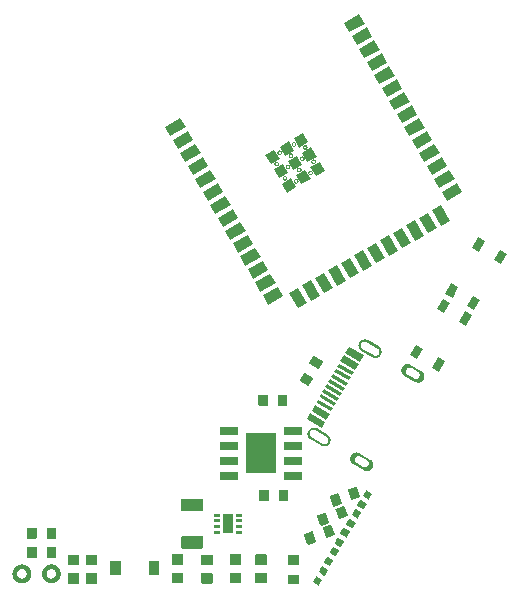
<source format=gbr>
%TF.GenerationSoftware,Flux,Pcbnew,7.0.11-7.0.11~ubuntu20.04.1*%
%TF.CreationDate,2024-08-16T10:10:55+00:00*%
%TF.ProjectId,input,696e7075-742e-46b6-9963-61645f706362,rev?*%
%TF.SameCoordinates,Original*%
%TF.FileFunction,Soldermask,Top*%
%TF.FilePolarity,Negative*%
%FSLAX46Y46*%
G04 Gerber Fmt 4.6, Leading zero omitted, Abs format (unit mm)*
G04 Filename: betterflipperzero*
G04 Build it with Flux! Visit our site at: https://www.flux.ai (PCBNEW 7.0.11-7.0.11~ubuntu20.04.1) date 2024-08-16 10:10:55*
%MOMM*%
%LPD*%
G01*
G04 APERTURE LIST*
G04 APERTURE END LIST*
%TO.C,*%
G36*
X33687956Y-19024952D02*
G01*
X33692593Y-19025409D01*
X33697190Y-19026168D01*
X33701727Y-19027226D01*
X33706186Y-19028579D01*
X33710546Y-19030220D01*
X33714790Y-19032143D01*
X33718899Y-19034339D01*
X33722856Y-19036799D01*
X33726643Y-19039513D01*
X33730245Y-19042469D01*
X33733645Y-19045654D01*
X33736830Y-19049055D01*
X33739786Y-19052656D01*
X33742500Y-19056443D01*
X33744960Y-19060400D01*
X33747157Y-19064509D01*
X33749079Y-19068753D01*
X33750721Y-19073114D01*
X33752073Y-19077572D01*
X33753131Y-19082110D01*
X33753890Y-19086707D01*
X33754347Y-19091343D01*
X33754499Y-19096000D01*
X33754499Y-19853600D01*
X33754347Y-19858257D01*
X33753890Y-19862893D01*
X33753131Y-19867490D01*
X33752073Y-19872028D01*
X33750721Y-19876486D01*
X33749079Y-19880847D01*
X33747157Y-19885091D01*
X33744960Y-19889200D01*
X33742500Y-19893157D01*
X33739786Y-19896944D01*
X33736830Y-19900545D01*
X33733645Y-19903946D01*
X33730245Y-19907131D01*
X33726643Y-19910087D01*
X33722856Y-19912801D01*
X33718899Y-19915261D01*
X33714790Y-19917457D01*
X33710546Y-19919380D01*
X33706186Y-19921021D01*
X33701727Y-19922374D01*
X33697190Y-19923432D01*
X33692593Y-19924191D01*
X33687956Y-19924648D01*
X33683299Y-19924800D01*
X32875699Y-19924800D01*
X32871043Y-19924648D01*
X32866406Y-19924191D01*
X32861809Y-19923432D01*
X32857271Y-19922374D01*
X32852813Y-19921021D01*
X32848452Y-19919380D01*
X32844208Y-19917457D01*
X32840099Y-19915261D01*
X32836143Y-19912801D01*
X32832355Y-19910087D01*
X32828754Y-19907131D01*
X32825353Y-19903946D01*
X32822168Y-19900545D01*
X32819212Y-19896944D01*
X32816499Y-19893157D01*
X32814038Y-19889200D01*
X32811842Y-19885091D01*
X32809919Y-19880847D01*
X32808278Y-19876486D01*
X32806925Y-19872028D01*
X32805867Y-19867490D01*
X32805108Y-19862893D01*
X32804652Y-19858257D01*
X32804499Y-19853600D01*
X32804499Y-19096000D01*
X32804652Y-19091343D01*
X32805108Y-19086707D01*
X32805867Y-19082110D01*
X32806925Y-19077572D01*
X32808278Y-19073114D01*
X32809919Y-19068753D01*
X32811842Y-19064509D01*
X32814038Y-19060400D01*
X32816499Y-19056443D01*
X32819212Y-19052656D01*
X32822168Y-19049055D01*
X32825353Y-19045654D01*
X32828754Y-19042469D01*
X32832355Y-19039513D01*
X32836143Y-19036799D01*
X32840099Y-19034339D01*
X32844208Y-19032143D01*
X32848452Y-19030220D01*
X32852813Y-19028579D01*
X32857271Y-19027226D01*
X32861809Y-19026168D01*
X32866406Y-19025409D01*
X32871043Y-19024952D01*
X32875699Y-19024800D01*
X33683299Y-19024800D01*
X33687956Y-19024952D01*
G37*
G36*
X33687957Y-20574952D02*
G01*
X33692594Y-20575409D01*
X33697191Y-20576168D01*
X33701729Y-20577226D01*
X33706187Y-20578579D01*
X33710548Y-20580220D01*
X33714792Y-20582143D01*
X33718901Y-20584339D01*
X33722857Y-20586799D01*
X33726645Y-20589513D01*
X33730246Y-20592469D01*
X33733647Y-20595654D01*
X33736832Y-20599055D01*
X33739788Y-20602656D01*
X33742501Y-20606443D01*
X33744962Y-20610400D01*
X33747158Y-20614509D01*
X33749081Y-20618753D01*
X33750722Y-20623114D01*
X33752075Y-20627572D01*
X33753133Y-20632110D01*
X33753892Y-20636707D01*
X33754348Y-20641343D01*
X33754501Y-20646000D01*
X33754501Y-21403600D01*
X33754348Y-21408257D01*
X33753892Y-21412893D01*
X33753133Y-21417490D01*
X33752075Y-21422028D01*
X33750722Y-21426486D01*
X33749081Y-21430847D01*
X33747158Y-21435091D01*
X33744962Y-21439200D01*
X33742501Y-21443157D01*
X33739788Y-21446944D01*
X33736832Y-21450545D01*
X33733647Y-21453946D01*
X33730246Y-21457131D01*
X33726645Y-21460087D01*
X33722857Y-21462801D01*
X33718901Y-21465261D01*
X33714792Y-21467457D01*
X33710548Y-21469380D01*
X33706187Y-21471021D01*
X33701729Y-21472374D01*
X33697191Y-21473432D01*
X33692594Y-21474191D01*
X33687957Y-21474648D01*
X33683301Y-21474800D01*
X32875701Y-21474800D01*
X32871044Y-21474648D01*
X32866407Y-21474191D01*
X32861810Y-21473432D01*
X32857273Y-21472374D01*
X32852814Y-21471021D01*
X32848454Y-21469380D01*
X32844210Y-21467457D01*
X32840101Y-21465261D01*
X32836144Y-21462801D01*
X32832357Y-21460087D01*
X32828755Y-21457131D01*
X32825355Y-21453946D01*
X32822170Y-21450545D01*
X32819214Y-21446944D01*
X32816500Y-21443157D01*
X32814040Y-21439200D01*
X32811843Y-21435091D01*
X32809921Y-21430847D01*
X32808279Y-21426486D01*
X32806927Y-21422028D01*
X32805869Y-21417490D01*
X32805110Y-21412893D01*
X32804653Y-21408257D01*
X32804501Y-21403600D01*
X32804501Y-20646000D01*
X32804653Y-20641343D01*
X32805110Y-20636707D01*
X32805869Y-20632110D01*
X32806927Y-20627572D01*
X32808279Y-20623114D01*
X32809921Y-20618753D01*
X32811843Y-20614509D01*
X32814040Y-20610400D01*
X32816500Y-20606443D01*
X32819214Y-20602656D01*
X32822170Y-20599055D01*
X32825355Y-20595654D01*
X32828755Y-20592469D01*
X32832357Y-20589513D01*
X32836144Y-20586799D01*
X32840101Y-20584339D01*
X32844210Y-20582143D01*
X32848454Y-20580220D01*
X32852814Y-20578579D01*
X32857273Y-20577226D01*
X32861810Y-20576168D01*
X32866407Y-20575409D01*
X32871044Y-20574952D01*
X32875701Y-20574800D01*
X33683301Y-20574800D01*
X33687957Y-20574952D01*
G37*
G36*
X52287281Y-20848817D02*
G01*
X52293506Y-20849637D01*
X52299571Y-20851262D01*
X52302511Y-20852368D01*
X52308142Y-20855145D01*
X52779260Y-21127145D01*
X52784480Y-21130634D01*
X52786909Y-21132626D01*
X52791348Y-21137066D01*
X52795170Y-21142047D01*
X52796829Y-21144715D01*
X52799606Y-21150346D01*
X52800713Y-21153286D01*
X52802338Y-21159350D01*
X52802849Y-21162449D01*
X52803260Y-21168715D01*
X52803157Y-21171854D01*
X52802338Y-21178079D01*
X52800713Y-21184144D01*
X52799606Y-21187083D01*
X52796829Y-21192715D01*
X52549829Y-21620531D01*
X52546341Y-21625752D01*
X52544348Y-21628180D01*
X52539909Y-21632620D01*
X52534927Y-21636442D01*
X52532260Y-21638100D01*
X52526629Y-21640877D01*
X52523689Y-21641984D01*
X52517624Y-21643609D01*
X52514525Y-21644121D01*
X52508260Y-21644531D01*
X52505121Y-21644428D01*
X52498896Y-21643609D01*
X52492831Y-21641984D01*
X52489891Y-21640877D01*
X52484260Y-21638100D01*
X52013142Y-21366100D01*
X52007922Y-21362612D01*
X52005494Y-21360620D01*
X52001054Y-21356180D01*
X51997232Y-21351199D01*
X51995573Y-21348531D01*
X51992796Y-21342900D01*
X51991689Y-21339960D01*
X51990064Y-21333896D01*
X51989553Y-21330796D01*
X51989142Y-21324531D01*
X51989245Y-21321392D01*
X51990064Y-21315167D01*
X51991689Y-21309102D01*
X51992796Y-21306162D01*
X51995573Y-21300531D01*
X52242573Y-20872715D01*
X52246061Y-20867494D01*
X52248054Y-20865066D01*
X52252494Y-20860626D01*
X52257475Y-20856804D01*
X52260142Y-20855145D01*
X52265773Y-20852368D01*
X52268713Y-20851262D01*
X52274778Y-20849637D01*
X52277877Y-20849125D01*
X52284142Y-20848715D01*
X52287281Y-20848817D01*
G37*
G36*
X52772279Y-20008772D02*
G01*
X52778504Y-20009591D01*
X52784569Y-20011216D01*
X52787509Y-20012323D01*
X52793140Y-20015100D01*
X53264258Y-20287100D01*
X53269478Y-20290588D01*
X53271906Y-20292580D01*
X53276346Y-20297020D01*
X53280168Y-20302001D01*
X53281827Y-20304669D01*
X53284604Y-20310300D01*
X53285711Y-20313240D01*
X53287336Y-20319304D01*
X53287847Y-20322404D01*
X53288258Y-20328669D01*
X53288155Y-20331808D01*
X53287336Y-20338033D01*
X53285711Y-20344098D01*
X53284604Y-20347038D01*
X53281827Y-20352669D01*
X53034827Y-20780485D01*
X53031339Y-20785706D01*
X53029346Y-20788134D01*
X53024906Y-20792574D01*
X53019925Y-20796396D01*
X53017258Y-20798055D01*
X53011627Y-20800832D01*
X53008687Y-20801938D01*
X53002622Y-20803563D01*
X52999523Y-20804075D01*
X52993258Y-20804485D01*
X52990119Y-20804383D01*
X52983894Y-20803563D01*
X52977829Y-20801938D01*
X52974889Y-20800832D01*
X52969258Y-20798055D01*
X52498140Y-20526055D01*
X52492920Y-20522566D01*
X52490491Y-20520574D01*
X52486052Y-20516134D01*
X52482230Y-20511153D01*
X52480571Y-20508485D01*
X52477794Y-20502854D01*
X52476687Y-20499914D01*
X52475062Y-20493850D01*
X52474551Y-20490751D01*
X52474140Y-20484485D01*
X52474243Y-20481346D01*
X52475062Y-20475121D01*
X52476687Y-20469056D01*
X52477794Y-20466117D01*
X52480571Y-20460485D01*
X52727571Y-20032669D01*
X52731059Y-20027448D01*
X52733052Y-20025020D01*
X52737491Y-20020580D01*
X52742473Y-20016758D01*
X52745140Y-20015100D01*
X52750771Y-20012323D01*
X52753711Y-20011216D01*
X52759776Y-20009591D01*
X52762875Y-20009079D01*
X52769140Y-20008669D01*
X52772279Y-20008772D01*
G37*
G36*
X30192357Y-16730152D02*
G01*
X30196993Y-16730609D01*
X30201590Y-16731368D01*
X30206128Y-16732426D01*
X30210586Y-16733779D01*
X30214947Y-16735420D01*
X30219191Y-16737343D01*
X30223300Y-16739539D01*
X30227257Y-16741999D01*
X30231044Y-16744713D01*
X30234645Y-16747669D01*
X30238046Y-16750854D01*
X30241231Y-16754255D01*
X30244187Y-16757856D01*
X30246901Y-16761643D01*
X30249361Y-16765600D01*
X30251557Y-16769709D01*
X30253480Y-16773953D01*
X30255121Y-16778314D01*
X30256474Y-16782772D01*
X30257532Y-16787310D01*
X30258291Y-16791907D01*
X30258748Y-16796543D01*
X30258900Y-16801200D01*
X30258900Y-17608800D01*
X30258748Y-17613457D01*
X30258291Y-17618093D01*
X30257532Y-17622690D01*
X30256474Y-17627228D01*
X30255121Y-17631686D01*
X30253480Y-17636047D01*
X30251557Y-17640291D01*
X30249361Y-17644400D01*
X30246901Y-17648357D01*
X30244187Y-17652144D01*
X30241231Y-17655745D01*
X30238046Y-17659146D01*
X30234645Y-17662331D01*
X30231044Y-17665287D01*
X30227257Y-17668001D01*
X30223300Y-17670461D01*
X30219191Y-17672657D01*
X30214947Y-17674580D01*
X30210586Y-17676221D01*
X30206128Y-17677574D01*
X30201590Y-17678632D01*
X30196993Y-17679391D01*
X30192357Y-17679848D01*
X30187700Y-17680000D01*
X29530100Y-17680000D01*
X29525443Y-17679848D01*
X29520807Y-17679391D01*
X29516210Y-17678632D01*
X29511672Y-17677574D01*
X29507214Y-17676221D01*
X29502853Y-17674580D01*
X29498609Y-17672657D01*
X29494500Y-17670461D01*
X29490543Y-17668001D01*
X29486756Y-17665287D01*
X29483155Y-17662331D01*
X29479754Y-17659146D01*
X29476569Y-17655745D01*
X29473613Y-17652144D01*
X29470899Y-17648357D01*
X29468439Y-17644400D01*
X29466243Y-17640291D01*
X29464320Y-17636047D01*
X29462679Y-17631686D01*
X29461326Y-17627228D01*
X29460268Y-17622690D01*
X29459509Y-17618093D01*
X29459052Y-17613457D01*
X29458900Y-17608800D01*
X29458900Y-16801200D01*
X29459052Y-16796543D01*
X29459509Y-16791907D01*
X29460268Y-16787310D01*
X29461326Y-16782772D01*
X29462679Y-16778314D01*
X29464320Y-16773953D01*
X29466243Y-16769709D01*
X29468439Y-16765600D01*
X29470899Y-16761643D01*
X29473613Y-16757856D01*
X29476569Y-16754255D01*
X29479754Y-16750854D01*
X29483155Y-16747669D01*
X29486756Y-16744713D01*
X29490543Y-16741999D01*
X29494500Y-16739539D01*
X29498609Y-16737343D01*
X29502853Y-16735420D01*
X29507214Y-16733779D01*
X29511672Y-16732426D01*
X29516210Y-16731368D01*
X29520807Y-16730609D01*
X29525443Y-16730152D01*
X29530100Y-16730000D01*
X30187700Y-16730000D01*
X30192357Y-16730152D01*
G37*
G36*
X28542357Y-16730152D02*
G01*
X28546993Y-16730609D01*
X28551590Y-16731368D01*
X28556128Y-16732426D01*
X28560586Y-16733779D01*
X28564947Y-16735420D01*
X28569191Y-16737343D01*
X28573300Y-16739539D01*
X28577257Y-16741999D01*
X28581044Y-16744713D01*
X28584645Y-16747669D01*
X28588046Y-16750854D01*
X28591231Y-16754255D01*
X28594187Y-16757856D01*
X28596901Y-16761643D01*
X28599361Y-16765600D01*
X28601557Y-16769709D01*
X28603480Y-16773953D01*
X28605121Y-16778314D01*
X28606474Y-16782772D01*
X28607532Y-16787310D01*
X28608291Y-16791907D01*
X28608748Y-16796543D01*
X28608900Y-16801200D01*
X28608900Y-17608800D01*
X28608748Y-17613457D01*
X28608291Y-17618093D01*
X28607532Y-17622690D01*
X28606474Y-17627228D01*
X28605121Y-17631686D01*
X28603480Y-17636047D01*
X28601557Y-17640291D01*
X28599361Y-17644400D01*
X28596901Y-17648357D01*
X28594187Y-17652144D01*
X28591231Y-17655745D01*
X28588046Y-17659146D01*
X28584645Y-17662331D01*
X28581044Y-17665287D01*
X28577257Y-17668001D01*
X28573300Y-17670461D01*
X28569191Y-17672657D01*
X28564947Y-17674580D01*
X28560586Y-17676221D01*
X28556128Y-17677574D01*
X28551590Y-17678632D01*
X28546993Y-17679391D01*
X28542357Y-17679848D01*
X28537700Y-17680000D01*
X27880100Y-17680000D01*
X27875443Y-17679848D01*
X27870807Y-17679391D01*
X27866210Y-17678632D01*
X27861672Y-17677574D01*
X27857214Y-17676221D01*
X27852853Y-17674580D01*
X27848609Y-17672657D01*
X27844500Y-17670461D01*
X27840543Y-17668001D01*
X27836756Y-17665287D01*
X27833155Y-17662331D01*
X27829754Y-17659146D01*
X27826569Y-17655745D01*
X27823613Y-17652144D01*
X27820899Y-17648357D01*
X27818439Y-17644400D01*
X27816243Y-17640291D01*
X27814320Y-17636047D01*
X27812679Y-17631686D01*
X27811326Y-17627228D01*
X27810268Y-17622690D01*
X27809509Y-17618093D01*
X27809052Y-17613457D01*
X27808900Y-17608800D01*
X27808900Y-16801200D01*
X27809052Y-16796543D01*
X27809509Y-16791907D01*
X27810268Y-16787310D01*
X27811326Y-16782772D01*
X27812679Y-16778314D01*
X27814320Y-16773953D01*
X27816243Y-16769709D01*
X27818439Y-16765600D01*
X27820899Y-16761643D01*
X27823613Y-16757856D01*
X27826569Y-16754255D01*
X27829754Y-16750854D01*
X27833155Y-16747669D01*
X27836756Y-16744713D01*
X27840543Y-16741999D01*
X27844500Y-16739539D01*
X27848609Y-16737343D01*
X27852853Y-16735420D01*
X27857214Y-16733779D01*
X27861672Y-16732426D01*
X27866210Y-16731368D01*
X27870807Y-16730609D01*
X27875443Y-16730152D01*
X27880100Y-16730000D01*
X28537700Y-16730000D01*
X28542357Y-16730152D01*
G37*
G36*
X43439856Y-19024952D02*
G01*
X43444493Y-19025409D01*
X43449090Y-19026168D01*
X43453627Y-19027226D01*
X43458086Y-19028579D01*
X43462446Y-19030220D01*
X43466690Y-19032143D01*
X43470799Y-19034339D01*
X43474756Y-19036799D01*
X43478543Y-19039513D01*
X43482145Y-19042469D01*
X43485545Y-19045654D01*
X43488730Y-19049055D01*
X43491686Y-19052656D01*
X43494400Y-19056443D01*
X43496860Y-19060400D01*
X43499057Y-19064509D01*
X43500979Y-19068753D01*
X43502621Y-19073114D01*
X43503973Y-19077572D01*
X43505031Y-19082110D01*
X43505790Y-19086707D01*
X43506247Y-19091343D01*
X43506399Y-19096000D01*
X43506399Y-19853600D01*
X43506247Y-19858257D01*
X43505790Y-19862893D01*
X43505031Y-19867490D01*
X43503973Y-19872028D01*
X43502621Y-19876486D01*
X43500979Y-19880847D01*
X43499057Y-19885091D01*
X43496860Y-19889200D01*
X43494400Y-19893157D01*
X43491686Y-19896944D01*
X43488730Y-19900545D01*
X43485545Y-19903946D01*
X43482145Y-19907131D01*
X43478543Y-19910087D01*
X43474756Y-19912801D01*
X43470799Y-19915261D01*
X43466690Y-19917457D01*
X43462446Y-19919380D01*
X43458086Y-19921021D01*
X43453627Y-19922374D01*
X43449090Y-19923432D01*
X43444493Y-19924191D01*
X43439856Y-19924648D01*
X43435199Y-19924800D01*
X42627599Y-19924800D01*
X42622943Y-19924648D01*
X42618306Y-19924191D01*
X42613709Y-19923432D01*
X42609171Y-19922374D01*
X42604713Y-19921021D01*
X42600352Y-19919380D01*
X42596108Y-19917457D01*
X42591999Y-19915261D01*
X42588043Y-19912801D01*
X42584255Y-19910087D01*
X42580654Y-19907131D01*
X42577253Y-19903946D01*
X42574068Y-19900545D01*
X42571112Y-19896944D01*
X42568399Y-19893157D01*
X42565938Y-19889200D01*
X42563742Y-19885091D01*
X42561819Y-19880847D01*
X42560178Y-19876486D01*
X42558825Y-19872028D01*
X42557767Y-19867490D01*
X42557008Y-19862893D01*
X42556552Y-19858257D01*
X42556399Y-19853600D01*
X42556399Y-19096000D01*
X42556552Y-19091343D01*
X42557008Y-19086707D01*
X42557767Y-19082110D01*
X42558825Y-19077572D01*
X42560178Y-19073114D01*
X42561819Y-19068753D01*
X42563742Y-19064509D01*
X42565938Y-19060400D01*
X42568399Y-19056443D01*
X42571112Y-19052656D01*
X42574068Y-19049055D01*
X42577253Y-19045654D01*
X42580654Y-19042469D01*
X42584255Y-19039513D01*
X42588043Y-19036799D01*
X42591999Y-19034339D01*
X42596108Y-19032143D01*
X42600352Y-19030220D01*
X42604713Y-19028579D01*
X42609171Y-19027226D01*
X42613709Y-19026168D01*
X42618306Y-19025409D01*
X42622943Y-19024952D01*
X42627599Y-19024800D01*
X43435199Y-19024800D01*
X43439856Y-19024952D01*
G37*
G36*
X43439857Y-20574952D02*
G01*
X43444494Y-20575409D01*
X43449091Y-20576168D01*
X43453629Y-20577226D01*
X43458087Y-20578579D01*
X43462448Y-20580220D01*
X43466692Y-20582143D01*
X43470801Y-20584339D01*
X43474757Y-20586799D01*
X43478545Y-20589513D01*
X43482146Y-20592469D01*
X43485547Y-20595654D01*
X43488732Y-20599055D01*
X43491688Y-20602656D01*
X43494401Y-20606443D01*
X43496862Y-20610400D01*
X43499058Y-20614509D01*
X43500981Y-20618753D01*
X43502622Y-20623114D01*
X43503975Y-20627572D01*
X43505033Y-20632110D01*
X43505792Y-20636707D01*
X43506248Y-20641343D01*
X43506401Y-20646000D01*
X43506401Y-21403600D01*
X43506248Y-21408257D01*
X43505792Y-21412893D01*
X43505033Y-21417490D01*
X43503975Y-21422028D01*
X43502622Y-21426486D01*
X43500981Y-21430847D01*
X43499058Y-21435091D01*
X43496862Y-21439200D01*
X43494401Y-21443157D01*
X43491688Y-21446944D01*
X43488732Y-21450545D01*
X43485547Y-21453946D01*
X43482146Y-21457131D01*
X43478545Y-21460087D01*
X43474757Y-21462801D01*
X43470801Y-21465261D01*
X43466692Y-21467457D01*
X43462448Y-21469380D01*
X43458087Y-21471021D01*
X43453629Y-21472374D01*
X43449091Y-21473432D01*
X43444494Y-21474191D01*
X43439857Y-21474648D01*
X43435201Y-21474800D01*
X42627601Y-21474800D01*
X42622944Y-21474648D01*
X42618307Y-21474191D01*
X42613710Y-21473432D01*
X42609173Y-21472374D01*
X42604714Y-21471021D01*
X42600354Y-21469380D01*
X42596110Y-21467457D01*
X42592001Y-21465261D01*
X42588044Y-21462801D01*
X42584257Y-21460087D01*
X42580655Y-21457131D01*
X42577255Y-21453946D01*
X42574070Y-21450545D01*
X42571114Y-21446944D01*
X42568400Y-21443157D01*
X42565940Y-21439200D01*
X42563743Y-21435091D01*
X42561821Y-21430847D01*
X42560179Y-21426486D01*
X42558827Y-21422028D01*
X42557769Y-21417490D01*
X42557010Y-21412893D01*
X42556553Y-21408257D01*
X42556401Y-21403600D01*
X42556401Y-20646000D01*
X42556553Y-20641343D01*
X42557010Y-20636707D01*
X42557769Y-20632110D01*
X42558827Y-20627572D01*
X42560179Y-20623114D01*
X42561821Y-20618753D01*
X42563743Y-20614509D01*
X42565940Y-20610400D01*
X42568400Y-20606443D01*
X42571114Y-20602656D01*
X42574070Y-20599055D01*
X42577255Y-20595654D01*
X42580655Y-20592469D01*
X42584257Y-20589513D01*
X42588044Y-20586799D01*
X42592001Y-20584339D01*
X42596110Y-20582143D01*
X42600354Y-20580220D01*
X42604714Y-20578579D01*
X42609173Y-20577226D01*
X42613710Y-20576168D01*
X42618307Y-20575409D01*
X42622944Y-20574952D01*
X42627601Y-20574800D01*
X43435201Y-20574800D01*
X43439857Y-20574952D01*
G37*
G36*
X50787754Y-19045852D02*
G01*
X50792390Y-19046309D01*
X50796987Y-19047068D01*
X50801525Y-19048126D01*
X50805983Y-19049479D01*
X50810344Y-19051120D01*
X50814588Y-19053043D01*
X50818697Y-19055239D01*
X50822654Y-19057699D01*
X50826441Y-19060413D01*
X50830042Y-19063369D01*
X50833443Y-19066554D01*
X50836628Y-19069955D01*
X50839584Y-19073556D01*
X50842298Y-19077343D01*
X50844758Y-19081300D01*
X50846954Y-19085409D01*
X50848877Y-19089653D01*
X50850518Y-19094014D01*
X50851871Y-19098472D01*
X50852929Y-19103010D01*
X50853688Y-19107607D01*
X50854145Y-19112243D01*
X50854297Y-19116900D01*
X50854297Y-19774500D01*
X50854145Y-19779157D01*
X50853688Y-19783793D01*
X50852929Y-19788390D01*
X50851871Y-19792928D01*
X50850518Y-19797386D01*
X50848877Y-19801747D01*
X50846954Y-19805991D01*
X50844758Y-19810100D01*
X50842298Y-19814057D01*
X50839584Y-19817844D01*
X50836628Y-19821445D01*
X50833443Y-19824846D01*
X50830042Y-19828031D01*
X50826441Y-19830987D01*
X50822654Y-19833701D01*
X50818697Y-19836161D01*
X50814588Y-19838357D01*
X50810344Y-19840280D01*
X50805983Y-19841921D01*
X50801525Y-19843274D01*
X50796987Y-19844332D01*
X50792390Y-19845091D01*
X50787754Y-19845548D01*
X50783097Y-19845700D01*
X49975497Y-19845700D01*
X49970840Y-19845548D01*
X49966204Y-19845091D01*
X49961607Y-19844332D01*
X49957069Y-19843274D01*
X49952610Y-19841921D01*
X49948250Y-19840280D01*
X49944006Y-19838357D01*
X49939897Y-19836161D01*
X49935940Y-19833701D01*
X49932153Y-19830987D01*
X49928552Y-19828031D01*
X49925151Y-19824846D01*
X49921966Y-19821445D01*
X49919010Y-19817844D01*
X49916296Y-19814057D01*
X49913836Y-19810100D01*
X49911640Y-19805991D01*
X49909717Y-19801747D01*
X49908076Y-19797386D01*
X49906723Y-19792928D01*
X49905665Y-19788390D01*
X49904906Y-19783793D01*
X49904449Y-19779157D01*
X49904297Y-19774500D01*
X49904297Y-19116900D01*
X49904449Y-19112243D01*
X49904906Y-19107607D01*
X49905665Y-19103010D01*
X49906723Y-19098472D01*
X49908076Y-19094014D01*
X49909717Y-19089653D01*
X49911640Y-19085409D01*
X49913836Y-19081300D01*
X49916296Y-19077343D01*
X49919010Y-19073556D01*
X49921966Y-19069955D01*
X49925151Y-19066554D01*
X49928552Y-19063369D01*
X49932153Y-19060413D01*
X49935940Y-19057699D01*
X49939897Y-19055239D01*
X49944006Y-19053043D01*
X49948250Y-19051120D01*
X49952610Y-19049479D01*
X49957069Y-19048126D01*
X49961607Y-19047068D01*
X49966204Y-19046309D01*
X49970840Y-19045852D01*
X49975497Y-19045700D01*
X50783097Y-19045700D01*
X50787754Y-19045852D01*
G37*
G36*
X50787760Y-20695852D02*
G01*
X50792396Y-20696309D01*
X50796993Y-20697068D01*
X50801531Y-20698126D01*
X50805990Y-20699479D01*
X50810350Y-20701120D01*
X50814594Y-20703043D01*
X50818703Y-20705239D01*
X50822660Y-20707699D01*
X50826447Y-20710413D01*
X50830048Y-20713369D01*
X50833449Y-20716554D01*
X50836634Y-20719955D01*
X50839590Y-20723556D01*
X50842304Y-20727343D01*
X50844764Y-20731300D01*
X50846960Y-20735409D01*
X50848883Y-20739653D01*
X50850524Y-20744014D01*
X50851877Y-20748472D01*
X50852935Y-20753010D01*
X50853694Y-20757607D01*
X50854151Y-20762243D01*
X50854303Y-20766900D01*
X50854303Y-21424500D01*
X50854151Y-21429157D01*
X50853694Y-21433793D01*
X50852935Y-21438390D01*
X50851877Y-21442928D01*
X50850524Y-21447386D01*
X50848883Y-21451747D01*
X50846960Y-21455991D01*
X50844764Y-21460100D01*
X50842304Y-21464057D01*
X50839590Y-21467844D01*
X50836634Y-21471445D01*
X50833449Y-21474846D01*
X50830048Y-21478031D01*
X50826447Y-21480987D01*
X50822660Y-21483701D01*
X50818703Y-21486161D01*
X50814594Y-21488357D01*
X50810350Y-21490280D01*
X50805990Y-21491921D01*
X50801531Y-21493274D01*
X50796993Y-21494332D01*
X50792396Y-21495091D01*
X50787760Y-21495548D01*
X50783103Y-21495700D01*
X49975503Y-21495700D01*
X49970846Y-21495548D01*
X49966210Y-21495091D01*
X49961613Y-21494332D01*
X49957075Y-21493274D01*
X49952617Y-21491921D01*
X49948256Y-21490280D01*
X49944012Y-21488357D01*
X49939903Y-21486161D01*
X49935946Y-21483701D01*
X49932159Y-21480987D01*
X49928558Y-21478031D01*
X49925157Y-21474846D01*
X49921972Y-21471445D01*
X49919016Y-21467844D01*
X49916302Y-21464057D01*
X49913842Y-21460100D01*
X49911646Y-21455991D01*
X49909723Y-21451747D01*
X49908082Y-21447386D01*
X49906729Y-21442928D01*
X49905671Y-21438390D01*
X49904912Y-21433793D01*
X49904455Y-21429157D01*
X49904303Y-21424500D01*
X49904303Y-20766900D01*
X49904455Y-20762243D01*
X49904912Y-20757607D01*
X49905671Y-20753010D01*
X49906729Y-20748472D01*
X49908082Y-20744014D01*
X49909723Y-20739653D01*
X49911646Y-20735409D01*
X49913842Y-20731300D01*
X49916302Y-20727343D01*
X49919016Y-20723556D01*
X49921972Y-20719955D01*
X49925157Y-20716554D01*
X49928558Y-20713369D01*
X49932159Y-20710413D01*
X49935946Y-20707699D01*
X49939903Y-20705239D01*
X49944012Y-20703043D01*
X49948256Y-20701120D01*
X49952617Y-20699479D01*
X49957075Y-20698126D01*
X49961613Y-20697068D01*
X49966210Y-20696309D01*
X49970846Y-20695852D01*
X49975503Y-20695700D01*
X50783103Y-20695700D01*
X50787760Y-20695852D01*
G37*
G36*
X52105091Y-2179288D02*
G01*
X52109688Y-2180047D01*
X52114225Y-2181105D01*
X52118684Y-2182457D01*
X52123044Y-2184099D01*
X52127288Y-2186022D01*
X52131397Y-2188218D01*
X52830799Y-2592018D01*
X52834756Y-2594478D01*
X52838543Y-2597192D01*
X52842145Y-2600148D01*
X52845545Y-2603333D01*
X52848730Y-2606733D01*
X52851686Y-2610335D01*
X52854400Y-2614122D01*
X52856860Y-2618079D01*
X52859057Y-2622188D01*
X52860980Y-2626432D01*
X52862621Y-2630792D01*
X52863973Y-2635251D01*
X52865031Y-2639788D01*
X52865790Y-2644385D01*
X52866247Y-2649022D01*
X52866247Y-2658336D01*
X52865790Y-2662972D01*
X52865031Y-2667569D01*
X52863973Y-2672107D01*
X52862621Y-2676565D01*
X52860980Y-2680926D01*
X52859057Y-2685170D01*
X52856860Y-2689279D01*
X52528060Y-3258777D01*
X52525600Y-3262734D01*
X52522886Y-3266521D01*
X52519930Y-3270123D01*
X52516745Y-3273523D01*
X52513345Y-3276708D01*
X52509743Y-3279664D01*
X52505956Y-3282378D01*
X52501999Y-3284838D01*
X52497890Y-3287035D01*
X52493646Y-3288957D01*
X52489286Y-3290599D01*
X52484827Y-3291951D01*
X52480290Y-3293009D01*
X52475693Y-3293768D01*
X52471056Y-3294225D01*
X52461743Y-3294225D01*
X52457106Y-3293768D01*
X52452509Y-3293009D01*
X52447971Y-3291951D01*
X52443513Y-3290599D01*
X52439152Y-3288957D01*
X52434908Y-3287035D01*
X52430799Y-3284838D01*
X51731397Y-2881038D01*
X51727441Y-2878578D01*
X51723653Y-2875864D01*
X51720052Y-2872908D01*
X51716651Y-2869723D01*
X51713466Y-2866323D01*
X51710510Y-2862721D01*
X51707797Y-2858934D01*
X51705336Y-2854977D01*
X51703140Y-2850868D01*
X51701217Y-2846624D01*
X51699576Y-2842264D01*
X51698223Y-2837805D01*
X51697165Y-2833268D01*
X51696406Y-2828671D01*
X51695950Y-2824034D01*
X51695950Y-2814720D01*
X51696406Y-2810084D01*
X51697165Y-2805487D01*
X51698223Y-2800949D01*
X51699576Y-2796491D01*
X51701217Y-2792130D01*
X51703140Y-2787886D01*
X51705336Y-2783777D01*
X52034136Y-2214279D01*
X52036597Y-2210322D01*
X52039310Y-2206535D01*
X52042266Y-2202933D01*
X52045451Y-2199533D01*
X52048852Y-2196348D01*
X52052453Y-2193392D01*
X52056241Y-2190678D01*
X52060197Y-2188218D01*
X52064306Y-2186022D01*
X52068550Y-2184099D01*
X52072911Y-2182457D01*
X52077369Y-2181105D01*
X52081907Y-2180047D01*
X52086504Y-2179288D01*
X52091140Y-2178831D01*
X52100454Y-2178831D01*
X52105091Y-2179288D01*
G37*
G36*
X51280094Y-3608232D02*
G01*
X51284691Y-3608991D01*
X51289229Y-3610049D01*
X51293687Y-3611401D01*
X51298048Y-3613043D01*
X51302292Y-3614965D01*
X51306401Y-3617162D01*
X52005803Y-4020962D01*
X52009759Y-4023422D01*
X52013547Y-4026136D01*
X52017148Y-4029092D01*
X52020549Y-4032277D01*
X52023734Y-4035677D01*
X52026690Y-4039279D01*
X52029403Y-4043066D01*
X52031864Y-4047023D01*
X52034060Y-4051132D01*
X52035983Y-4055376D01*
X52037624Y-4059736D01*
X52038977Y-4064195D01*
X52040035Y-4068732D01*
X52040794Y-4073329D01*
X52041250Y-4077966D01*
X52041250Y-4087280D01*
X52040794Y-4091916D01*
X52040035Y-4096513D01*
X52038977Y-4101051D01*
X52037624Y-4105509D01*
X52035983Y-4109870D01*
X52034060Y-4114114D01*
X52031864Y-4118223D01*
X51703064Y-4687721D01*
X51700603Y-4691678D01*
X51697890Y-4695465D01*
X51694934Y-4699067D01*
X51691749Y-4702467D01*
X51688348Y-4705652D01*
X51684747Y-4708608D01*
X51680959Y-4711322D01*
X51677003Y-4713782D01*
X51672894Y-4715978D01*
X51668650Y-4717901D01*
X51664289Y-4719543D01*
X51659831Y-4720895D01*
X51655293Y-4721953D01*
X51650696Y-4722712D01*
X51646060Y-4723169D01*
X51636746Y-4723169D01*
X51632109Y-4722712D01*
X51627512Y-4721953D01*
X51622975Y-4720895D01*
X51618516Y-4719543D01*
X51614156Y-4717901D01*
X51609912Y-4715978D01*
X51605803Y-4713782D01*
X50906401Y-4309982D01*
X50902444Y-4307522D01*
X50898657Y-4304808D01*
X50895055Y-4301852D01*
X50891655Y-4298667D01*
X50888470Y-4295267D01*
X50885514Y-4291665D01*
X50882800Y-4287878D01*
X50880340Y-4283921D01*
X50878143Y-4279812D01*
X50876220Y-4275568D01*
X50874579Y-4271208D01*
X50873227Y-4266749D01*
X50872169Y-4262212D01*
X50871410Y-4257615D01*
X50870953Y-4252978D01*
X50870953Y-4243664D01*
X50871410Y-4239028D01*
X50872169Y-4234431D01*
X50873227Y-4229893D01*
X50874579Y-4225435D01*
X50876220Y-4221074D01*
X50878143Y-4216830D01*
X50880340Y-4212721D01*
X51209140Y-3643223D01*
X51211600Y-3639266D01*
X51214314Y-3635479D01*
X51217270Y-3631877D01*
X51220455Y-3628477D01*
X51223855Y-3625292D01*
X51227457Y-3622336D01*
X51231244Y-3619622D01*
X51235201Y-3617162D01*
X51239310Y-3614965D01*
X51243554Y-3613043D01*
X51247914Y-3611401D01*
X51252373Y-3610049D01*
X51256910Y-3608991D01*
X51261507Y-3608232D01*
X51266144Y-3607775D01*
X51275457Y-3607775D01*
X51280094Y-3608232D01*
G37*
G36*
X53225281Y-19193817D02*
G01*
X53231506Y-19194637D01*
X53237571Y-19196262D01*
X53240511Y-19197368D01*
X53246142Y-19200145D01*
X53717260Y-19472145D01*
X53722480Y-19475634D01*
X53724909Y-19477626D01*
X53729348Y-19482066D01*
X53733170Y-19487047D01*
X53734829Y-19489715D01*
X53737606Y-19495346D01*
X53738713Y-19498286D01*
X53740338Y-19504350D01*
X53740849Y-19507449D01*
X53741260Y-19513715D01*
X53741157Y-19516854D01*
X53740338Y-19523079D01*
X53738713Y-19529144D01*
X53737606Y-19532083D01*
X53734829Y-19537715D01*
X53487829Y-19965531D01*
X53484341Y-19970752D01*
X53482348Y-19973180D01*
X53477909Y-19977620D01*
X53472927Y-19981442D01*
X53470260Y-19983100D01*
X53464629Y-19985877D01*
X53461689Y-19986984D01*
X53455624Y-19988609D01*
X53452525Y-19989121D01*
X53446260Y-19989531D01*
X53443121Y-19989428D01*
X53436896Y-19988609D01*
X53430831Y-19986984D01*
X53427891Y-19985877D01*
X53422260Y-19983100D01*
X52951142Y-19711100D01*
X52945922Y-19707612D01*
X52943494Y-19705620D01*
X52939054Y-19701180D01*
X52935232Y-19696199D01*
X52933573Y-19693531D01*
X52930796Y-19687900D01*
X52929689Y-19684960D01*
X52928064Y-19678896D01*
X52927553Y-19675796D01*
X52927142Y-19669531D01*
X52927245Y-19666392D01*
X52928064Y-19660167D01*
X52929689Y-19654102D01*
X52930796Y-19651162D01*
X52933573Y-19645531D01*
X53180573Y-19217715D01*
X53184061Y-19212494D01*
X53186054Y-19210066D01*
X53190494Y-19205626D01*
X53195475Y-19201804D01*
X53198142Y-19200145D01*
X53203773Y-19197368D01*
X53206713Y-19196262D01*
X53212778Y-19194637D01*
X53215877Y-19194125D01*
X53222142Y-19193715D01*
X53225281Y-19193817D01*
G37*
G36*
X53710279Y-18353772D02*
G01*
X53716504Y-18354591D01*
X53722569Y-18356216D01*
X53725509Y-18357323D01*
X53731140Y-18360100D01*
X54202258Y-18632100D01*
X54207478Y-18635588D01*
X54209906Y-18637580D01*
X54214346Y-18642020D01*
X54218168Y-18647001D01*
X54219827Y-18649669D01*
X54222604Y-18655300D01*
X54223711Y-18658240D01*
X54225336Y-18664304D01*
X54225847Y-18667404D01*
X54226258Y-18673669D01*
X54226155Y-18676808D01*
X54225336Y-18683033D01*
X54223711Y-18689098D01*
X54222604Y-18692038D01*
X54219827Y-18697669D01*
X53972827Y-19125485D01*
X53969339Y-19130706D01*
X53967346Y-19133134D01*
X53962906Y-19137574D01*
X53957925Y-19141396D01*
X53955258Y-19143055D01*
X53949627Y-19145832D01*
X53946687Y-19146938D01*
X53940622Y-19148563D01*
X53937523Y-19149075D01*
X53931258Y-19149485D01*
X53928119Y-19149383D01*
X53921894Y-19148563D01*
X53915829Y-19146938D01*
X53912889Y-19145832D01*
X53907258Y-19143055D01*
X53436140Y-18871055D01*
X53430920Y-18867566D01*
X53428491Y-18865574D01*
X53424052Y-18861134D01*
X53420230Y-18856153D01*
X53418571Y-18853485D01*
X53415794Y-18847854D01*
X53414687Y-18844914D01*
X53413062Y-18838850D01*
X53412551Y-18835751D01*
X53412140Y-18829485D01*
X53412243Y-18826346D01*
X53413062Y-18820121D01*
X53414687Y-18814056D01*
X53415794Y-18811117D01*
X53418571Y-18805485D01*
X53665571Y-18377669D01*
X53669059Y-18372448D01*
X53671052Y-18370020D01*
X53675491Y-18365580D01*
X53680473Y-18361758D01*
X53683140Y-18360100D01*
X53688771Y-18357323D01*
X53691711Y-18356216D01*
X53697776Y-18354591D01*
X53700875Y-18354079D01*
X53707140Y-18353669D01*
X53710279Y-18353772D01*
G37*
G36*
X39014800Y-20766000D02*
G01*
X38114800Y-20766000D01*
X38114800Y-19566000D01*
X39014800Y-19566000D01*
X39014800Y-20766000D01*
G37*
G36*
X35714800Y-20766000D02*
G01*
X34814800Y-20766000D01*
X34814800Y-19566000D01*
X35714800Y-19566000D01*
X35714800Y-20766000D01*
G37*
G36*
X42596214Y-14304305D02*
G01*
X42605494Y-14305219D01*
X42614695Y-14306738D01*
X42623776Y-14308856D01*
X42632699Y-14311562D01*
X42641427Y-14314847D01*
X42649920Y-14318696D01*
X42658144Y-14323091D01*
X42666063Y-14328016D01*
X42673643Y-14333447D01*
X42680851Y-14339363D01*
X42687657Y-14345737D01*
X42694031Y-14352543D01*
X42699947Y-14359751D01*
X42705379Y-14367331D01*
X42710303Y-14375250D01*
X42714699Y-14383474D01*
X42718547Y-14391968D01*
X42721832Y-14400695D01*
X42724539Y-14409618D01*
X42726656Y-14418700D01*
X42728175Y-14427900D01*
X42729089Y-14437180D01*
X42729394Y-14446500D01*
X42729394Y-15211500D01*
X42729089Y-15220820D01*
X42728175Y-15230100D01*
X42726656Y-15239300D01*
X42724539Y-15248382D01*
X42721832Y-15257305D01*
X42718547Y-15266032D01*
X42714699Y-15274526D01*
X42710303Y-15282750D01*
X42705379Y-15290669D01*
X42699947Y-15298249D01*
X42694031Y-15305457D01*
X42687657Y-15312263D01*
X42680851Y-15318637D01*
X42673643Y-15324553D01*
X42666063Y-15329984D01*
X42658144Y-15334909D01*
X42649920Y-15339304D01*
X42641427Y-15343153D01*
X42632699Y-15346438D01*
X42623776Y-15349144D01*
X42614695Y-15351262D01*
X42605494Y-15352781D01*
X42596214Y-15353695D01*
X42586894Y-15354000D01*
X40971894Y-15354000D01*
X40962574Y-15353695D01*
X40953294Y-15352781D01*
X40944094Y-15351262D01*
X40935013Y-15349144D01*
X40926089Y-15346438D01*
X40917362Y-15343153D01*
X40908868Y-15339304D01*
X40900644Y-15334909D01*
X40892725Y-15329984D01*
X40885146Y-15324553D01*
X40877937Y-15318637D01*
X40871131Y-15312263D01*
X40864757Y-15305457D01*
X40858841Y-15298249D01*
X40853410Y-15290669D01*
X40848486Y-15282750D01*
X40844090Y-15274526D01*
X40840241Y-15266032D01*
X40836957Y-15257305D01*
X40834250Y-15248382D01*
X40832132Y-15239300D01*
X40830613Y-15230100D01*
X40829699Y-15220820D01*
X40829394Y-15211500D01*
X40829394Y-14446500D01*
X40829699Y-14437180D01*
X40830613Y-14427900D01*
X40832132Y-14418700D01*
X40834250Y-14409618D01*
X40836957Y-14400695D01*
X40840241Y-14391968D01*
X40844090Y-14383474D01*
X40848486Y-14375250D01*
X40853410Y-14367331D01*
X40858841Y-14359751D01*
X40864757Y-14352543D01*
X40871131Y-14345737D01*
X40877937Y-14339363D01*
X40885146Y-14333447D01*
X40892725Y-14328016D01*
X40900644Y-14323091D01*
X40908868Y-14318696D01*
X40917362Y-14314847D01*
X40926089Y-14311562D01*
X40935013Y-14308856D01*
X40944094Y-14306738D01*
X40953294Y-14305219D01*
X40962574Y-14304305D01*
X40971894Y-14304000D01*
X42586894Y-14304000D01*
X42596214Y-14304305D01*
G37*
G36*
X42596226Y-17454305D02*
G01*
X42605506Y-17455219D01*
X42614706Y-17456738D01*
X42623787Y-17458856D01*
X42632711Y-17461562D01*
X42641438Y-17464847D01*
X42649932Y-17468696D01*
X42658156Y-17473091D01*
X42666075Y-17478016D01*
X42673654Y-17483447D01*
X42680863Y-17489363D01*
X42687669Y-17495737D01*
X42694043Y-17502543D01*
X42699959Y-17509751D01*
X42705390Y-17517331D01*
X42710314Y-17525250D01*
X42714710Y-17533474D01*
X42718559Y-17541968D01*
X42721843Y-17550695D01*
X42724550Y-17559618D01*
X42726668Y-17568700D01*
X42728187Y-17577900D01*
X42729101Y-17587180D01*
X42729406Y-17596500D01*
X42729406Y-18361500D01*
X42729101Y-18370820D01*
X42728187Y-18380100D01*
X42726668Y-18389300D01*
X42724550Y-18398382D01*
X42721843Y-18407305D01*
X42718559Y-18416032D01*
X42714710Y-18424526D01*
X42710314Y-18432750D01*
X42705390Y-18440669D01*
X42699959Y-18448249D01*
X42694043Y-18455457D01*
X42687669Y-18462263D01*
X42680863Y-18468637D01*
X42673654Y-18474553D01*
X42666075Y-18479984D01*
X42658156Y-18484909D01*
X42649932Y-18489304D01*
X42641438Y-18493153D01*
X42632711Y-18496438D01*
X42623787Y-18499144D01*
X42614706Y-18501262D01*
X42605506Y-18502781D01*
X42596226Y-18503695D01*
X42586906Y-18504000D01*
X40971906Y-18504000D01*
X40962586Y-18503695D01*
X40953306Y-18502781D01*
X40944105Y-18501262D01*
X40935024Y-18499144D01*
X40926101Y-18496438D01*
X40917373Y-18493153D01*
X40908880Y-18489304D01*
X40900656Y-18484909D01*
X40892737Y-18479984D01*
X40885157Y-18474553D01*
X40877949Y-18468637D01*
X40871143Y-18462263D01*
X40864769Y-18455457D01*
X40858853Y-18448249D01*
X40853421Y-18440669D01*
X40848497Y-18432750D01*
X40844101Y-18424526D01*
X40840253Y-18416032D01*
X40836968Y-18407305D01*
X40834261Y-18398382D01*
X40832144Y-18389300D01*
X40830625Y-18380100D01*
X40829711Y-18370820D01*
X40829406Y-18361500D01*
X40829406Y-17596500D01*
X40829711Y-17587180D01*
X40830625Y-17577900D01*
X40832144Y-17568700D01*
X40834261Y-17559618D01*
X40836968Y-17550695D01*
X40840253Y-17541968D01*
X40844101Y-17533474D01*
X40848497Y-17525250D01*
X40853421Y-17517331D01*
X40858853Y-17509751D01*
X40864769Y-17502543D01*
X40871143Y-17495737D01*
X40877949Y-17489363D01*
X40885157Y-17483447D01*
X40892737Y-17478016D01*
X40900656Y-17473091D01*
X40908880Y-17468696D01*
X40917373Y-17464847D01*
X40926101Y-17461562D01*
X40935024Y-17458856D01*
X40944105Y-17456738D01*
X40953306Y-17455219D01*
X40962586Y-17454305D01*
X40971906Y-17454000D01*
X42586906Y-17454000D01*
X42596226Y-17454305D01*
G37*
G36*
X27417752Y-19842968D02*
G01*
X27456829Y-19846816D01*
X27495670Y-19852578D01*
X27534181Y-19860238D01*
X27572270Y-19869779D01*
X27609845Y-19881177D01*
X27646816Y-19894406D01*
X27683093Y-19909432D01*
X27718589Y-19926221D01*
X27753219Y-19944730D01*
X27786898Y-19964917D01*
X27819547Y-19986732D01*
X27851085Y-20010123D01*
X27881438Y-20035033D01*
X27910532Y-20061402D01*
X27938298Y-20089168D01*
X27964667Y-20118262D01*
X27989577Y-20148615D01*
X28012968Y-20180153D01*
X28034783Y-20212802D01*
X28054970Y-20246481D01*
X28073479Y-20281111D01*
X28090268Y-20316607D01*
X28105294Y-20352884D01*
X28118523Y-20389855D01*
X28129921Y-20427430D01*
X28139462Y-20465519D01*
X28147122Y-20504030D01*
X28152884Y-20542871D01*
X28156732Y-20581948D01*
X28158659Y-20621167D01*
X28158659Y-20660433D01*
X28156732Y-20699652D01*
X28152884Y-20738729D01*
X28147122Y-20777570D01*
X28139462Y-20816081D01*
X28129921Y-20854170D01*
X28118523Y-20891745D01*
X28105294Y-20928716D01*
X28090268Y-20964993D01*
X28073479Y-21000489D01*
X28054970Y-21035119D01*
X28034783Y-21068798D01*
X28012968Y-21101447D01*
X27989577Y-21132985D01*
X27964667Y-21163338D01*
X27938298Y-21192432D01*
X27910532Y-21220198D01*
X27881438Y-21246567D01*
X27851085Y-21271477D01*
X27819547Y-21294868D01*
X27786898Y-21316683D01*
X27753219Y-21336870D01*
X27718589Y-21355379D01*
X27683093Y-21372168D01*
X27646816Y-21387194D01*
X27609845Y-21400423D01*
X27572270Y-21411821D01*
X27534181Y-21421362D01*
X27495670Y-21429022D01*
X27456829Y-21434784D01*
X27417752Y-21438632D01*
X27378533Y-21440559D01*
X27339267Y-21440559D01*
X27300048Y-21438632D01*
X27260971Y-21434784D01*
X27222130Y-21429022D01*
X27183619Y-21421362D01*
X27145530Y-21411821D01*
X27107955Y-21400423D01*
X27070984Y-21387194D01*
X27034707Y-21372168D01*
X26999211Y-21355379D01*
X26964581Y-21336870D01*
X26930902Y-21316683D01*
X26898253Y-21294868D01*
X26866715Y-21271477D01*
X26836362Y-21246567D01*
X26807268Y-21220198D01*
X26779502Y-21192432D01*
X26753133Y-21163338D01*
X26728223Y-21132985D01*
X26704832Y-21101447D01*
X26683017Y-21068798D01*
X26662830Y-21035119D01*
X26644321Y-21000489D01*
X26627532Y-20964993D01*
X26612506Y-20928716D01*
X26599277Y-20891745D01*
X26587879Y-20854170D01*
X26578338Y-20816081D01*
X26570678Y-20777570D01*
X26564916Y-20738729D01*
X26561068Y-20699652D01*
X26559141Y-20660433D01*
X26559141Y-20650616D01*
X26959020Y-20650616D01*
X26959984Y-20670226D01*
X26961908Y-20689764D01*
X26964789Y-20709185D01*
X26968619Y-20728440D01*
X26973390Y-20747485D01*
X26979089Y-20766273D01*
X26985703Y-20784758D01*
X26993216Y-20802897D01*
X27001610Y-20820645D01*
X27010865Y-20837959D01*
X27020959Y-20854799D01*
X27031866Y-20871123D01*
X27043561Y-20886893D01*
X27056016Y-20902069D01*
X27069201Y-20916616D01*
X27083084Y-20930499D01*
X27097631Y-20943684D01*
X27112807Y-20956139D01*
X27128577Y-20967834D01*
X27144901Y-20978741D01*
X27161741Y-20988835D01*
X27179055Y-20998090D01*
X27196803Y-21006484D01*
X27214942Y-21013997D01*
X27233427Y-21020611D01*
X27252215Y-21026310D01*
X27271260Y-21031081D01*
X27290515Y-21034911D01*
X27309936Y-21037792D01*
X27329474Y-21039716D01*
X27349084Y-21040680D01*
X27368716Y-21040680D01*
X27388326Y-21039716D01*
X27407864Y-21037792D01*
X27427285Y-21034911D01*
X27446540Y-21031081D01*
X27465585Y-21026310D01*
X27484373Y-21020611D01*
X27502858Y-21013997D01*
X27520997Y-21006484D01*
X27538745Y-20998090D01*
X27556059Y-20988835D01*
X27572899Y-20978741D01*
X27589223Y-20967834D01*
X27604993Y-20956139D01*
X27620169Y-20943684D01*
X27634716Y-20930499D01*
X27648599Y-20916616D01*
X27661784Y-20902069D01*
X27674239Y-20886893D01*
X27685934Y-20871123D01*
X27696841Y-20854799D01*
X27706935Y-20837959D01*
X27716190Y-20820645D01*
X27724584Y-20802897D01*
X27732097Y-20784758D01*
X27738711Y-20766273D01*
X27744410Y-20747485D01*
X27749181Y-20728440D01*
X27753011Y-20709185D01*
X27755892Y-20689764D01*
X27757816Y-20670226D01*
X27758780Y-20650616D01*
X27758780Y-20630984D01*
X27757816Y-20611374D01*
X27755892Y-20591836D01*
X27753011Y-20572415D01*
X27749181Y-20553160D01*
X27744410Y-20534115D01*
X27738711Y-20515327D01*
X27732097Y-20496842D01*
X27724584Y-20478703D01*
X27716190Y-20460955D01*
X27706935Y-20443641D01*
X27696841Y-20426801D01*
X27685934Y-20410477D01*
X27674239Y-20394707D01*
X27661784Y-20379531D01*
X27648599Y-20364984D01*
X27634716Y-20351101D01*
X27620169Y-20337916D01*
X27604993Y-20325461D01*
X27589223Y-20313766D01*
X27572899Y-20302859D01*
X27556059Y-20292765D01*
X27538745Y-20283510D01*
X27520997Y-20275116D01*
X27502858Y-20267603D01*
X27484373Y-20260989D01*
X27465585Y-20255290D01*
X27446540Y-20250519D01*
X27427285Y-20246689D01*
X27407864Y-20243808D01*
X27388326Y-20241884D01*
X27368716Y-20240920D01*
X27349084Y-20240920D01*
X27329474Y-20241884D01*
X27309936Y-20243808D01*
X27290515Y-20246689D01*
X27271260Y-20250519D01*
X27252215Y-20255290D01*
X27233427Y-20260989D01*
X27214942Y-20267603D01*
X27196803Y-20275116D01*
X27179055Y-20283510D01*
X27161741Y-20292765D01*
X27144901Y-20302859D01*
X27128577Y-20313766D01*
X27112807Y-20325461D01*
X27097631Y-20337916D01*
X27083084Y-20351101D01*
X27069201Y-20364984D01*
X27056016Y-20379531D01*
X27043561Y-20394707D01*
X27031866Y-20410477D01*
X27020959Y-20426801D01*
X27010865Y-20443641D01*
X27001610Y-20460955D01*
X26993216Y-20478703D01*
X26985703Y-20496842D01*
X26979089Y-20515327D01*
X26973390Y-20534115D01*
X26968619Y-20553160D01*
X26964789Y-20572415D01*
X26961908Y-20591836D01*
X26959984Y-20611374D01*
X26959020Y-20630984D01*
X26959020Y-20650616D01*
X26559141Y-20650616D01*
X26559141Y-20621167D01*
X26561068Y-20581948D01*
X26564916Y-20542871D01*
X26570678Y-20504030D01*
X26578338Y-20465519D01*
X26587879Y-20427430D01*
X26599277Y-20389855D01*
X26612506Y-20352884D01*
X26627532Y-20316607D01*
X26644321Y-20281111D01*
X26662830Y-20246481D01*
X26683017Y-20212802D01*
X26704832Y-20180153D01*
X26728223Y-20148615D01*
X26753133Y-20118262D01*
X26779502Y-20089168D01*
X26807268Y-20061402D01*
X26836362Y-20035033D01*
X26866715Y-20010123D01*
X26898253Y-19986732D01*
X26930902Y-19964917D01*
X26964581Y-19944730D01*
X26999211Y-19926221D01*
X27034707Y-19909432D01*
X27070984Y-19894406D01*
X27107955Y-19881177D01*
X27145530Y-19869779D01*
X27183619Y-19860238D01*
X27222130Y-19852578D01*
X27260971Y-19846816D01*
X27300048Y-19842968D01*
X27339267Y-19841041D01*
X27378533Y-19841041D01*
X27417752Y-19842968D01*
G37*
G36*
X29917752Y-19842968D02*
G01*
X29956829Y-19846816D01*
X29995670Y-19852578D01*
X30034181Y-19860238D01*
X30072270Y-19869779D01*
X30109845Y-19881177D01*
X30146816Y-19894406D01*
X30183093Y-19909432D01*
X30218589Y-19926221D01*
X30253219Y-19944730D01*
X30286898Y-19964917D01*
X30319547Y-19986732D01*
X30351085Y-20010123D01*
X30381438Y-20035033D01*
X30410532Y-20061402D01*
X30438298Y-20089168D01*
X30464667Y-20118262D01*
X30489577Y-20148615D01*
X30512968Y-20180153D01*
X30534783Y-20212802D01*
X30554970Y-20246481D01*
X30573479Y-20281111D01*
X30590268Y-20316607D01*
X30605294Y-20352884D01*
X30618523Y-20389855D01*
X30629921Y-20427430D01*
X30639462Y-20465519D01*
X30647122Y-20504030D01*
X30652884Y-20542871D01*
X30656732Y-20581948D01*
X30658659Y-20621167D01*
X30658659Y-20660433D01*
X30656732Y-20699652D01*
X30652884Y-20738729D01*
X30647122Y-20777570D01*
X30639462Y-20816081D01*
X30629921Y-20854170D01*
X30618523Y-20891745D01*
X30605294Y-20928716D01*
X30590268Y-20964993D01*
X30573479Y-21000489D01*
X30554970Y-21035119D01*
X30534783Y-21068798D01*
X30512968Y-21101447D01*
X30489577Y-21132985D01*
X30464667Y-21163338D01*
X30438298Y-21192432D01*
X30410532Y-21220198D01*
X30381438Y-21246567D01*
X30351085Y-21271477D01*
X30319547Y-21294868D01*
X30286898Y-21316683D01*
X30253219Y-21336870D01*
X30218589Y-21355379D01*
X30183093Y-21372168D01*
X30146816Y-21387194D01*
X30109845Y-21400423D01*
X30072270Y-21411821D01*
X30034181Y-21421362D01*
X29995670Y-21429022D01*
X29956829Y-21434784D01*
X29917752Y-21438632D01*
X29878533Y-21440559D01*
X29839267Y-21440559D01*
X29800048Y-21438632D01*
X29760971Y-21434784D01*
X29722130Y-21429022D01*
X29683619Y-21421362D01*
X29645530Y-21411821D01*
X29607955Y-21400423D01*
X29570984Y-21387194D01*
X29534707Y-21372168D01*
X29499211Y-21355379D01*
X29464581Y-21336870D01*
X29430902Y-21316683D01*
X29398253Y-21294868D01*
X29366715Y-21271477D01*
X29336362Y-21246567D01*
X29307268Y-21220198D01*
X29279502Y-21192432D01*
X29253133Y-21163338D01*
X29228223Y-21132985D01*
X29204832Y-21101447D01*
X29183017Y-21068798D01*
X29162830Y-21035119D01*
X29144321Y-21000489D01*
X29127532Y-20964993D01*
X29112506Y-20928716D01*
X29099277Y-20891745D01*
X29087879Y-20854170D01*
X29078338Y-20816081D01*
X29070678Y-20777570D01*
X29064916Y-20738729D01*
X29061068Y-20699652D01*
X29059141Y-20660433D01*
X29059141Y-20650616D01*
X29459020Y-20650616D01*
X29459984Y-20670226D01*
X29461908Y-20689764D01*
X29464789Y-20709185D01*
X29468619Y-20728440D01*
X29473390Y-20747485D01*
X29479089Y-20766273D01*
X29485703Y-20784758D01*
X29493216Y-20802897D01*
X29501610Y-20820645D01*
X29510865Y-20837959D01*
X29520959Y-20854799D01*
X29531866Y-20871123D01*
X29543561Y-20886893D01*
X29556016Y-20902069D01*
X29569201Y-20916616D01*
X29583084Y-20930499D01*
X29597631Y-20943684D01*
X29612807Y-20956139D01*
X29628577Y-20967834D01*
X29644901Y-20978741D01*
X29661741Y-20988835D01*
X29679055Y-20998090D01*
X29696803Y-21006484D01*
X29714942Y-21013997D01*
X29733427Y-21020611D01*
X29752215Y-21026310D01*
X29771260Y-21031081D01*
X29790515Y-21034911D01*
X29809936Y-21037792D01*
X29829474Y-21039716D01*
X29849084Y-21040680D01*
X29868716Y-21040680D01*
X29888326Y-21039716D01*
X29907864Y-21037792D01*
X29927285Y-21034911D01*
X29946540Y-21031081D01*
X29965585Y-21026310D01*
X29984373Y-21020611D01*
X30002858Y-21013997D01*
X30020997Y-21006484D01*
X30038745Y-20998090D01*
X30056059Y-20988835D01*
X30072899Y-20978741D01*
X30089223Y-20967834D01*
X30104993Y-20956139D01*
X30120169Y-20943684D01*
X30134716Y-20930499D01*
X30148599Y-20916616D01*
X30161784Y-20902069D01*
X30174239Y-20886893D01*
X30185934Y-20871123D01*
X30196841Y-20854799D01*
X30206935Y-20837959D01*
X30216190Y-20820645D01*
X30224584Y-20802897D01*
X30232097Y-20784758D01*
X30238711Y-20766273D01*
X30244410Y-20747485D01*
X30249181Y-20728440D01*
X30253011Y-20709185D01*
X30255892Y-20689764D01*
X30257816Y-20670226D01*
X30258780Y-20650616D01*
X30258780Y-20630984D01*
X30257816Y-20611374D01*
X30255892Y-20591836D01*
X30253011Y-20572415D01*
X30249181Y-20553160D01*
X30244410Y-20534115D01*
X30238711Y-20515327D01*
X30232097Y-20496842D01*
X30224584Y-20478703D01*
X30216190Y-20460955D01*
X30206935Y-20443641D01*
X30196841Y-20426801D01*
X30185934Y-20410477D01*
X30174239Y-20394707D01*
X30161784Y-20379531D01*
X30148599Y-20364984D01*
X30134716Y-20351101D01*
X30120169Y-20337916D01*
X30104993Y-20325461D01*
X30089223Y-20313766D01*
X30072899Y-20302859D01*
X30056059Y-20292765D01*
X30038745Y-20283510D01*
X30020997Y-20275116D01*
X30002858Y-20267603D01*
X29984373Y-20260989D01*
X29965585Y-20255290D01*
X29946540Y-20250519D01*
X29927285Y-20246689D01*
X29907864Y-20243808D01*
X29888326Y-20241884D01*
X29868716Y-20240920D01*
X29849084Y-20240920D01*
X29829474Y-20241884D01*
X29809936Y-20243808D01*
X29790515Y-20246689D01*
X29771260Y-20250519D01*
X29752215Y-20255290D01*
X29733427Y-20260989D01*
X29714942Y-20267603D01*
X29696803Y-20275116D01*
X29679055Y-20283510D01*
X29661741Y-20292765D01*
X29644901Y-20302859D01*
X29628577Y-20313766D01*
X29612807Y-20325461D01*
X29597631Y-20337916D01*
X29583084Y-20351101D01*
X29569201Y-20364984D01*
X29556016Y-20379531D01*
X29543561Y-20394707D01*
X29531866Y-20410477D01*
X29520959Y-20426801D01*
X29510865Y-20443641D01*
X29501610Y-20460955D01*
X29493216Y-20478703D01*
X29485703Y-20496842D01*
X29479089Y-20515327D01*
X29473390Y-20534115D01*
X29468619Y-20553160D01*
X29464789Y-20572415D01*
X29461908Y-20591836D01*
X29459984Y-20611374D01*
X29459020Y-20630984D01*
X29459020Y-20650616D01*
X29059141Y-20650616D01*
X29059141Y-20621167D01*
X29061068Y-20581948D01*
X29064916Y-20542871D01*
X29070678Y-20504030D01*
X29078338Y-20465519D01*
X29087879Y-20427430D01*
X29099277Y-20389855D01*
X29112506Y-20352884D01*
X29127532Y-20316607D01*
X29144321Y-20281111D01*
X29162830Y-20246481D01*
X29183017Y-20212802D01*
X29204832Y-20180153D01*
X29228223Y-20148615D01*
X29253133Y-20118262D01*
X29279502Y-20089168D01*
X29307268Y-20061402D01*
X29336362Y-20035033D01*
X29366715Y-20010123D01*
X29398253Y-19986732D01*
X29430902Y-19964917D01*
X29464581Y-19944730D01*
X29499211Y-19926221D01*
X29534707Y-19909432D01*
X29570984Y-19894406D01*
X29607955Y-19881177D01*
X29645530Y-19869779D01*
X29683619Y-19860238D01*
X29722130Y-19852578D01*
X29760971Y-19846816D01*
X29800048Y-19842968D01*
X29839267Y-19841041D01*
X29878533Y-19841041D01*
X29917752Y-19842968D01*
G37*
G36*
X56034081Y-14400617D02*
G01*
X56040306Y-14401437D01*
X56046371Y-14403062D01*
X56049311Y-14404168D01*
X56054942Y-14406945D01*
X56526060Y-14678945D01*
X56531280Y-14682434D01*
X56533709Y-14684426D01*
X56538148Y-14688866D01*
X56541970Y-14693847D01*
X56543629Y-14696515D01*
X56546406Y-14702146D01*
X56547513Y-14705086D01*
X56549138Y-14711150D01*
X56549649Y-14714249D01*
X56550060Y-14720515D01*
X56549957Y-14723654D01*
X56549138Y-14729879D01*
X56547513Y-14735944D01*
X56546406Y-14738883D01*
X56543629Y-14744515D01*
X56296629Y-15172331D01*
X56293141Y-15177552D01*
X56291148Y-15179980D01*
X56286709Y-15184420D01*
X56281727Y-15188242D01*
X56279060Y-15189900D01*
X56273429Y-15192677D01*
X56270489Y-15193784D01*
X56264424Y-15195409D01*
X56261325Y-15195921D01*
X56255060Y-15196331D01*
X56251921Y-15196228D01*
X56245696Y-15195409D01*
X56239631Y-15193784D01*
X56236691Y-15192677D01*
X56231060Y-15189900D01*
X55759942Y-14917900D01*
X55754722Y-14914412D01*
X55752294Y-14912420D01*
X55747854Y-14907980D01*
X55744032Y-14902999D01*
X55742373Y-14900331D01*
X55739596Y-14894700D01*
X55738489Y-14891760D01*
X55736864Y-14885696D01*
X55736353Y-14882596D01*
X55735942Y-14876331D01*
X55736045Y-14873192D01*
X55736864Y-14866967D01*
X55738489Y-14860902D01*
X55739596Y-14857962D01*
X55742373Y-14852331D01*
X55989373Y-14424515D01*
X55992861Y-14419294D01*
X55994854Y-14416866D01*
X55999294Y-14412426D01*
X56004275Y-14408604D01*
X56006942Y-14406945D01*
X56012573Y-14404168D01*
X56015513Y-14403062D01*
X56021578Y-14401437D01*
X56024677Y-14400925D01*
X56030942Y-14400515D01*
X56034081Y-14400617D01*
G37*
G36*
X56519079Y-13560572D02*
G01*
X56525304Y-13561391D01*
X56531369Y-13563016D01*
X56534309Y-13564123D01*
X56539940Y-13566900D01*
X57011058Y-13838900D01*
X57016278Y-13842388D01*
X57018706Y-13844380D01*
X57023146Y-13848820D01*
X57026968Y-13853801D01*
X57028627Y-13856469D01*
X57031404Y-13862100D01*
X57032511Y-13865040D01*
X57034136Y-13871104D01*
X57034647Y-13874204D01*
X57035058Y-13880469D01*
X57034955Y-13883608D01*
X57034136Y-13889833D01*
X57032511Y-13895898D01*
X57031404Y-13898838D01*
X57028627Y-13904469D01*
X56781627Y-14332285D01*
X56778139Y-14337506D01*
X56776146Y-14339934D01*
X56771706Y-14344374D01*
X56766725Y-14348196D01*
X56764058Y-14349855D01*
X56758427Y-14352632D01*
X56755487Y-14353738D01*
X56749422Y-14355363D01*
X56746323Y-14355875D01*
X56740058Y-14356285D01*
X56736919Y-14356183D01*
X56730694Y-14355363D01*
X56724629Y-14353738D01*
X56721689Y-14352632D01*
X56716058Y-14349855D01*
X56244940Y-14077855D01*
X56239720Y-14074366D01*
X56237291Y-14072374D01*
X56232852Y-14067934D01*
X56229030Y-14062953D01*
X56227371Y-14060285D01*
X56224594Y-14054654D01*
X56223487Y-14051714D01*
X56221862Y-14045650D01*
X56221351Y-14042551D01*
X56220940Y-14036285D01*
X56221043Y-14033146D01*
X56221862Y-14026921D01*
X56223487Y-14020856D01*
X56224594Y-14017917D01*
X56227371Y-14012285D01*
X56474371Y-13584469D01*
X56477859Y-13579248D01*
X56479852Y-13576820D01*
X56484291Y-13572380D01*
X56489273Y-13568558D01*
X56491940Y-13566900D01*
X56497571Y-13564123D01*
X56500511Y-13563016D01*
X56506576Y-13561391D01*
X56509675Y-13560879D01*
X56515940Y-13560469D01*
X56519079Y-13560572D01*
G37*
G36*
X48020560Y-20545852D02*
G01*
X48025196Y-20546309D01*
X48029793Y-20547068D01*
X48034331Y-20548126D01*
X48038789Y-20549479D01*
X48043150Y-20551120D01*
X48047394Y-20553043D01*
X48051503Y-20555239D01*
X48055459Y-20557699D01*
X48059247Y-20560413D01*
X48062848Y-20563369D01*
X48066249Y-20566554D01*
X48069434Y-20569955D01*
X48072390Y-20573556D01*
X48075103Y-20577343D01*
X48077564Y-20581300D01*
X48079760Y-20585409D01*
X48081683Y-20589653D01*
X48083324Y-20594014D01*
X48084677Y-20598472D01*
X48085735Y-20603010D01*
X48086494Y-20607607D01*
X48086950Y-20612243D01*
X48087103Y-20616900D01*
X48087103Y-21374500D01*
X48086950Y-21379157D01*
X48086494Y-21383793D01*
X48085735Y-21388390D01*
X48084677Y-21392928D01*
X48083324Y-21397386D01*
X48081683Y-21401747D01*
X48079760Y-21405991D01*
X48077564Y-21410100D01*
X48075103Y-21414057D01*
X48072390Y-21417844D01*
X48069434Y-21421445D01*
X48066249Y-21424846D01*
X48062848Y-21428031D01*
X48059247Y-21430987D01*
X48055459Y-21433701D01*
X48051503Y-21436161D01*
X48047394Y-21438357D01*
X48043150Y-21440280D01*
X48038789Y-21441921D01*
X48034331Y-21443274D01*
X48029793Y-21444332D01*
X48025196Y-21445091D01*
X48020560Y-21445548D01*
X48015903Y-21445700D01*
X47208303Y-21445700D01*
X47203646Y-21445548D01*
X47199009Y-21445091D01*
X47194412Y-21444332D01*
X47189875Y-21443274D01*
X47185416Y-21441921D01*
X47181056Y-21440280D01*
X47176812Y-21438357D01*
X47172703Y-21436161D01*
X47168746Y-21433701D01*
X47164959Y-21430987D01*
X47161357Y-21428031D01*
X47157957Y-21424846D01*
X47154772Y-21421445D01*
X47151816Y-21417844D01*
X47149102Y-21414057D01*
X47146642Y-21410100D01*
X47144446Y-21405991D01*
X47142523Y-21401747D01*
X47140881Y-21397386D01*
X47139529Y-21392928D01*
X47138471Y-21388390D01*
X47137712Y-21383793D01*
X47137255Y-21379157D01*
X47137103Y-21374500D01*
X47137103Y-20616900D01*
X47137255Y-20612243D01*
X47137712Y-20607607D01*
X47138471Y-20603010D01*
X47139529Y-20598472D01*
X47140881Y-20594014D01*
X47142523Y-20589653D01*
X47144446Y-20585409D01*
X47146642Y-20581300D01*
X47149102Y-20577343D01*
X47151816Y-20573556D01*
X47154772Y-20569955D01*
X47157957Y-20566554D01*
X47161357Y-20563369D01*
X47164959Y-20560413D01*
X47168746Y-20557699D01*
X47172703Y-20555239D01*
X47176812Y-20553043D01*
X47181056Y-20551120D01*
X47185416Y-20549479D01*
X47189875Y-20548126D01*
X47194412Y-20547068D01*
X47199009Y-20546309D01*
X47203646Y-20545852D01*
X47208303Y-20545700D01*
X48015903Y-20545700D01*
X48020560Y-20545852D01*
G37*
G36*
X48020554Y-18995852D02*
G01*
X48025191Y-18996309D01*
X48029788Y-18997068D01*
X48034325Y-18998126D01*
X48038784Y-18999479D01*
X48043144Y-19001120D01*
X48047388Y-19003043D01*
X48051497Y-19005239D01*
X48055454Y-19007699D01*
X48059241Y-19010413D01*
X48062843Y-19013369D01*
X48066243Y-19016554D01*
X48069428Y-19019955D01*
X48072384Y-19023556D01*
X48075098Y-19027343D01*
X48077558Y-19031300D01*
X48079754Y-19035409D01*
X48081677Y-19039653D01*
X48083319Y-19044014D01*
X48084671Y-19048472D01*
X48085729Y-19053010D01*
X48086488Y-19057607D01*
X48086945Y-19062243D01*
X48087097Y-19066900D01*
X48087097Y-19824500D01*
X48086945Y-19829157D01*
X48086488Y-19833793D01*
X48085729Y-19838390D01*
X48084671Y-19842928D01*
X48083319Y-19847386D01*
X48081677Y-19851747D01*
X48079754Y-19855991D01*
X48077558Y-19860100D01*
X48075098Y-19864057D01*
X48072384Y-19867844D01*
X48069428Y-19871445D01*
X48066243Y-19874846D01*
X48062843Y-19878031D01*
X48059241Y-19880987D01*
X48055454Y-19883701D01*
X48051497Y-19886161D01*
X48047388Y-19888357D01*
X48043144Y-19890280D01*
X48038784Y-19891921D01*
X48034325Y-19893274D01*
X48029788Y-19894332D01*
X48025191Y-19895091D01*
X48020554Y-19895548D01*
X48015897Y-19895700D01*
X47208297Y-19895700D01*
X47203640Y-19895548D01*
X47199004Y-19895091D01*
X47194407Y-19894332D01*
X47189869Y-19893274D01*
X47185411Y-19891921D01*
X47181050Y-19890280D01*
X47176806Y-19888357D01*
X47172697Y-19886161D01*
X47168741Y-19883701D01*
X47164953Y-19880987D01*
X47161352Y-19878031D01*
X47157951Y-19874846D01*
X47154766Y-19871445D01*
X47151810Y-19867844D01*
X47149097Y-19864057D01*
X47146636Y-19860100D01*
X47144440Y-19855991D01*
X47142517Y-19851747D01*
X47140876Y-19847386D01*
X47139523Y-19842928D01*
X47138465Y-19838390D01*
X47137706Y-19833793D01*
X47137250Y-19829157D01*
X47137097Y-19824500D01*
X47137097Y-19066900D01*
X47137250Y-19062243D01*
X47137706Y-19057607D01*
X47138465Y-19053010D01*
X47139523Y-19048472D01*
X47140876Y-19044014D01*
X47142517Y-19039653D01*
X47144440Y-19035409D01*
X47146636Y-19031300D01*
X47149097Y-19027343D01*
X47151810Y-19023556D01*
X47154766Y-19019955D01*
X47157951Y-19016554D01*
X47161352Y-19013369D01*
X47164953Y-19010413D01*
X47168741Y-19007699D01*
X47172697Y-19005239D01*
X47176806Y-19003043D01*
X47181050Y-19001120D01*
X47185411Y-18999479D01*
X47189869Y-18998126D01*
X47194407Y-18997068D01*
X47199004Y-18996309D01*
X47203640Y-18995852D01*
X47208297Y-18995700D01*
X48015897Y-18995700D01*
X48020554Y-18995852D01*
G37*
G36*
X55105181Y-16006217D02*
G01*
X55111406Y-16007037D01*
X55117471Y-16008662D01*
X55120411Y-16009768D01*
X55126042Y-16012545D01*
X55597160Y-16284545D01*
X55602380Y-16288034D01*
X55604809Y-16290026D01*
X55609248Y-16294466D01*
X55613070Y-16299447D01*
X55614729Y-16302115D01*
X55617506Y-16307746D01*
X55618613Y-16310686D01*
X55620238Y-16316750D01*
X55620749Y-16319849D01*
X55621160Y-16326115D01*
X55621057Y-16329254D01*
X55620238Y-16335479D01*
X55618613Y-16341544D01*
X55617506Y-16344483D01*
X55614729Y-16350115D01*
X55367729Y-16777931D01*
X55364241Y-16783152D01*
X55362248Y-16785580D01*
X55357809Y-16790020D01*
X55352827Y-16793842D01*
X55350160Y-16795500D01*
X55344529Y-16798277D01*
X55341589Y-16799384D01*
X55335524Y-16801009D01*
X55332425Y-16801521D01*
X55326160Y-16801931D01*
X55323021Y-16801828D01*
X55316796Y-16801009D01*
X55310731Y-16799384D01*
X55307791Y-16798277D01*
X55302160Y-16795500D01*
X54831042Y-16523500D01*
X54825822Y-16520012D01*
X54823394Y-16518020D01*
X54818954Y-16513580D01*
X54815132Y-16508599D01*
X54813473Y-16505931D01*
X54810696Y-16500300D01*
X54809589Y-16497360D01*
X54807964Y-16491296D01*
X54807453Y-16488196D01*
X54807042Y-16481931D01*
X54807145Y-16478792D01*
X54807964Y-16472567D01*
X54809589Y-16466502D01*
X54810696Y-16463562D01*
X54813473Y-16457931D01*
X55060473Y-16030115D01*
X55063961Y-16024894D01*
X55065954Y-16022466D01*
X55070394Y-16018026D01*
X55075375Y-16014204D01*
X55078042Y-16012545D01*
X55083673Y-16009768D01*
X55086613Y-16008662D01*
X55092678Y-16007037D01*
X55095777Y-16006525D01*
X55102042Y-16006115D01*
X55105181Y-16006217D01*
G37*
G36*
X55590179Y-15166172D02*
G01*
X55596404Y-15166991D01*
X55602469Y-15168616D01*
X55605409Y-15169723D01*
X55611040Y-15172500D01*
X56082158Y-15444500D01*
X56087378Y-15447988D01*
X56089806Y-15449980D01*
X56094246Y-15454420D01*
X56098068Y-15459401D01*
X56099727Y-15462069D01*
X56102504Y-15467700D01*
X56103611Y-15470640D01*
X56105236Y-15476704D01*
X56105747Y-15479804D01*
X56106158Y-15486069D01*
X56106055Y-15489208D01*
X56105236Y-15495433D01*
X56103611Y-15501498D01*
X56102504Y-15504438D01*
X56099727Y-15510069D01*
X55852727Y-15937885D01*
X55849239Y-15943106D01*
X55847246Y-15945534D01*
X55842806Y-15949974D01*
X55837825Y-15953796D01*
X55835158Y-15955455D01*
X55829527Y-15958232D01*
X55826587Y-15959338D01*
X55820522Y-15960963D01*
X55817423Y-15961475D01*
X55811158Y-15961885D01*
X55808019Y-15961783D01*
X55801794Y-15960963D01*
X55795729Y-15959338D01*
X55792789Y-15958232D01*
X55787158Y-15955455D01*
X55316040Y-15683455D01*
X55310820Y-15679966D01*
X55308391Y-15677974D01*
X55303952Y-15673534D01*
X55300130Y-15668553D01*
X55298471Y-15665885D01*
X55295694Y-15660254D01*
X55294587Y-15657314D01*
X55292962Y-15651250D01*
X55292451Y-15648151D01*
X55292040Y-15641885D01*
X55292143Y-15638746D01*
X55292962Y-15632521D01*
X55294587Y-15626456D01*
X55295694Y-15623517D01*
X55298471Y-15617885D01*
X55545471Y-15190069D01*
X55548959Y-15184848D01*
X55550952Y-15182420D01*
X55555391Y-15177980D01*
X55560373Y-15174158D01*
X55563040Y-15172500D01*
X55568671Y-15169723D01*
X55571611Y-15168616D01*
X55577676Y-15166991D01*
X55580775Y-15166479D01*
X55587040Y-15166069D01*
X55590179Y-15166172D01*
G37*
G36*
X30192357Y-18349052D02*
G01*
X30196993Y-18349509D01*
X30201590Y-18350268D01*
X30206128Y-18351326D01*
X30210586Y-18352679D01*
X30214947Y-18354320D01*
X30219191Y-18356243D01*
X30223300Y-18358439D01*
X30227257Y-18360899D01*
X30231044Y-18363613D01*
X30234645Y-18366569D01*
X30238046Y-18369754D01*
X30241231Y-18373155D01*
X30244187Y-18376756D01*
X30246901Y-18380543D01*
X30249361Y-18384500D01*
X30251557Y-18388609D01*
X30253480Y-18392853D01*
X30255121Y-18397214D01*
X30256474Y-18401672D01*
X30257532Y-18406210D01*
X30258291Y-18410807D01*
X30258748Y-18415443D01*
X30258900Y-18420100D01*
X30258900Y-19227700D01*
X30258748Y-19232357D01*
X30258291Y-19236993D01*
X30257532Y-19241590D01*
X30256474Y-19246128D01*
X30255121Y-19250586D01*
X30253480Y-19254947D01*
X30251557Y-19259191D01*
X30249361Y-19263300D01*
X30246901Y-19267257D01*
X30244187Y-19271044D01*
X30241231Y-19274645D01*
X30238046Y-19278046D01*
X30234645Y-19281231D01*
X30231044Y-19284187D01*
X30227257Y-19286901D01*
X30223300Y-19289361D01*
X30219191Y-19291557D01*
X30214947Y-19293480D01*
X30210586Y-19295121D01*
X30206128Y-19296474D01*
X30201590Y-19297532D01*
X30196993Y-19298291D01*
X30192357Y-19298748D01*
X30187700Y-19298900D01*
X29530100Y-19298900D01*
X29525443Y-19298748D01*
X29520807Y-19298291D01*
X29516210Y-19297532D01*
X29511672Y-19296474D01*
X29507214Y-19295121D01*
X29502853Y-19293480D01*
X29498609Y-19291557D01*
X29494500Y-19289361D01*
X29490543Y-19286901D01*
X29486756Y-19284187D01*
X29483155Y-19281231D01*
X29479754Y-19278046D01*
X29476569Y-19274645D01*
X29473613Y-19271044D01*
X29470899Y-19267257D01*
X29468439Y-19263300D01*
X29466243Y-19259191D01*
X29464320Y-19254947D01*
X29462679Y-19250586D01*
X29461326Y-19246128D01*
X29460268Y-19241590D01*
X29459509Y-19236993D01*
X29459052Y-19232357D01*
X29458900Y-19227700D01*
X29458900Y-18420100D01*
X29459052Y-18415443D01*
X29459509Y-18410807D01*
X29460268Y-18406210D01*
X29461326Y-18401672D01*
X29462679Y-18397214D01*
X29464320Y-18392853D01*
X29466243Y-18388609D01*
X29468439Y-18384500D01*
X29470899Y-18380543D01*
X29473613Y-18376756D01*
X29476569Y-18373155D01*
X29479754Y-18369754D01*
X29483155Y-18366569D01*
X29486756Y-18363613D01*
X29490543Y-18360899D01*
X29494500Y-18358439D01*
X29498609Y-18356243D01*
X29502853Y-18354320D01*
X29507214Y-18352679D01*
X29511672Y-18351326D01*
X29516210Y-18350268D01*
X29520807Y-18349509D01*
X29525443Y-18349052D01*
X29530100Y-18348900D01*
X30187700Y-18348900D01*
X30192357Y-18349052D01*
G37*
G36*
X28542357Y-18349052D02*
G01*
X28546993Y-18349509D01*
X28551590Y-18350268D01*
X28556128Y-18351326D01*
X28560586Y-18352679D01*
X28564947Y-18354320D01*
X28569191Y-18356243D01*
X28573300Y-18358439D01*
X28577257Y-18360899D01*
X28581044Y-18363613D01*
X28584645Y-18366569D01*
X28588046Y-18369754D01*
X28591231Y-18373155D01*
X28594187Y-18376756D01*
X28596901Y-18380543D01*
X28599361Y-18384500D01*
X28601557Y-18388609D01*
X28603480Y-18392853D01*
X28605121Y-18397214D01*
X28606474Y-18401672D01*
X28607532Y-18406210D01*
X28608291Y-18410807D01*
X28608748Y-18415443D01*
X28608900Y-18420100D01*
X28608900Y-19227700D01*
X28608748Y-19232357D01*
X28608291Y-19236993D01*
X28607532Y-19241590D01*
X28606474Y-19246128D01*
X28605121Y-19250586D01*
X28603480Y-19254947D01*
X28601557Y-19259191D01*
X28599361Y-19263300D01*
X28596901Y-19267257D01*
X28594187Y-19271044D01*
X28591231Y-19274645D01*
X28588046Y-19278046D01*
X28584645Y-19281231D01*
X28581044Y-19284187D01*
X28577257Y-19286901D01*
X28573300Y-19289361D01*
X28569191Y-19291557D01*
X28564947Y-19293480D01*
X28560586Y-19295121D01*
X28556128Y-19296474D01*
X28551590Y-19297532D01*
X28546993Y-19298291D01*
X28542357Y-19298748D01*
X28537700Y-19298900D01*
X27880100Y-19298900D01*
X27875443Y-19298748D01*
X27870807Y-19298291D01*
X27866210Y-19297532D01*
X27861672Y-19296474D01*
X27857214Y-19295121D01*
X27852853Y-19293480D01*
X27848609Y-19291557D01*
X27844500Y-19289361D01*
X27840543Y-19286901D01*
X27836756Y-19284187D01*
X27833155Y-19281231D01*
X27829754Y-19278046D01*
X27826569Y-19274645D01*
X27823613Y-19271044D01*
X27820899Y-19267257D01*
X27818439Y-19263300D01*
X27816243Y-19259191D01*
X27814320Y-19254947D01*
X27812679Y-19250586D01*
X27811326Y-19246128D01*
X27810268Y-19241590D01*
X27809509Y-19236993D01*
X27809052Y-19232357D01*
X27808900Y-19227700D01*
X27808900Y-18420100D01*
X27809052Y-18415443D01*
X27809509Y-18410807D01*
X27810268Y-18406210D01*
X27811326Y-18401672D01*
X27812679Y-18397214D01*
X27814320Y-18392853D01*
X27816243Y-18388609D01*
X27818439Y-18384500D01*
X27820899Y-18380543D01*
X27823613Y-18376756D01*
X27826569Y-18373155D01*
X27829754Y-18369754D01*
X27833155Y-18366569D01*
X27836756Y-18363613D01*
X27840543Y-18360899D01*
X27844500Y-18358439D01*
X27848609Y-18356243D01*
X27852853Y-18354320D01*
X27857214Y-18352679D01*
X27861672Y-18351326D01*
X27866210Y-18350268D01*
X27870807Y-18349509D01*
X27875443Y-18349052D01*
X27880100Y-18348900D01*
X28537700Y-18348900D01*
X28542357Y-18349052D01*
G37*
G36*
X53508214Y-16477294D02*
G01*
X53512860Y-16477649D01*
X53517472Y-16478308D01*
X53522032Y-16479267D01*
X53526519Y-16480521D01*
X53530914Y-16482067D01*
X53535199Y-16483897D01*
X53539355Y-16486003D01*
X53543364Y-16488377D01*
X53547210Y-16491007D01*
X53550875Y-16493884D01*
X53554344Y-16496994D01*
X53557603Y-16500324D01*
X53560636Y-16503860D01*
X53563432Y-16507587D01*
X53565978Y-16511489D01*
X53568264Y-16515550D01*
X53570279Y-16519750D01*
X53572015Y-16524074D01*
X53848230Y-17282970D01*
X53849679Y-17287398D01*
X53850836Y-17291911D01*
X53851695Y-17296491D01*
X53852253Y-17301116D01*
X53852507Y-17305769D01*
X53852456Y-17310428D01*
X53852101Y-17315073D01*
X53851442Y-17319686D01*
X53850483Y-17324245D01*
X53849229Y-17328732D01*
X53847683Y-17333127D01*
X53845853Y-17337412D01*
X53843747Y-17341568D01*
X53841373Y-17345578D01*
X53838743Y-17349423D01*
X53835866Y-17353088D01*
X53832756Y-17356558D01*
X53829426Y-17359816D01*
X53825890Y-17362850D01*
X53822163Y-17365645D01*
X53818261Y-17368192D01*
X53814200Y-17370477D01*
X53809999Y-17372492D01*
X53805676Y-17374228D01*
X53187734Y-17599140D01*
X53183306Y-17600590D01*
X53178793Y-17601747D01*
X53174213Y-17602606D01*
X53169588Y-17603163D01*
X53164935Y-17603417D01*
X53160276Y-17603367D01*
X53155631Y-17603011D01*
X53151018Y-17602353D01*
X53146459Y-17601394D01*
X53141972Y-17600139D01*
X53137576Y-17598593D01*
X53133292Y-17596763D01*
X53129136Y-17594657D01*
X53125126Y-17592284D01*
X53121281Y-17589653D01*
X53117616Y-17586777D01*
X53114146Y-17583667D01*
X53110888Y-17580336D01*
X53107854Y-17576800D01*
X53105058Y-17573073D01*
X53102512Y-17569171D01*
X53100227Y-17565111D01*
X53098212Y-17560910D01*
X53096476Y-17556586D01*
X52820260Y-16797690D01*
X52818811Y-16793262D01*
X52817654Y-16788749D01*
X52816795Y-16784170D01*
X52816238Y-16779544D01*
X52815984Y-16774892D01*
X52816034Y-16770233D01*
X52816390Y-16765587D01*
X52817048Y-16760975D01*
X52818007Y-16756415D01*
X52819262Y-16751928D01*
X52820808Y-16747533D01*
X52822637Y-16743248D01*
X52824744Y-16739092D01*
X52827117Y-16735083D01*
X52829748Y-16731237D01*
X52832624Y-16727572D01*
X52835734Y-16724103D01*
X52839065Y-16720844D01*
X52842601Y-16717811D01*
X52846328Y-16715015D01*
X52850230Y-16712469D01*
X52854290Y-16710183D01*
X52858491Y-16708168D01*
X52862815Y-16706432D01*
X53480757Y-16481520D01*
X53485185Y-16480071D01*
X53489698Y-16478914D01*
X53494277Y-16478055D01*
X53498903Y-16477497D01*
X53503555Y-16477243D01*
X53508214Y-16477294D01*
G37*
G36*
X51957724Y-17041633D02*
G01*
X51962369Y-17041989D01*
X51966982Y-17042647D01*
X51971541Y-17043606D01*
X51976028Y-17044861D01*
X51980424Y-17046407D01*
X51984708Y-17048237D01*
X51988864Y-17050343D01*
X51992874Y-17052716D01*
X51996719Y-17055347D01*
X52000384Y-17058223D01*
X52003854Y-17061333D01*
X52007112Y-17064664D01*
X52010146Y-17068200D01*
X52012942Y-17071927D01*
X52015488Y-17075829D01*
X52017773Y-17079889D01*
X52019788Y-17084090D01*
X52021524Y-17088414D01*
X52297740Y-17847310D01*
X52299189Y-17851738D01*
X52300346Y-17856251D01*
X52301205Y-17860830D01*
X52301762Y-17865456D01*
X52302016Y-17870108D01*
X52301966Y-17874767D01*
X52301610Y-17879413D01*
X52300952Y-17884025D01*
X52299993Y-17888585D01*
X52298738Y-17893072D01*
X52297192Y-17897467D01*
X52295363Y-17901752D01*
X52293256Y-17905908D01*
X52290883Y-17909917D01*
X52288252Y-17913763D01*
X52285376Y-17917428D01*
X52282266Y-17920897D01*
X52278935Y-17924156D01*
X52275399Y-17927189D01*
X52271672Y-17929985D01*
X52267770Y-17932531D01*
X52263710Y-17934817D01*
X52259509Y-17936832D01*
X52255185Y-17938568D01*
X51637243Y-18163480D01*
X51632815Y-18164929D01*
X51628302Y-18166086D01*
X51623723Y-18166945D01*
X51619097Y-18167503D01*
X51614445Y-18167757D01*
X51609786Y-18167706D01*
X51605140Y-18167351D01*
X51600528Y-18166692D01*
X51595968Y-18165733D01*
X51591481Y-18164479D01*
X51587086Y-18162933D01*
X51582801Y-18161103D01*
X51578645Y-18158997D01*
X51574636Y-18156623D01*
X51570790Y-18153993D01*
X51567125Y-18151116D01*
X51563656Y-18148006D01*
X51560397Y-18144676D01*
X51557364Y-18141140D01*
X51554568Y-18137413D01*
X51552022Y-18133511D01*
X51549736Y-18129450D01*
X51547721Y-18125250D01*
X51545985Y-18120926D01*
X51269770Y-17362030D01*
X51268321Y-17357602D01*
X51267164Y-17353089D01*
X51266305Y-17348509D01*
X51265747Y-17343884D01*
X51265493Y-17339231D01*
X51265544Y-17334572D01*
X51265899Y-17329927D01*
X51266558Y-17325314D01*
X51267517Y-17320755D01*
X51268771Y-17316268D01*
X51270317Y-17311873D01*
X51272147Y-17307588D01*
X51274253Y-17303432D01*
X51276627Y-17299422D01*
X51279257Y-17295577D01*
X51282134Y-17291912D01*
X51285244Y-17288442D01*
X51288574Y-17285184D01*
X51292110Y-17282150D01*
X51295837Y-17279355D01*
X51299739Y-17276808D01*
X51303800Y-17274523D01*
X51308001Y-17272508D01*
X51312324Y-17270772D01*
X51930266Y-17045860D01*
X51934694Y-17044410D01*
X51939207Y-17043253D01*
X51943787Y-17042394D01*
X51948412Y-17041837D01*
X51953065Y-17041583D01*
X51957724Y-17041633D01*
G37*
G36*
X49849057Y-13524552D02*
G01*
X49853693Y-13525009D01*
X49858290Y-13525768D01*
X49862828Y-13526826D01*
X49867286Y-13528179D01*
X49871647Y-13529820D01*
X49875891Y-13531743D01*
X49880000Y-13533939D01*
X49883957Y-13536399D01*
X49887744Y-13539113D01*
X49891345Y-13542069D01*
X49894746Y-13545254D01*
X49897931Y-13548655D01*
X49900887Y-13552256D01*
X49903601Y-13556043D01*
X49906061Y-13560000D01*
X49908257Y-13564109D01*
X49910180Y-13568353D01*
X49911821Y-13572714D01*
X49913174Y-13577172D01*
X49914232Y-13581710D01*
X49914991Y-13586307D01*
X49915448Y-13590943D01*
X49915600Y-13595600D01*
X49915600Y-14403200D01*
X49915448Y-14407857D01*
X49914991Y-14412493D01*
X49914232Y-14417090D01*
X49913174Y-14421628D01*
X49911821Y-14426086D01*
X49910180Y-14430447D01*
X49908257Y-14434691D01*
X49906061Y-14438800D01*
X49903601Y-14442757D01*
X49900887Y-14446544D01*
X49897931Y-14450145D01*
X49894746Y-14453546D01*
X49891345Y-14456731D01*
X49887744Y-14459687D01*
X49883957Y-14462401D01*
X49880000Y-14464861D01*
X49875891Y-14467057D01*
X49871647Y-14468980D01*
X49867286Y-14470621D01*
X49862828Y-14471974D01*
X49858290Y-14473032D01*
X49853693Y-14473791D01*
X49849057Y-14474248D01*
X49844400Y-14474400D01*
X49186800Y-14474400D01*
X49182143Y-14474248D01*
X49177507Y-14473791D01*
X49172910Y-14473032D01*
X49168372Y-14471974D01*
X49163914Y-14470621D01*
X49159553Y-14468980D01*
X49155309Y-14467057D01*
X49151200Y-14464861D01*
X49147243Y-14462401D01*
X49143456Y-14459687D01*
X49139855Y-14456731D01*
X49136454Y-14453546D01*
X49133269Y-14450145D01*
X49130313Y-14446544D01*
X49127599Y-14442757D01*
X49125139Y-14438800D01*
X49122943Y-14434691D01*
X49121020Y-14430447D01*
X49119379Y-14426086D01*
X49118026Y-14421628D01*
X49116968Y-14417090D01*
X49116209Y-14412493D01*
X49115752Y-14407857D01*
X49115600Y-14403200D01*
X49115600Y-13595600D01*
X49115752Y-13590943D01*
X49116209Y-13586307D01*
X49116968Y-13581710D01*
X49118026Y-13577172D01*
X49119379Y-13572714D01*
X49121020Y-13568353D01*
X49122943Y-13564109D01*
X49125139Y-13560000D01*
X49127599Y-13556043D01*
X49130313Y-13552256D01*
X49133269Y-13548655D01*
X49136454Y-13545254D01*
X49139855Y-13542069D01*
X49143456Y-13539113D01*
X49147243Y-13536399D01*
X49151200Y-13533939D01*
X49155309Y-13531743D01*
X49159553Y-13529820D01*
X49163914Y-13528179D01*
X49168372Y-13526826D01*
X49172910Y-13525768D01*
X49177507Y-13525009D01*
X49182143Y-13524552D01*
X49186800Y-13524400D01*
X49844400Y-13524400D01*
X49849057Y-13524552D01*
G37*
G36*
X48199057Y-13524552D02*
G01*
X48203693Y-13525009D01*
X48208290Y-13525768D01*
X48212828Y-13526826D01*
X48217286Y-13528179D01*
X48221647Y-13529820D01*
X48225891Y-13531743D01*
X48230000Y-13533939D01*
X48233957Y-13536399D01*
X48237744Y-13539113D01*
X48241345Y-13542069D01*
X48244746Y-13545254D01*
X48247931Y-13548655D01*
X48250887Y-13552256D01*
X48253601Y-13556043D01*
X48256061Y-13560000D01*
X48258257Y-13564109D01*
X48260180Y-13568353D01*
X48261821Y-13572714D01*
X48263174Y-13577172D01*
X48264232Y-13581710D01*
X48264991Y-13586307D01*
X48265448Y-13590943D01*
X48265600Y-13595600D01*
X48265600Y-14403200D01*
X48265448Y-14407857D01*
X48264991Y-14412493D01*
X48264232Y-14417090D01*
X48263174Y-14421628D01*
X48261821Y-14426086D01*
X48260180Y-14430447D01*
X48258257Y-14434691D01*
X48256061Y-14438800D01*
X48253601Y-14442757D01*
X48250887Y-14446544D01*
X48247931Y-14450145D01*
X48244746Y-14453546D01*
X48241345Y-14456731D01*
X48237744Y-14459687D01*
X48233957Y-14462401D01*
X48230000Y-14464861D01*
X48225891Y-14467057D01*
X48221647Y-14468980D01*
X48217286Y-14470621D01*
X48212828Y-14471974D01*
X48208290Y-14473032D01*
X48203693Y-14473791D01*
X48199057Y-14474248D01*
X48194400Y-14474400D01*
X47536800Y-14474400D01*
X47532143Y-14474248D01*
X47527507Y-14473791D01*
X47522910Y-14473032D01*
X47518372Y-14471974D01*
X47513914Y-14470621D01*
X47509553Y-14468980D01*
X47505309Y-14467057D01*
X47501200Y-14464861D01*
X47497243Y-14462401D01*
X47493456Y-14459687D01*
X47489855Y-14456731D01*
X47486454Y-14453546D01*
X47483269Y-14450145D01*
X47480313Y-14446544D01*
X47477599Y-14442757D01*
X47475139Y-14438800D01*
X47472943Y-14434691D01*
X47471020Y-14430447D01*
X47469379Y-14426086D01*
X47468026Y-14421628D01*
X47466968Y-14417090D01*
X47466209Y-14412493D01*
X47465752Y-14407857D01*
X47465600Y-14403200D01*
X47465600Y-13595600D01*
X47465752Y-13590943D01*
X47466209Y-13586307D01*
X47466968Y-13581710D01*
X47468026Y-13577172D01*
X47469379Y-13572714D01*
X47471020Y-13568353D01*
X47472943Y-13564109D01*
X47475139Y-13560000D01*
X47477599Y-13556043D01*
X47480313Y-13552256D01*
X47483269Y-13548655D01*
X47486454Y-13545254D01*
X47489855Y-13542069D01*
X47493456Y-13539113D01*
X47497243Y-13536399D01*
X47501200Y-13533939D01*
X47505309Y-13531743D01*
X47509553Y-13529820D01*
X47513914Y-13528179D01*
X47518372Y-13526826D01*
X47522910Y-13525768D01*
X47527507Y-13525009D01*
X47532143Y-13524552D01*
X47536800Y-13524400D01*
X48194400Y-13524400D01*
X48199057Y-13524552D01*
G37*
G36*
X32137956Y-19024952D02*
G01*
X32142593Y-19025409D01*
X32147190Y-19026168D01*
X32151727Y-19027226D01*
X32156186Y-19028579D01*
X32160546Y-19030220D01*
X32164790Y-19032143D01*
X32168899Y-19034339D01*
X32172856Y-19036799D01*
X32176643Y-19039513D01*
X32180245Y-19042469D01*
X32183645Y-19045654D01*
X32186830Y-19049055D01*
X32189786Y-19052656D01*
X32192500Y-19056443D01*
X32194960Y-19060400D01*
X32197157Y-19064509D01*
X32199079Y-19068753D01*
X32200721Y-19073114D01*
X32202073Y-19077572D01*
X32203131Y-19082110D01*
X32203890Y-19086707D01*
X32204347Y-19091343D01*
X32204499Y-19096000D01*
X32204499Y-19853600D01*
X32204347Y-19858257D01*
X32203890Y-19862893D01*
X32203131Y-19867490D01*
X32202073Y-19872028D01*
X32200721Y-19876486D01*
X32199079Y-19880847D01*
X32197157Y-19885091D01*
X32194960Y-19889200D01*
X32192500Y-19893157D01*
X32189786Y-19896944D01*
X32186830Y-19900545D01*
X32183645Y-19903946D01*
X32180245Y-19907131D01*
X32176643Y-19910087D01*
X32172856Y-19912801D01*
X32168899Y-19915261D01*
X32164790Y-19917457D01*
X32160546Y-19919380D01*
X32156186Y-19921021D01*
X32151727Y-19922374D01*
X32147190Y-19923432D01*
X32142593Y-19924191D01*
X32137956Y-19924648D01*
X32133299Y-19924800D01*
X31325699Y-19924800D01*
X31321043Y-19924648D01*
X31316406Y-19924191D01*
X31311809Y-19923432D01*
X31307271Y-19922374D01*
X31302813Y-19921021D01*
X31298452Y-19919380D01*
X31294208Y-19917457D01*
X31290099Y-19915261D01*
X31286143Y-19912801D01*
X31282355Y-19910087D01*
X31278754Y-19907131D01*
X31275353Y-19903946D01*
X31272168Y-19900545D01*
X31269212Y-19896944D01*
X31266499Y-19893157D01*
X31264038Y-19889200D01*
X31261842Y-19885091D01*
X31259919Y-19880847D01*
X31258278Y-19876486D01*
X31256925Y-19872028D01*
X31255867Y-19867490D01*
X31255108Y-19862893D01*
X31254652Y-19858257D01*
X31254499Y-19853600D01*
X31254499Y-19096000D01*
X31254652Y-19091343D01*
X31255108Y-19086707D01*
X31255867Y-19082110D01*
X31256925Y-19077572D01*
X31258278Y-19073114D01*
X31259919Y-19068753D01*
X31261842Y-19064509D01*
X31264038Y-19060400D01*
X31266499Y-19056443D01*
X31269212Y-19052656D01*
X31272168Y-19049055D01*
X31275353Y-19045654D01*
X31278754Y-19042469D01*
X31282355Y-19039513D01*
X31286143Y-19036799D01*
X31290099Y-19034339D01*
X31294208Y-19032143D01*
X31298452Y-19030220D01*
X31302813Y-19028579D01*
X31307271Y-19027226D01*
X31311809Y-19026168D01*
X31316406Y-19025409D01*
X31321043Y-19024952D01*
X31325699Y-19024800D01*
X32133299Y-19024800D01*
X32137956Y-19024952D01*
G37*
G36*
X32137957Y-20574952D02*
G01*
X32142594Y-20575409D01*
X32147191Y-20576168D01*
X32151729Y-20577226D01*
X32156187Y-20578579D01*
X32160548Y-20580220D01*
X32164792Y-20582143D01*
X32168901Y-20584339D01*
X32172857Y-20586799D01*
X32176645Y-20589513D01*
X32180246Y-20592469D01*
X32183647Y-20595654D01*
X32186832Y-20599055D01*
X32189788Y-20602656D01*
X32192501Y-20606443D01*
X32194962Y-20610400D01*
X32197158Y-20614509D01*
X32199081Y-20618753D01*
X32200722Y-20623114D01*
X32202075Y-20627572D01*
X32203133Y-20632110D01*
X32203892Y-20636707D01*
X32204348Y-20641343D01*
X32204501Y-20646000D01*
X32204501Y-21403600D01*
X32204348Y-21408257D01*
X32203892Y-21412893D01*
X32203133Y-21417490D01*
X32202075Y-21422028D01*
X32200722Y-21426486D01*
X32199081Y-21430847D01*
X32197158Y-21435091D01*
X32194962Y-21439200D01*
X32192501Y-21443157D01*
X32189788Y-21446944D01*
X32186832Y-21450545D01*
X32183647Y-21453946D01*
X32180246Y-21457131D01*
X32176645Y-21460087D01*
X32172857Y-21462801D01*
X32168901Y-21465261D01*
X32164792Y-21467457D01*
X32160548Y-21469380D01*
X32156187Y-21471021D01*
X32151729Y-21472374D01*
X32147191Y-21473432D01*
X32142594Y-21474191D01*
X32137957Y-21474648D01*
X32133301Y-21474800D01*
X31325701Y-21474800D01*
X31321044Y-21474648D01*
X31316407Y-21474191D01*
X31311810Y-21473432D01*
X31307273Y-21472374D01*
X31302814Y-21471021D01*
X31298454Y-21469380D01*
X31294210Y-21467457D01*
X31290101Y-21465261D01*
X31286144Y-21462801D01*
X31282357Y-21460087D01*
X31278755Y-21457131D01*
X31275355Y-21453946D01*
X31272170Y-21450545D01*
X31269214Y-21446944D01*
X31266500Y-21443157D01*
X31264040Y-21439200D01*
X31261843Y-21435091D01*
X31259921Y-21430847D01*
X31258279Y-21426486D01*
X31256927Y-21422028D01*
X31255869Y-21417490D01*
X31255110Y-21412893D01*
X31254653Y-21408257D01*
X31254501Y-21403600D01*
X31254501Y-20646000D01*
X31254653Y-20641343D01*
X31255110Y-20636707D01*
X31255869Y-20632110D01*
X31256927Y-20627572D01*
X31258279Y-20623114D01*
X31259921Y-20618753D01*
X31261843Y-20614509D01*
X31264040Y-20610400D01*
X31266500Y-20606443D01*
X31269214Y-20602656D01*
X31272170Y-20599055D01*
X31275355Y-20595654D01*
X31278755Y-20592469D01*
X31282357Y-20589513D01*
X31286144Y-20586799D01*
X31290101Y-20584339D01*
X31294210Y-20582143D01*
X31298454Y-20580220D01*
X31302814Y-20578579D01*
X31307273Y-20577226D01*
X31311810Y-20576168D01*
X31316407Y-20575409D01*
X31321044Y-20574952D01*
X31325701Y-20574800D01*
X32133301Y-20574800D01*
X32137957Y-20574952D01*
G37*
G36*
X54605614Y-14885194D02*
G01*
X54610260Y-14885549D01*
X54614872Y-14886208D01*
X54619432Y-14887167D01*
X54623919Y-14888421D01*
X54628314Y-14889967D01*
X54632599Y-14891797D01*
X54636755Y-14893903D01*
X54640764Y-14896277D01*
X54644610Y-14898907D01*
X54648275Y-14901784D01*
X54651744Y-14904894D01*
X54655003Y-14908224D01*
X54658036Y-14911760D01*
X54660832Y-14915487D01*
X54663378Y-14919389D01*
X54665664Y-14923450D01*
X54667679Y-14927650D01*
X54669415Y-14931974D01*
X54945630Y-15690870D01*
X54947079Y-15695298D01*
X54948236Y-15699811D01*
X54949095Y-15704391D01*
X54949653Y-15709016D01*
X54949907Y-15713669D01*
X54949856Y-15718328D01*
X54949501Y-15722973D01*
X54948842Y-15727586D01*
X54947883Y-15732145D01*
X54946629Y-15736632D01*
X54945083Y-15741027D01*
X54943253Y-15745312D01*
X54941147Y-15749468D01*
X54938773Y-15753478D01*
X54936143Y-15757323D01*
X54933266Y-15760988D01*
X54930156Y-15764458D01*
X54926826Y-15767716D01*
X54923290Y-15770750D01*
X54919563Y-15773545D01*
X54915661Y-15776092D01*
X54911600Y-15778377D01*
X54907399Y-15780392D01*
X54903076Y-15782128D01*
X54285134Y-16007040D01*
X54280706Y-16008490D01*
X54276193Y-16009647D01*
X54271613Y-16010506D01*
X54266988Y-16011063D01*
X54262335Y-16011317D01*
X54257676Y-16011267D01*
X54253031Y-16010911D01*
X54248418Y-16010253D01*
X54243859Y-16009294D01*
X54239372Y-16008039D01*
X54234976Y-16006493D01*
X54230692Y-16004663D01*
X54226536Y-16002557D01*
X54222526Y-16000184D01*
X54218681Y-15997553D01*
X54215016Y-15994677D01*
X54211546Y-15991567D01*
X54208288Y-15988236D01*
X54205254Y-15984700D01*
X54202458Y-15980973D01*
X54199912Y-15977071D01*
X54197627Y-15973011D01*
X54195612Y-15968810D01*
X54193876Y-15964486D01*
X53917660Y-15205590D01*
X53916211Y-15201162D01*
X53915054Y-15196649D01*
X53914195Y-15192070D01*
X53913638Y-15187444D01*
X53913384Y-15182792D01*
X53913434Y-15178133D01*
X53913790Y-15173487D01*
X53914448Y-15168875D01*
X53915407Y-15164315D01*
X53916662Y-15159828D01*
X53918208Y-15155433D01*
X53920037Y-15151148D01*
X53922144Y-15146992D01*
X53924517Y-15142983D01*
X53927148Y-15139137D01*
X53930024Y-15135472D01*
X53933134Y-15132003D01*
X53936465Y-15128744D01*
X53940001Y-15125711D01*
X53943728Y-15122915D01*
X53947630Y-15120369D01*
X53951690Y-15118083D01*
X53955891Y-15116068D01*
X53960215Y-15114332D01*
X54578157Y-14889420D01*
X54582585Y-14887971D01*
X54587098Y-14886814D01*
X54591677Y-14885955D01*
X54596303Y-14885397D01*
X54600955Y-14885143D01*
X54605614Y-14885194D01*
G37*
G36*
X53055124Y-15449533D02*
G01*
X53059769Y-15449889D01*
X53064382Y-15450547D01*
X53068941Y-15451506D01*
X53073428Y-15452761D01*
X53077824Y-15454307D01*
X53082108Y-15456137D01*
X53086264Y-15458243D01*
X53090274Y-15460616D01*
X53094119Y-15463247D01*
X53097784Y-15466123D01*
X53101254Y-15469233D01*
X53104512Y-15472564D01*
X53107546Y-15476100D01*
X53110342Y-15479827D01*
X53112888Y-15483729D01*
X53115173Y-15487789D01*
X53117188Y-15491990D01*
X53118924Y-15496314D01*
X53395140Y-16255210D01*
X53396589Y-16259638D01*
X53397746Y-16264151D01*
X53398605Y-16268730D01*
X53399162Y-16273356D01*
X53399416Y-16278008D01*
X53399366Y-16282667D01*
X53399010Y-16287313D01*
X53398352Y-16291925D01*
X53397393Y-16296485D01*
X53396138Y-16300972D01*
X53394592Y-16305367D01*
X53392763Y-16309652D01*
X53390656Y-16313808D01*
X53388283Y-16317817D01*
X53385652Y-16321663D01*
X53382776Y-16325328D01*
X53379666Y-16328797D01*
X53376335Y-16332056D01*
X53372799Y-16335089D01*
X53369072Y-16337885D01*
X53365170Y-16340431D01*
X53361110Y-16342717D01*
X53356909Y-16344732D01*
X53352585Y-16346468D01*
X52734643Y-16571380D01*
X52730215Y-16572829D01*
X52725702Y-16573986D01*
X52721123Y-16574845D01*
X52716497Y-16575403D01*
X52711845Y-16575657D01*
X52707186Y-16575606D01*
X52702540Y-16575251D01*
X52697928Y-16574592D01*
X52693368Y-16573633D01*
X52688881Y-16572379D01*
X52684486Y-16570833D01*
X52680201Y-16569003D01*
X52676045Y-16566897D01*
X52672036Y-16564523D01*
X52668190Y-16561893D01*
X52664525Y-16559016D01*
X52661056Y-16555906D01*
X52657797Y-16552576D01*
X52654764Y-16549040D01*
X52651968Y-16545313D01*
X52649422Y-16541411D01*
X52647136Y-16537350D01*
X52645121Y-16533150D01*
X52643385Y-16528826D01*
X52367170Y-15769930D01*
X52365721Y-15765502D01*
X52364564Y-15760989D01*
X52363705Y-15756409D01*
X52363147Y-15751784D01*
X52362893Y-15747131D01*
X52362944Y-15742472D01*
X52363299Y-15737827D01*
X52363958Y-15733214D01*
X52364917Y-15728655D01*
X52366171Y-15724168D01*
X52367717Y-15719773D01*
X52369547Y-15715488D01*
X52371653Y-15711332D01*
X52374027Y-15707322D01*
X52376657Y-15703477D01*
X52379534Y-15699812D01*
X52382644Y-15696342D01*
X52385974Y-15693084D01*
X52389510Y-15690050D01*
X52393237Y-15687255D01*
X52397139Y-15684708D01*
X52401200Y-15682423D01*
X52405401Y-15680408D01*
X52409724Y-15678672D01*
X53027666Y-15453760D01*
X53032094Y-15452310D01*
X53036607Y-15451153D01*
X53041187Y-15450294D01*
X53045812Y-15449737D01*
X53050465Y-15449483D01*
X53055124Y-15449533D01*
G37*
G36*
X46005199Y-16787603D02*
G01*
X45505199Y-16787603D01*
X45505199Y-16537603D01*
X46005199Y-16537603D01*
X46005199Y-16787603D01*
G37*
G36*
X44105199Y-16787597D02*
G01*
X43605199Y-16787597D01*
X43605199Y-16537597D01*
X44105199Y-16537597D01*
X44105199Y-16787597D01*
G37*
G36*
X45255200Y-17212600D02*
G01*
X44355200Y-17212600D01*
X44355200Y-15612600D01*
X45255200Y-15612600D01*
X45255200Y-17212600D01*
G37*
G36*
X46005201Y-16287603D02*
G01*
X45505201Y-16287603D01*
X45505201Y-16037603D01*
X46005201Y-16037603D01*
X46005201Y-16287603D01*
G37*
G36*
X44105201Y-16287597D02*
G01*
X43605201Y-16287597D01*
X43605201Y-16037597D01*
X44105201Y-16037597D01*
X44105201Y-16287597D01*
G37*
G36*
X46005202Y-15787603D02*
G01*
X45505202Y-15787603D01*
X45505202Y-15537603D01*
X46005202Y-15537603D01*
X46005202Y-15787603D01*
G37*
G36*
X44105198Y-17287597D02*
G01*
X43605198Y-17287597D01*
X43605198Y-17037597D01*
X44105198Y-17037597D01*
X44105198Y-17287597D01*
G37*
G36*
X44105202Y-15787597D02*
G01*
X43605202Y-15787597D01*
X43605202Y-15537597D01*
X44105202Y-15537597D01*
X44105202Y-15787597D01*
G37*
G36*
X46005198Y-17287603D02*
G01*
X45505198Y-17287603D01*
X45505198Y-17037603D01*
X46005198Y-17037603D01*
X46005198Y-17287603D01*
G37*
G36*
X45180199Y-17137600D02*
G01*
X44430199Y-17137600D01*
X44430199Y-16487600D01*
X45180199Y-16487600D01*
X45180199Y-17137600D01*
G37*
G36*
X45180201Y-16337600D02*
G01*
X44430201Y-16337600D01*
X44430201Y-15687600D01*
X45180201Y-15687600D01*
X45180201Y-16337600D01*
G37*
G36*
X55671514Y-13260294D02*
G01*
X55676160Y-13260649D01*
X55680772Y-13261308D01*
X55685332Y-13262267D01*
X55689819Y-13263521D01*
X55694214Y-13265067D01*
X55698499Y-13266897D01*
X55702655Y-13269003D01*
X55706664Y-13271377D01*
X55710510Y-13274007D01*
X55714175Y-13276884D01*
X55717644Y-13279994D01*
X55720903Y-13283324D01*
X55723936Y-13286860D01*
X55726732Y-13290587D01*
X55729278Y-13294489D01*
X55731564Y-13298550D01*
X55733579Y-13302750D01*
X55735315Y-13307074D01*
X56011530Y-14065970D01*
X56012979Y-14070398D01*
X56014136Y-14074911D01*
X56014995Y-14079491D01*
X56015553Y-14084116D01*
X56015807Y-14088769D01*
X56015756Y-14093428D01*
X56015401Y-14098073D01*
X56014742Y-14102686D01*
X56013783Y-14107245D01*
X56012529Y-14111732D01*
X56010983Y-14116127D01*
X56009153Y-14120412D01*
X56007047Y-14124568D01*
X56004673Y-14128578D01*
X56002043Y-14132423D01*
X55999166Y-14136088D01*
X55996056Y-14139558D01*
X55992726Y-14142816D01*
X55989190Y-14145850D01*
X55985463Y-14148645D01*
X55981561Y-14151192D01*
X55977500Y-14153477D01*
X55973299Y-14155492D01*
X55968976Y-14157228D01*
X55351034Y-14382140D01*
X55346606Y-14383590D01*
X55342093Y-14384747D01*
X55337513Y-14385606D01*
X55332888Y-14386163D01*
X55328235Y-14386417D01*
X55323576Y-14386367D01*
X55318931Y-14386011D01*
X55314318Y-14385353D01*
X55309759Y-14384394D01*
X55305272Y-14383139D01*
X55300876Y-14381593D01*
X55296592Y-14379763D01*
X55292436Y-14377657D01*
X55288426Y-14375284D01*
X55284581Y-14372653D01*
X55280916Y-14369777D01*
X55277446Y-14366667D01*
X55274188Y-14363336D01*
X55271154Y-14359800D01*
X55268358Y-14356073D01*
X55265812Y-14352171D01*
X55263527Y-14348111D01*
X55261512Y-14343910D01*
X55259776Y-14339586D01*
X54983560Y-13580690D01*
X54982111Y-13576262D01*
X54980954Y-13571749D01*
X54980095Y-13567170D01*
X54979538Y-13562544D01*
X54979284Y-13557892D01*
X54979334Y-13553233D01*
X54979690Y-13548587D01*
X54980348Y-13543975D01*
X54981307Y-13539415D01*
X54982562Y-13534928D01*
X54984108Y-13530533D01*
X54985937Y-13526248D01*
X54988044Y-13522092D01*
X54990417Y-13518083D01*
X54993048Y-13514237D01*
X54995924Y-13510572D01*
X54999034Y-13507103D01*
X55002365Y-13503844D01*
X55005901Y-13500811D01*
X55009628Y-13498015D01*
X55013530Y-13495469D01*
X55017590Y-13493183D01*
X55021791Y-13491168D01*
X55026115Y-13489432D01*
X55644057Y-13264520D01*
X55648485Y-13263071D01*
X55652998Y-13261914D01*
X55657577Y-13261055D01*
X55662203Y-13260497D01*
X55666855Y-13260243D01*
X55671514Y-13260294D01*
G37*
G36*
X54121024Y-13824633D02*
G01*
X54125669Y-13824989D01*
X54130282Y-13825647D01*
X54134841Y-13826606D01*
X54139328Y-13827861D01*
X54143724Y-13829407D01*
X54148008Y-13831237D01*
X54152164Y-13833343D01*
X54156174Y-13835716D01*
X54160019Y-13838347D01*
X54163684Y-13841223D01*
X54167154Y-13844333D01*
X54170412Y-13847664D01*
X54173446Y-13851200D01*
X54176242Y-13854927D01*
X54178788Y-13858829D01*
X54181073Y-13862889D01*
X54183088Y-13867090D01*
X54184824Y-13871414D01*
X54461040Y-14630310D01*
X54462489Y-14634738D01*
X54463646Y-14639251D01*
X54464505Y-14643830D01*
X54465062Y-14648456D01*
X54465316Y-14653108D01*
X54465266Y-14657767D01*
X54464910Y-14662413D01*
X54464252Y-14667025D01*
X54463293Y-14671585D01*
X54462038Y-14676072D01*
X54460492Y-14680467D01*
X54458663Y-14684752D01*
X54456556Y-14688908D01*
X54454183Y-14692917D01*
X54451552Y-14696763D01*
X54448676Y-14700428D01*
X54445566Y-14703897D01*
X54442235Y-14707156D01*
X54438699Y-14710189D01*
X54434972Y-14712985D01*
X54431070Y-14715531D01*
X54427010Y-14717817D01*
X54422809Y-14719832D01*
X54418485Y-14721568D01*
X53800543Y-14946480D01*
X53796115Y-14947929D01*
X53791602Y-14949086D01*
X53787023Y-14949945D01*
X53782397Y-14950503D01*
X53777745Y-14950757D01*
X53773086Y-14950706D01*
X53768440Y-14950351D01*
X53763828Y-14949692D01*
X53759268Y-14948733D01*
X53754781Y-14947479D01*
X53750386Y-14945933D01*
X53746101Y-14944103D01*
X53741945Y-14941997D01*
X53737936Y-14939623D01*
X53734090Y-14936993D01*
X53730425Y-14934116D01*
X53726956Y-14931006D01*
X53723697Y-14927676D01*
X53720664Y-14924140D01*
X53717868Y-14920413D01*
X53715322Y-14916511D01*
X53713036Y-14912450D01*
X53711021Y-14908250D01*
X53709285Y-14903926D01*
X53433070Y-14145030D01*
X53431621Y-14140602D01*
X53430464Y-14136089D01*
X53429605Y-14131509D01*
X53429047Y-14126884D01*
X53428793Y-14122231D01*
X53428844Y-14117572D01*
X53429199Y-14112927D01*
X53429858Y-14108314D01*
X53430817Y-14103755D01*
X53432071Y-14099268D01*
X53433617Y-14094873D01*
X53435447Y-14090588D01*
X53437553Y-14086432D01*
X53439927Y-14082422D01*
X53442557Y-14078577D01*
X53445434Y-14074912D01*
X53448544Y-14071442D01*
X53451874Y-14068184D01*
X53455410Y-14065150D01*
X53459137Y-14062355D01*
X53463039Y-14059808D01*
X53467100Y-14057523D01*
X53471301Y-14055508D01*
X53475624Y-14053772D01*
X54093566Y-13828860D01*
X54097994Y-13827410D01*
X54102507Y-13826253D01*
X54107087Y-13825394D01*
X54111712Y-13824837D01*
X54116365Y-13824583D01*
X54121024Y-13824633D01*
G37*
G36*
X53443468Y-7082768D02*
G01*
X53143468Y-7602384D01*
X51887731Y-6877384D01*
X52187731Y-6357768D01*
X53443468Y-7082768D01*
G37*
G36*
X56418386Y-787935D02*
G01*
X56444068Y-790040D01*
X56469616Y-793404D01*
X56494968Y-798017D01*
X56520063Y-803868D01*
X56544841Y-810944D01*
X56569241Y-819227D01*
X56593206Y-828697D01*
X56616678Y-839332D01*
X56639599Y-851105D01*
X57571242Y-1388990D01*
X57592899Y-1402953D01*
X57613844Y-1417963D01*
X57634028Y-1433982D01*
X57653402Y-1450972D01*
X57671919Y-1468892D01*
X57689534Y-1487700D01*
X57706205Y-1507349D01*
X57721891Y-1527792D01*
X57736556Y-1548980D01*
X57750163Y-1570863D01*
X57762681Y-1593387D01*
X57774078Y-1616498D01*
X57784327Y-1640140D01*
X57793404Y-1664257D01*
X57801287Y-1688790D01*
X57807956Y-1713680D01*
X57813396Y-1738867D01*
X57817593Y-1764292D01*
X57820538Y-1789891D01*
X57822224Y-1815604D01*
X57822645Y-1841369D01*
X57821802Y-1867123D01*
X57819696Y-1892806D01*
X57816333Y-1918353D01*
X57811720Y-1943705D01*
X57805869Y-1968801D01*
X57798793Y-1993578D01*
X57790510Y-2017979D01*
X57781040Y-2041944D01*
X57770405Y-2065415D01*
X57758631Y-2088337D01*
X57745747Y-2110653D01*
X57731784Y-2132310D01*
X57716774Y-2153255D01*
X57700755Y-2173439D01*
X57683765Y-2192813D01*
X57665844Y-2211330D01*
X57647037Y-2228945D01*
X57627388Y-2245616D01*
X57606945Y-2261302D01*
X57585756Y-2275967D01*
X57563874Y-2289574D01*
X57541350Y-2302092D01*
X57518239Y-2313489D01*
X57494597Y-2323738D01*
X57470480Y-2332815D01*
X57445947Y-2340697D01*
X57421057Y-2347367D01*
X57395869Y-2352807D01*
X57370445Y-2357004D01*
X57344846Y-2359949D01*
X57319133Y-2361635D01*
X57293368Y-2362056D01*
X57267613Y-2361213D01*
X57241931Y-2359107D01*
X57216383Y-2355744D01*
X57191031Y-2351131D01*
X57165936Y-2345280D01*
X57141158Y-2338204D01*
X57116758Y-2329921D01*
X57092793Y-2320451D01*
X57069321Y-2309816D01*
X57046400Y-2298042D01*
X57024084Y-2285158D01*
X56114757Y-1760158D01*
X56093100Y-1746195D01*
X56072155Y-1731185D01*
X56051971Y-1715166D01*
X56032597Y-1698176D01*
X56014080Y-1680255D01*
X55996465Y-1661448D01*
X55979795Y-1641799D01*
X55964108Y-1621356D01*
X55949443Y-1600167D01*
X55935836Y-1578285D01*
X55923318Y-1555761D01*
X55911921Y-1532650D01*
X55901672Y-1509008D01*
X55892595Y-1484891D01*
X55884713Y-1460358D01*
X55878043Y-1435468D01*
X55872603Y-1410280D01*
X55868406Y-1384856D01*
X55865461Y-1359257D01*
X55863775Y-1333544D01*
X55863354Y-1307779D01*
X55863710Y-1296915D01*
X56041696Y-1296915D01*
X56041957Y-1312865D01*
X56043001Y-1328782D01*
X56044824Y-1344630D01*
X56047422Y-1360368D01*
X56050790Y-1375961D01*
X56054919Y-1391369D01*
X56059798Y-1406556D01*
X56065417Y-1421485D01*
X56071762Y-1436121D01*
X56078817Y-1450428D01*
X56086566Y-1464371D01*
X56094990Y-1477917D01*
X56104068Y-1491034D01*
X56113779Y-1503689D01*
X56124099Y-1515853D01*
X56135003Y-1527496D01*
X56146466Y-1538589D01*
X56158459Y-1549107D01*
X56170954Y-1559024D01*
X56183921Y-1568315D01*
X56197327Y-1576959D01*
X57149955Y-2126959D01*
X57163770Y-2134935D01*
X57177959Y-2142224D01*
X57192489Y-2148807D01*
X57207325Y-2154670D01*
X57222430Y-2159797D01*
X57237768Y-2164177D01*
X57253303Y-2167800D01*
X57268998Y-2170655D01*
X57284813Y-2172737D01*
X57300711Y-2174041D01*
X57316655Y-2174563D01*
X57332604Y-2174302D01*
X57348522Y-2173259D01*
X57364369Y-2171436D01*
X57380108Y-2168837D01*
X57395700Y-2165469D01*
X57411108Y-2161341D01*
X57426296Y-2156461D01*
X57441225Y-2150842D01*
X57455861Y-2144497D01*
X57470167Y-2137442D01*
X57484111Y-2129693D01*
X57497657Y-2121270D01*
X57510774Y-2112191D01*
X57523429Y-2102481D01*
X57535593Y-2092160D01*
X57547235Y-2081256D01*
X57558329Y-2069793D01*
X57568847Y-2057800D01*
X57578763Y-2045305D01*
X57588055Y-2032339D01*
X57596699Y-2018932D01*
X57604675Y-2005118D01*
X57611963Y-1990928D01*
X57618547Y-1976398D01*
X57624409Y-1961563D01*
X57629537Y-1946458D01*
X57633917Y-1931119D01*
X57637539Y-1915584D01*
X57640395Y-1899890D01*
X57642477Y-1884074D01*
X57643781Y-1868176D01*
X57644303Y-1852233D01*
X57644042Y-1836283D01*
X57642998Y-1820365D01*
X57641175Y-1804518D01*
X57638577Y-1788779D01*
X57635209Y-1773187D01*
X57631081Y-1757779D01*
X57626201Y-1742592D01*
X57620582Y-1727662D01*
X57614237Y-1713027D01*
X57607182Y-1698720D01*
X57599433Y-1684777D01*
X57591009Y-1671230D01*
X57581931Y-1658114D01*
X57572220Y-1645458D01*
X57561900Y-1633295D01*
X57550996Y-1621652D01*
X57539533Y-1610558D01*
X57527540Y-1600041D01*
X57515045Y-1590124D01*
X57502079Y-1580832D01*
X57488672Y-1572188D01*
X56522229Y-1014212D01*
X56508040Y-1006924D01*
X56493510Y-1000341D01*
X56478675Y-994478D01*
X56463569Y-989350D01*
X56448231Y-984970D01*
X56432696Y-981348D01*
X56417001Y-978492D01*
X56401186Y-976410D01*
X56385288Y-975107D01*
X56369344Y-974585D01*
X56353395Y-974846D01*
X56337477Y-975889D01*
X56321630Y-977712D01*
X56305891Y-980311D01*
X56290299Y-983678D01*
X56274891Y-987807D01*
X56259703Y-992687D01*
X56244774Y-998306D01*
X56230138Y-1004650D01*
X56215832Y-1011706D01*
X56201888Y-1019454D01*
X56188342Y-1027878D01*
X56175225Y-1036956D01*
X56162570Y-1046667D01*
X56150406Y-1056987D01*
X56138764Y-1067892D01*
X56127670Y-1079354D01*
X56117152Y-1091348D01*
X56107236Y-1103842D01*
X56097944Y-1116809D01*
X56089300Y-1130215D01*
X56081324Y-1144030D01*
X56074036Y-1158219D01*
X56067452Y-1172749D01*
X56061590Y-1187585D01*
X56056462Y-1202690D01*
X56052082Y-1218029D01*
X56048460Y-1233564D01*
X56045604Y-1249258D01*
X56043522Y-1265073D01*
X56042218Y-1280972D01*
X56041696Y-1296915D01*
X55863710Y-1296915D01*
X55864197Y-1282024D01*
X55866303Y-1256342D01*
X55869666Y-1230794D01*
X55874279Y-1205442D01*
X55880130Y-1180347D01*
X55887206Y-1155569D01*
X55895489Y-1131169D01*
X55904959Y-1107204D01*
X55915594Y-1083732D01*
X55927368Y-1060811D01*
X55940252Y-1038495D01*
X55954215Y-1016838D01*
X55969225Y-995892D01*
X55985244Y-975708D01*
X56002234Y-956335D01*
X56020155Y-937818D01*
X56038962Y-920203D01*
X56058611Y-903532D01*
X56079054Y-887845D01*
X56100243Y-873181D01*
X56122125Y-859573D01*
X56144649Y-847056D01*
X56167760Y-835659D01*
X56191402Y-825410D01*
X56215519Y-816333D01*
X56240052Y-808450D01*
X56264942Y-801781D01*
X56290130Y-796341D01*
X56315554Y-792143D01*
X56341153Y-789198D01*
X56366866Y-787513D01*
X56392631Y-787091D01*
X56418386Y-787935D01*
G37*
G36*
X55468459Y-3575360D02*
G01*
X55318459Y-3835168D01*
X54062722Y-3110168D01*
X54212722Y-2850360D01*
X55468459Y-3575360D01*
G37*
G36*
X55893458Y-2839238D02*
G01*
X55593458Y-3358853D01*
X54337721Y-2633853D01*
X54637721Y-2114238D01*
X55893458Y-2839238D01*
G37*
G36*
X52098404Y-8270405D02*
G01*
X52124086Y-8272510D01*
X52149634Y-8275874D01*
X52174986Y-8280487D01*
X52200081Y-8286338D01*
X52224859Y-8293414D01*
X52249260Y-8301697D01*
X52273225Y-8311167D01*
X52296696Y-8321802D01*
X52319617Y-8333575D01*
X53251260Y-8871460D01*
X53272917Y-8885423D01*
X53293863Y-8900433D01*
X53314047Y-8916452D01*
X53333420Y-8933442D01*
X53351937Y-8951362D01*
X53369552Y-8970170D01*
X53386223Y-8989819D01*
X53401910Y-9010262D01*
X53416574Y-9031451D01*
X53430182Y-9053333D01*
X53442699Y-9075857D01*
X53454096Y-9098968D01*
X53464345Y-9122610D01*
X53473422Y-9146727D01*
X53481305Y-9171260D01*
X53487974Y-9196150D01*
X53493414Y-9221337D01*
X53497612Y-9246762D01*
X53500557Y-9272361D01*
X53502242Y-9298074D01*
X53502664Y-9323839D01*
X53501821Y-9349593D01*
X53499715Y-9375276D01*
X53496351Y-9400823D01*
X53491738Y-9426175D01*
X53485887Y-9451271D01*
X53478811Y-9476048D01*
X53470528Y-9500449D01*
X53461058Y-9524414D01*
X53450423Y-9547886D01*
X53438650Y-9570807D01*
X53425766Y-9593123D01*
X53411802Y-9614780D01*
X53396792Y-9635725D01*
X53380773Y-9655909D01*
X53363783Y-9675283D01*
X53345863Y-9693800D01*
X53327055Y-9711415D01*
X53307406Y-9728086D01*
X53286963Y-9743772D01*
X53265775Y-9758437D01*
X53243892Y-9772044D01*
X53221368Y-9784562D01*
X53198257Y-9795959D01*
X53174615Y-9806208D01*
X53150498Y-9815285D01*
X53125965Y-9823168D01*
X53101075Y-9829837D01*
X53075888Y-9835277D01*
X53050464Y-9839474D01*
X53024864Y-9842419D01*
X52999151Y-9844105D01*
X52973386Y-9844526D01*
X52947632Y-9843683D01*
X52921949Y-9841577D01*
X52896402Y-9838214D01*
X52871050Y-9833601D01*
X52845954Y-9827750D01*
X52821177Y-9820674D01*
X52796776Y-9812391D01*
X52772811Y-9802921D01*
X52749340Y-9792286D01*
X52726418Y-9780512D01*
X52704102Y-9767628D01*
X51794776Y-9242628D01*
X51773119Y-9228665D01*
X51752173Y-9213655D01*
X51731989Y-9197636D01*
X51712615Y-9180646D01*
X51694099Y-9162725D01*
X51676484Y-9143918D01*
X51659813Y-9124269D01*
X51644126Y-9103826D01*
X51629461Y-9082637D01*
X51615854Y-9060755D01*
X51603337Y-9038231D01*
X51591940Y-9015120D01*
X51581690Y-8991478D01*
X51572613Y-8967361D01*
X51564731Y-8942828D01*
X51558062Y-8917938D01*
X51552622Y-8892750D01*
X51548424Y-8867326D01*
X51545479Y-8841727D01*
X51543794Y-8816014D01*
X51543372Y-8790249D01*
X51543728Y-8779385D01*
X51721715Y-8779385D01*
X51721976Y-8795335D01*
X51723019Y-8811252D01*
X51724842Y-8827100D01*
X51727441Y-8842838D01*
X51730808Y-8858431D01*
X51734937Y-8873839D01*
X51739817Y-8889026D01*
X51745436Y-8903955D01*
X51751780Y-8918591D01*
X51758836Y-8932898D01*
X51766584Y-8946841D01*
X51775008Y-8960387D01*
X51784086Y-8973504D01*
X51793797Y-8986159D01*
X51804117Y-8998323D01*
X51815022Y-9009966D01*
X51826484Y-9021059D01*
X51838478Y-9031577D01*
X51850972Y-9041494D01*
X51863939Y-9050785D01*
X51877345Y-9059429D01*
X52829973Y-9609429D01*
X52843788Y-9617405D01*
X52857977Y-9624694D01*
X52872507Y-9631277D01*
X52887343Y-9637140D01*
X52902448Y-9642267D01*
X52917787Y-9646647D01*
X52933322Y-9650270D01*
X52949016Y-9653125D01*
X52964831Y-9655207D01*
X52980730Y-9656511D01*
X52996673Y-9657033D01*
X53012623Y-9656772D01*
X53028540Y-9655729D01*
X53044388Y-9653906D01*
X53060126Y-9651307D01*
X53075719Y-9647940D01*
X53091127Y-9643811D01*
X53106314Y-9638931D01*
X53121243Y-9633312D01*
X53135879Y-9626967D01*
X53150186Y-9619912D01*
X53164129Y-9612163D01*
X53177675Y-9603740D01*
X53190792Y-9594661D01*
X53203447Y-9584951D01*
X53215611Y-9574631D01*
X53227254Y-9563726D01*
X53238347Y-9552263D01*
X53248865Y-9540270D01*
X53258782Y-9527775D01*
X53268073Y-9514809D01*
X53276717Y-9501402D01*
X53284693Y-9487588D01*
X53291982Y-9473398D01*
X53298565Y-9458868D01*
X53304428Y-9444033D01*
X53309555Y-9428928D01*
X53313935Y-9413589D01*
X53317558Y-9398054D01*
X53320413Y-9382360D01*
X53322495Y-9366544D01*
X53323799Y-9350646D01*
X53324321Y-9334703D01*
X53324060Y-9318753D01*
X53323017Y-9302835D01*
X53321194Y-9286988D01*
X53318595Y-9271249D01*
X53315227Y-9255657D01*
X53311099Y-9240249D01*
X53306219Y-9225062D01*
X53300600Y-9210132D01*
X53294255Y-9195497D01*
X53287200Y-9181190D01*
X53279451Y-9167247D01*
X53271028Y-9153700D01*
X53261949Y-9140584D01*
X53252239Y-9127928D01*
X53241918Y-9115765D01*
X53231014Y-9104122D01*
X53219551Y-9093028D01*
X53207558Y-9082511D01*
X53195063Y-9072594D01*
X53182097Y-9063303D01*
X53168690Y-9054658D01*
X52202248Y-8496682D01*
X52188058Y-8489394D01*
X52173528Y-8482811D01*
X52158693Y-8476948D01*
X52143588Y-8471821D01*
X52128249Y-8467440D01*
X52112714Y-8463818D01*
X52097020Y-8460962D01*
X52081204Y-8458880D01*
X52065306Y-8457577D01*
X52049363Y-8457055D01*
X52033413Y-8457316D01*
X52017495Y-8458359D01*
X52001648Y-8460182D01*
X51985909Y-8462781D01*
X51970317Y-8466148D01*
X51954909Y-8470277D01*
X51939722Y-8475157D01*
X51924792Y-8480776D01*
X51910157Y-8487120D01*
X51895850Y-8494176D01*
X51881907Y-8501924D01*
X51868360Y-8510348D01*
X51855244Y-8519426D01*
X51842588Y-8529137D01*
X51830425Y-8539457D01*
X51818782Y-8550362D01*
X51807688Y-8561824D01*
X51797171Y-8573818D01*
X51787254Y-8586312D01*
X51777962Y-8599279D01*
X51769318Y-8612686D01*
X51761342Y-8626500D01*
X51754054Y-8640690D01*
X51747471Y-8655219D01*
X51741608Y-8670055D01*
X51736481Y-8685160D01*
X51732100Y-8700499D01*
X51728478Y-8716034D01*
X51725622Y-8731728D01*
X51723540Y-8747543D01*
X51722237Y-8763442D01*
X51721715Y-8779385D01*
X51543728Y-8779385D01*
X51544215Y-8764494D01*
X51546321Y-8738812D01*
X51549684Y-8713264D01*
X51554297Y-8687912D01*
X51560149Y-8662817D01*
X51567224Y-8638039D01*
X51575507Y-8613639D01*
X51584978Y-8589674D01*
X51595612Y-8566202D01*
X51607386Y-8543281D01*
X51620270Y-8520965D01*
X51634234Y-8499308D01*
X51649243Y-8478362D01*
X51665262Y-8458178D01*
X51682253Y-8438805D01*
X51700173Y-8420288D01*
X51718980Y-8402673D01*
X51738629Y-8386002D01*
X51759073Y-8370315D01*
X51780261Y-8355651D01*
X51802144Y-8342043D01*
X51824667Y-8329526D01*
X51847778Y-8318129D01*
X51871421Y-8307880D01*
X51895537Y-8298803D01*
X51920070Y-8290920D01*
X51944961Y-8284251D01*
X51970148Y-8278811D01*
X51995572Y-8274613D01*
X52021172Y-8271668D01*
X52046885Y-8269983D01*
X52072650Y-8269561D01*
X52098404Y-8270405D01*
G37*
G36*
X55218460Y-4008374D02*
G01*
X55068460Y-4268181D01*
X53812723Y-3543181D01*
X53962723Y-3283374D01*
X55218460Y-4008374D01*
G37*
G36*
X55718395Y-10360396D02*
G01*
X55744078Y-10362502D01*
X55769625Y-10365865D01*
X55794977Y-10370478D01*
X55820073Y-10376329D01*
X55844850Y-10383405D01*
X55869251Y-10391688D01*
X55893216Y-10401158D01*
X55916687Y-10411793D01*
X55939609Y-10423567D01*
X56871251Y-10961451D01*
X56892908Y-10975414D01*
X56913854Y-10990424D01*
X56934038Y-11006443D01*
X56953412Y-11023433D01*
X56971928Y-11041353D01*
X56989543Y-11060161D01*
X57006214Y-11079810D01*
X57021901Y-11100253D01*
X57036566Y-11121442D01*
X57050173Y-11143324D01*
X57062690Y-11165848D01*
X57074087Y-11188959D01*
X57084337Y-11212601D01*
X57093414Y-11236718D01*
X57101296Y-11261251D01*
X57107965Y-11286141D01*
X57113405Y-11311329D01*
X57117603Y-11336753D01*
X57120548Y-11362352D01*
X57122233Y-11388065D01*
X57122655Y-11413830D01*
X57121812Y-11439585D01*
X57119706Y-11465267D01*
X57116343Y-11490815D01*
X57111730Y-11516167D01*
X57105878Y-11541262D01*
X57098803Y-11566040D01*
X57090520Y-11590440D01*
X57081049Y-11614405D01*
X57070415Y-11637877D01*
X57058641Y-11660798D01*
X57045757Y-11683114D01*
X57031793Y-11704771D01*
X57016784Y-11725717D01*
X57000765Y-11745901D01*
X56983774Y-11765274D01*
X56965854Y-11783791D01*
X56947047Y-11801406D01*
X56927398Y-11818077D01*
X56906954Y-11833763D01*
X56885766Y-11848428D01*
X56863883Y-11862036D01*
X56841360Y-11874553D01*
X56818249Y-11885950D01*
X56794606Y-11896199D01*
X56770490Y-11905276D01*
X56745957Y-11913159D01*
X56721066Y-11919828D01*
X56695879Y-11925268D01*
X56670455Y-11929466D01*
X56644855Y-11932411D01*
X56619142Y-11934096D01*
X56593377Y-11934517D01*
X56567623Y-11933674D01*
X56541941Y-11931569D01*
X56516393Y-11928205D01*
X56491041Y-11923592D01*
X56465946Y-11917741D01*
X56441168Y-11910665D01*
X56416767Y-11902382D01*
X56392802Y-11892912D01*
X56369331Y-11882277D01*
X56346410Y-11870504D01*
X56324094Y-11857619D01*
X55414767Y-11332619D01*
X55393110Y-11318656D01*
X55372164Y-11303646D01*
X55351980Y-11287627D01*
X55332607Y-11270637D01*
X55314090Y-11252717D01*
X55296475Y-11233909D01*
X55279804Y-11214260D01*
X55264117Y-11193817D01*
X55249453Y-11172628D01*
X55235845Y-11150746D01*
X55223328Y-11128222D01*
X55211931Y-11105111D01*
X55201682Y-11081469D01*
X55192605Y-11057352D01*
X55184722Y-11032819D01*
X55178053Y-11007929D01*
X55175126Y-10994376D01*
X55558212Y-10994376D01*
X55558473Y-11010326D01*
X55559517Y-11026243D01*
X55561340Y-11042091D01*
X55563938Y-11057829D01*
X55567306Y-11073422D01*
X55571435Y-11088830D01*
X55576314Y-11104017D01*
X55581933Y-11118947D01*
X55588278Y-11133582D01*
X55595333Y-11147889D01*
X55603082Y-11161832D01*
X55611506Y-11175379D01*
X55620584Y-11188495D01*
X55630295Y-11201151D01*
X55640615Y-11213314D01*
X55651519Y-11224957D01*
X55662982Y-11236051D01*
X55674975Y-11246568D01*
X55687470Y-11256485D01*
X55700436Y-11265776D01*
X55713843Y-11274421D01*
X56233458Y-11574421D01*
X56247273Y-11582396D01*
X56261462Y-11589685D01*
X56275992Y-11596268D01*
X56290828Y-11602131D01*
X56305933Y-11607258D01*
X56321272Y-11611639D01*
X56336807Y-11615261D01*
X56352501Y-11618117D01*
X56368316Y-11620199D01*
X56384215Y-11621502D01*
X56400158Y-11622024D01*
X56416108Y-11621763D01*
X56432025Y-11620720D01*
X56447872Y-11618897D01*
X56463611Y-11616298D01*
X56479204Y-11612931D01*
X56494612Y-11608802D01*
X56509799Y-11603922D01*
X56524728Y-11598303D01*
X56539364Y-11591959D01*
X56553671Y-11584903D01*
X56567614Y-11577154D01*
X56581160Y-11568731D01*
X56594277Y-11559653D01*
X56606932Y-11549942D01*
X56619096Y-11539622D01*
X56630739Y-11528717D01*
X56641832Y-11517254D01*
X56652350Y-11505261D01*
X56662267Y-11492766D01*
X56671558Y-11479800D01*
X56680202Y-11466393D01*
X56688178Y-11452579D01*
X56695467Y-11438389D01*
X56702050Y-11423859D01*
X56707913Y-11409024D01*
X56713040Y-11393919D01*
X56717420Y-11378580D01*
X56721043Y-11363045D01*
X56723898Y-11347351D01*
X56725980Y-11331536D01*
X56727284Y-11315637D01*
X56727806Y-11299694D01*
X56727545Y-11283744D01*
X56726502Y-11267827D01*
X56724679Y-11251979D01*
X56722080Y-11236241D01*
X56718712Y-11220648D01*
X56714584Y-11205240D01*
X56709704Y-11190053D01*
X56704085Y-11175124D01*
X56697740Y-11160488D01*
X56690685Y-11146181D01*
X56682936Y-11132238D01*
X56674513Y-11118692D01*
X56665434Y-11105575D01*
X56655724Y-11092919D01*
X56645403Y-11080756D01*
X56634499Y-11069113D01*
X56623036Y-11058020D01*
X56611043Y-11047502D01*
X56598548Y-11037585D01*
X56585582Y-11028294D01*
X56572175Y-11019649D01*
X56038745Y-10711674D01*
X56024556Y-10704385D01*
X56010026Y-10697802D01*
X55995191Y-10691939D01*
X55980085Y-10686812D01*
X55964747Y-10682431D01*
X55949212Y-10678809D01*
X55933517Y-10675954D01*
X55917702Y-10673871D01*
X55901804Y-10672568D01*
X55885860Y-10672046D01*
X55869911Y-10672307D01*
X55853993Y-10673350D01*
X55838146Y-10675173D01*
X55822407Y-10677772D01*
X55806815Y-10681139D01*
X55791407Y-10685268D01*
X55776219Y-10690148D01*
X55761290Y-10695767D01*
X55746654Y-10702112D01*
X55732348Y-10709167D01*
X55718404Y-10716916D01*
X55704858Y-10725339D01*
X55691741Y-10734417D01*
X55679086Y-10744128D01*
X55666922Y-10754448D01*
X55655280Y-10765353D01*
X55644186Y-10776816D01*
X55633668Y-10788809D01*
X55623752Y-10801304D01*
X55614460Y-10814270D01*
X55605816Y-10827677D01*
X55597840Y-10841491D01*
X55590552Y-10855681D01*
X55583968Y-10870211D01*
X55578106Y-10885046D01*
X55572978Y-10900151D01*
X55568598Y-10915490D01*
X55564976Y-10931025D01*
X55562120Y-10946719D01*
X55560038Y-10962534D01*
X55558734Y-10978433D01*
X55558212Y-10994376D01*
X55175126Y-10994376D01*
X55172613Y-10982741D01*
X55168415Y-10957317D01*
X55165470Y-10931718D01*
X55163785Y-10906005D01*
X55163363Y-10880240D01*
X55164207Y-10854485D01*
X55166312Y-10828803D01*
X55169676Y-10803256D01*
X55174289Y-10777903D01*
X55180140Y-10752808D01*
X55187216Y-10728031D01*
X55195499Y-10703630D01*
X55204969Y-10679665D01*
X55215604Y-10656193D01*
X55227377Y-10633272D01*
X55240261Y-10610956D01*
X55254225Y-10589299D01*
X55269235Y-10568354D01*
X55285254Y-10548170D01*
X55302244Y-10528796D01*
X55320164Y-10510279D01*
X55338972Y-10492664D01*
X55358621Y-10475993D01*
X55379064Y-10460307D01*
X55400252Y-10445642D01*
X55422135Y-10432034D01*
X55444659Y-10419517D01*
X55467770Y-10408120D01*
X55491412Y-10397871D01*
X55515529Y-10388794D01*
X55540062Y-10380911D01*
X55564952Y-10374242D01*
X55590139Y-10368802D01*
X55615564Y-10364605D01*
X55641163Y-10361660D01*
X55666876Y-10359974D01*
X55692641Y-10359553D01*
X55718395Y-10360396D01*
G37*
G36*
X54718462Y-4874400D02*
G01*
X54568462Y-5134208D01*
X53312725Y-4409208D01*
X53462725Y-4149400D01*
X54718462Y-4874400D01*
G37*
G36*
X53718466Y-6606454D02*
G01*
X53568466Y-6866261D01*
X52312730Y-6141261D01*
X52462730Y-5881454D01*
X53718466Y-6606454D01*
G37*
G36*
X53043470Y-7775590D02*
G01*
X52743470Y-8295205D01*
X51487733Y-7570205D01*
X51787733Y-7050590D01*
X53043470Y-7775590D01*
G37*
G36*
X54968461Y-4441387D02*
G01*
X54818461Y-4701195D01*
X53562724Y-3976195D01*
X53712724Y-3716387D01*
X54968461Y-4441387D01*
G37*
G36*
X56293456Y-2146417D02*
G01*
X55993456Y-2666032D01*
X54737719Y-1941032D01*
X55037719Y-1421417D01*
X56293456Y-2146417D01*
G37*
G36*
X54218464Y-5740427D02*
G01*
X54068464Y-6000235D01*
X52812728Y-5275235D01*
X52962728Y-5015427D01*
X54218464Y-5740427D01*
G37*
G36*
X54468463Y-5307414D02*
G01*
X54318463Y-5567221D01*
X53062726Y-4842221D01*
X53212726Y-4582414D01*
X54468463Y-5307414D01*
G37*
G36*
X53968465Y-6173440D02*
G01*
X53818465Y-6433248D01*
X52562729Y-5708248D01*
X52712729Y-5448440D01*
X53968465Y-6173440D01*
G37*
G36*
X60038377Y-2877926D02*
G01*
X60064059Y-2880031D01*
X60089607Y-2883395D01*
X60114959Y-2888008D01*
X60140054Y-2893859D01*
X60164832Y-2900935D01*
X60189233Y-2909218D01*
X60213198Y-2918688D01*
X60236669Y-2929323D01*
X60259590Y-2941096D01*
X61191233Y-3478981D01*
X61212890Y-3492944D01*
X61233836Y-3507954D01*
X61254020Y-3523973D01*
X61273393Y-3540963D01*
X61291910Y-3558883D01*
X61309525Y-3577691D01*
X61326196Y-3597340D01*
X61341883Y-3617783D01*
X61356547Y-3638972D01*
X61370155Y-3660854D01*
X61382672Y-3683378D01*
X61394069Y-3706489D01*
X61404318Y-3730131D01*
X61413395Y-3754248D01*
X61421278Y-3778781D01*
X61427947Y-3803671D01*
X61433387Y-3828859D01*
X61437585Y-3854283D01*
X61440530Y-3879882D01*
X61442215Y-3905595D01*
X61442637Y-3931360D01*
X61441793Y-3957115D01*
X61439688Y-3982797D01*
X61436324Y-4008344D01*
X61431711Y-4033697D01*
X61425860Y-4058792D01*
X61418784Y-4083569D01*
X61410501Y-4107970D01*
X61401031Y-4131935D01*
X61390396Y-4155407D01*
X61378623Y-4178328D01*
X61365739Y-4200644D01*
X61351775Y-4222301D01*
X61336765Y-4243246D01*
X61320746Y-4263430D01*
X61303756Y-4282804D01*
X61285836Y-4301321D01*
X61267028Y-4318936D01*
X61247379Y-4335607D01*
X61226936Y-4351293D01*
X61205748Y-4365958D01*
X61183865Y-4379566D01*
X61161341Y-4392083D01*
X61138230Y-4403480D01*
X61114588Y-4413729D01*
X61090471Y-4422806D01*
X61065938Y-4430689D01*
X61041048Y-4437358D01*
X61015861Y-4442798D01*
X60990436Y-4446995D01*
X60964837Y-4449940D01*
X60939124Y-4451626D01*
X60913359Y-4452047D01*
X60887605Y-4451204D01*
X60861922Y-4449098D01*
X60836375Y-4445735D01*
X60811023Y-4441122D01*
X60785927Y-4435271D01*
X60761150Y-4428195D01*
X60736749Y-4419912D01*
X60712784Y-4410442D01*
X60689313Y-4399807D01*
X60666391Y-4388033D01*
X60644075Y-4375149D01*
X59734749Y-3850149D01*
X59713092Y-3836186D01*
X59692146Y-3821176D01*
X59671962Y-3805157D01*
X59652588Y-3788167D01*
X59634072Y-3770247D01*
X59616457Y-3751439D01*
X59599786Y-3731790D01*
X59584099Y-3711347D01*
X59569434Y-3690158D01*
X59555827Y-3668276D01*
X59543310Y-3645752D01*
X59531913Y-3622641D01*
X59521663Y-3598999D01*
X59512586Y-3574882D01*
X59504704Y-3550349D01*
X59498035Y-3525459D01*
X59495108Y-3511906D01*
X59878194Y-3511906D01*
X59878455Y-3527856D01*
X59879498Y-3543773D01*
X59881321Y-3559621D01*
X59883920Y-3575359D01*
X59887288Y-3590952D01*
X59891416Y-3606360D01*
X59896296Y-3621547D01*
X59901915Y-3636476D01*
X59908260Y-3651112D01*
X59915315Y-3665419D01*
X59923064Y-3679362D01*
X59931487Y-3692908D01*
X59940566Y-3706025D01*
X59950276Y-3718681D01*
X59960597Y-3730844D01*
X59971501Y-3742487D01*
X59982964Y-3753580D01*
X59994957Y-3764098D01*
X60007452Y-3774015D01*
X60020418Y-3783306D01*
X60033825Y-3791951D01*
X60553440Y-4091951D01*
X60567255Y-4099926D01*
X60581444Y-4107215D01*
X60595974Y-4113798D01*
X60610809Y-4119661D01*
X60625915Y-4124788D01*
X60641253Y-4129169D01*
X60656788Y-4132791D01*
X60672483Y-4135646D01*
X60688298Y-4137729D01*
X60704196Y-4139032D01*
X60720140Y-4139554D01*
X60736089Y-4139293D01*
X60752007Y-4138250D01*
X60767854Y-4136427D01*
X60783593Y-4133828D01*
X60799185Y-4130461D01*
X60814593Y-4126332D01*
X60829781Y-4121452D01*
X60844710Y-4115833D01*
X60859346Y-4109488D01*
X60873652Y-4102433D01*
X60887596Y-4094684D01*
X60901142Y-4086261D01*
X60914259Y-4077183D01*
X60926914Y-4067472D01*
X60939078Y-4057152D01*
X60950720Y-4046247D01*
X60961814Y-4034784D01*
X60972332Y-4022791D01*
X60982248Y-4010296D01*
X60991540Y-3997330D01*
X61000184Y-3983923D01*
X61008160Y-3970109D01*
X61015448Y-3955919D01*
X61022032Y-3941389D01*
X61027894Y-3926554D01*
X61033022Y-3911449D01*
X61037402Y-3896110D01*
X61041024Y-3880575D01*
X61043880Y-3864881D01*
X61045962Y-3849066D01*
X61047266Y-3833167D01*
X61047788Y-3817224D01*
X61047527Y-3801274D01*
X61046483Y-3785357D01*
X61044660Y-3769509D01*
X61042062Y-3753771D01*
X61038694Y-3738178D01*
X61034565Y-3722770D01*
X61029686Y-3707583D01*
X61024067Y-3692653D01*
X61017722Y-3678018D01*
X61010667Y-3663711D01*
X61002918Y-3649768D01*
X60994494Y-3636221D01*
X60985416Y-3623105D01*
X60975705Y-3610449D01*
X60965385Y-3598286D01*
X60954481Y-3586643D01*
X60943018Y-3575549D01*
X60931025Y-3565032D01*
X60918530Y-3555115D01*
X60905564Y-3545824D01*
X60892157Y-3537179D01*
X60358727Y-3229204D01*
X60344538Y-3221915D01*
X60330008Y-3215332D01*
X60315172Y-3209469D01*
X60300067Y-3204342D01*
X60284728Y-3199961D01*
X60269193Y-3196339D01*
X60253499Y-3193483D01*
X60237684Y-3191401D01*
X60221785Y-3190098D01*
X60205842Y-3189576D01*
X60189892Y-3189837D01*
X60173975Y-3190880D01*
X60158128Y-3192703D01*
X60142389Y-3195302D01*
X60126796Y-3198669D01*
X60111388Y-3202798D01*
X60096201Y-3207678D01*
X60081272Y-3213297D01*
X60066636Y-3219641D01*
X60052329Y-3226697D01*
X60038386Y-3234446D01*
X60024840Y-3242869D01*
X60011723Y-3251947D01*
X59999068Y-3261658D01*
X59986904Y-3271978D01*
X59975261Y-3282883D01*
X59964168Y-3294346D01*
X59953650Y-3306339D01*
X59943733Y-3318834D01*
X59934442Y-3331800D01*
X59925798Y-3345207D01*
X59917822Y-3359021D01*
X59910533Y-3373211D01*
X59903950Y-3387741D01*
X59898087Y-3402576D01*
X59892960Y-3417681D01*
X59888580Y-3433020D01*
X59884957Y-3448555D01*
X59882102Y-3464249D01*
X59880020Y-3480064D01*
X59878716Y-3495963D01*
X59878194Y-3511906D01*
X59495108Y-3511906D01*
X59492595Y-3500271D01*
X59488397Y-3474847D01*
X59485452Y-3449248D01*
X59483767Y-3423535D01*
X59483345Y-3397770D01*
X59484188Y-3372015D01*
X59486294Y-3346333D01*
X59489657Y-3320785D01*
X59494270Y-3295433D01*
X59500122Y-3270338D01*
X59507197Y-3245560D01*
X59515480Y-3221160D01*
X59524951Y-3197195D01*
X59535585Y-3173723D01*
X59547359Y-3150802D01*
X59560243Y-3128486D01*
X59574207Y-3106829D01*
X59589216Y-3085883D01*
X59605235Y-3065699D01*
X59622226Y-3046326D01*
X59640146Y-3027809D01*
X59658953Y-3010194D01*
X59678602Y-2993523D01*
X59699046Y-2977837D01*
X59720234Y-2963172D01*
X59742117Y-2949564D01*
X59764640Y-2937047D01*
X59787751Y-2925650D01*
X59811394Y-2915401D01*
X59835510Y-2906324D01*
X59860043Y-2898441D01*
X59884934Y-2891772D01*
X59910121Y-2886332D01*
X59935545Y-2882134D01*
X59961145Y-2879189D01*
X59986858Y-2877504D01*
X60012623Y-2877083D01*
X60038377Y-2877926D01*
G37*
G36*
X66573725Y7505670D02*
G01*
X66073725Y6639645D01*
X65467508Y6989645D01*
X65967508Y7855670D01*
X66573725Y7505670D01*
G37*
G36*
X66185692Y2533555D02*
G01*
X65685692Y1667530D01*
X65079475Y2017530D01*
X65579475Y2883555D01*
X66185692Y2533555D01*
G37*
G36*
X64323735Y3608551D02*
G01*
X63823735Y2742525D01*
X63217517Y3092525D01*
X63717517Y3958551D01*
X64323735Y3608551D01*
G37*
G36*
X68435683Y6430675D02*
G01*
X67935683Y5564649D01*
X67329465Y5914649D01*
X67829465Y6780675D01*
X68435683Y6430675D01*
G37*
G36*
X50794854Y-19074952D02*
G01*
X50799490Y-19075409D01*
X50804087Y-19076168D01*
X50808625Y-19077226D01*
X50813083Y-19078579D01*
X50817444Y-19080220D01*
X50821688Y-19082143D01*
X50825797Y-19084339D01*
X50829754Y-19086799D01*
X50833541Y-19089513D01*
X50837142Y-19092469D01*
X50840543Y-19095654D01*
X50843728Y-19099055D01*
X50846684Y-19102656D01*
X50849398Y-19106443D01*
X50851858Y-19110400D01*
X50854054Y-19114509D01*
X50855977Y-19118753D01*
X50857618Y-19123114D01*
X50858971Y-19127572D01*
X50860029Y-19132110D01*
X50860788Y-19136707D01*
X50861245Y-19141343D01*
X50861397Y-19146000D01*
X50861397Y-19803600D01*
X50861245Y-19808257D01*
X50860788Y-19812893D01*
X50860029Y-19817490D01*
X50858971Y-19822028D01*
X50857618Y-19826486D01*
X50855977Y-19830847D01*
X50854054Y-19835091D01*
X50851858Y-19839200D01*
X50849398Y-19843157D01*
X50846684Y-19846944D01*
X50843728Y-19850545D01*
X50840543Y-19853946D01*
X50837142Y-19857131D01*
X50833541Y-19860087D01*
X50829754Y-19862801D01*
X50825797Y-19865261D01*
X50821688Y-19867457D01*
X50817444Y-19869380D01*
X50813083Y-19871021D01*
X50808625Y-19872374D01*
X50804087Y-19873432D01*
X50799490Y-19874191D01*
X50794854Y-19874648D01*
X50790197Y-19874800D01*
X49982597Y-19874800D01*
X49977940Y-19874648D01*
X49973304Y-19874191D01*
X49968707Y-19873432D01*
X49964169Y-19872374D01*
X49959710Y-19871021D01*
X49955350Y-19869380D01*
X49951106Y-19867457D01*
X49946997Y-19865261D01*
X49943040Y-19862801D01*
X49939253Y-19860087D01*
X49935652Y-19857131D01*
X49932251Y-19853946D01*
X49929066Y-19850545D01*
X49926110Y-19846944D01*
X49923396Y-19843157D01*
X49920936Y-19839200D01*
X49918740Y-19835091D01*
X49916817Y-19830847D01*
X49915176Y-19826486D01*
X49913823Y-19822028D01*
X49912765Y-19817490D01*
X49912006Y-19812893D01*
X49911549Y-19808257D01*
X49911397Y-19803600D01*
X49911397Y-19146000D01*
X49911549Y-19141343D01*
X49912006Y-19136707D01*
X49912765Y-19132110D01*
X49913823Y-19127572D01*
X49915176Y-19123114D01*
X49916817Y-19118753D01*
X49918740Y-19114509D01*
X49920936Y-19110400D01*
X49923396Y-19106443D01*
X49926110Y-19102656D01*
X49929066Y-19099055D01*
X49932251Y-19095654D01*
X49935652Y-19092469D01*
X49939253Y-19089513D01*
X49943040Y-19086799D01*
X49946997Y-19084339D01*
X49951106Y-19082143D01*
X49955350Y-19080220D01*
X49959710Y-19078579D01*
X49964169Y-19077226D01*
X49968707Y-19076168D01*
X49973304Y-19075409D01*
X49977940Y-19074952D01*
X49982597Y-19074800D01*
X50790197Y-19074800D01*
X50794854Y-19074952D01*
G37*
G36*
X50794860Y-20724952D02*
G01*
X50799496Y-20725409D01*
X50804093Y-20726168D01*
X50808631Y-20727226D01*
X50813090Y-20728579D01*
X50817450Y-20730220D01*
X50821694Y-20732143D01*
X50825803Y-20734339D01*
X50829760Y-20736799D01*
X50833547Y-20739513D01*
X50837148Y-20742469D01*
X50840549Y-20745654D01*
X50843734Y-20749055D01*
X50846690Y-20752656D01*
X50849404Y-20756443D01*
X50851864Y-20760400D01*
X50854060Y-20764509D01*
X50855983Y-20768753D01*
X50857624Y-20773114D01*
X50858977Y-20777572D01*
X50860035Y-20782110D01*
X50860794Y-20786707D01*
X50861251Y-20791343D01*
X50861403Y-20796000D01*
X50861403Y-21453600D01*
X50861251Y-21458257D01*
X50860794Y-21462893D01*
X50860035Y-21467490D01*
X50858977Y-21472028D01*
X50857624Y-21476486D01*
X50855983Y-21480847D01*
X50854060Y-21485091D01*
X50851864Y-21489200D01*
X50849404Y-21493157D01*
X50846690Y-21496944D01*
X50843734Y-21500545D01*
X50840549Y-21503946D01*
X50837148Y-21507131D01*
X50833547Y-21510087D01*
X50829760Y-21512801D01*
X50825803Y-21515261D01*
X50821694Y-21517457D01*
X50817450Y-21519380D01*
X50813090Y-21521021D01*
X50808631Y-21522374D01*
X50804093Y-21523432D01*
X50799496Y-21524191D01*
X50794860Y-21524648D01*
X50790203Y-21524800D01*
X49982603Y-21524800D01*
X49977946Y-21524648D01*
X49973310Y-21524191D01*
X49968713Y-21523432D01*
X49964175Y-21522374D01*
X49959717Y-21521021D01*
X49955356Y-21519380D01*
X49951112Y-21517457D01*
X49947003Y-21515261D01*
X49943046Y-21512801D01*
X49939259Y-21510087D01*
X49935658Y-21507131D01*
X49932257Y-21503946D01*
X49929072Y-21500545D01*
X49926116Y-21496944D01*
X49923402Y-21493157D01*
X49920942Y-21489200D01*
X49918746Y-21485091D01*
X49916823Y-21480847D01*
X49915182Y-21476486D01*
X49913829Y-21472028D01*
X49912771Y-21467490D01*
X49912012Y-21462893D01*
X49911555Y-21458257D01*
X49911403Y-21453600D01*
X49911403Y-20796000D01*
X49911555Y-20791343D01*
X49912012Y-20786707D01*
X49912771Y-20782110D01*
X49913829Y-20777572D01*
X49915182Y-20773114D01*
X49916823Y-20768753D01*
X49918746Y-20764509D01*
X49920942Y-20760400D01*
X49923402Y-20756443D01*
X49926116Y-20752656D01*
X49929072Y-20749055D01*
X49932257Y-20745654D01*
X49935658Y-20742469D01*
X49939259Y-20739513D01*
X49943046Y-20736799D01*
X49947003Y-20734339D01*
X49951112Y-20732143D01*
X49955356Y-20730220D01*
X49959717Y-20728579D01*
X49964175Y-20727226D01*
X49968713Y-20726168D01*
X49973310Y-20725409D01*
X49977946Y-20724952D01*
X49982603Y-20724800D01*
X50790203Y-20724800D01*
X50794860Y-20724952D01*
G37*
G36*
X49773657Y-5465952D02*
G01*
X49778293Y-5466409D01*
X49782890Y-5467168D01*
X49787428Y-5468226D01*
X49791886Y-5469579D01*
X49796247Y-5471220D01*
X49800491Y-5473143D01*
X49804600Y-5475339D01*
X49808557Y-5477799D01*
X49812344Y-5480513D01*
X49815945Y-5483469D01*
X49819346Y-5486654D01*
X49822531Y-5490055D01*
X49825487Y-5493656D01*
X49828201Y-5497443D01*
X49830661Y-5501400D01*
X49832857Y-5505509D01*
X49834780Y-5509753D01*
X49836421Y-5514114D01*
X49837774Y-5518572D01*
X49838832Y-5523110D01*
X49839591Y-5527707D01*
X49840048Y-5532343D01*
X49840200Y-5537000D01*
X49840200Y-6344600D01*
X49840048Y-6349257D01*
X49839591Y-6353893D01*
X49838832Y-6358490D01*
X49837774Y-6363028D01*
X49836421Y-6367486D01*
X49834780Y-6371847D01*
X49832857Y-6376091D01*
X49830661Y-6380200D01*
X49828201Y-6384157D01*
X49825487Y-6387944D01*
X49822531Y-6391545D01*
X49819346Y-6394946D01*
X49815945Y-6398131D01*
X49812344Y-6401087D01*
X49808557Y-6403801D01*
X49804600Y-6406261D01*
X49800491Y-6408457D01*
X49796247Y-6410380D01*
X49791886Y-6412021D01*
X49787428Y-6413374D01*
X49782890Y-6414432D01*
X49778293Y-6415191D01*
X49773657Y-6415648D01*
X49769000Y-6415800D01*
X49111400Y-6415800D01*
X49106743Y-6415648D01*
X49102107Y-6415191D01*
X49097510Y-6414432D01*
X49092972Y-6413374D01*
X49088514Y-6412021D01*
X49084153Y-6410380D01*
X49079909Y-6408457D01*
X49075800Y-6406261D01*
X49071843Y-6403801D01*
X49068056Y-6401087D01*
X49064455Y-6398131D01*
X49061054Y-6394946D01*
X49057869Y-6391545D01*
X49054913Y-6387944D01*
X49052199Y-6384157D01*
X49049739Y-6380200D01*
X49047543Y-6376091D01*
X49045620Y-6371847D01*
X49043979Y-6367486D01*
X49042626Y-6363028D01*
X49041568Y-6358490D01*
X49040809Y-6353893D01*
X49040352Y-6349257D01*
X49040200Y-6344600D01*
X49040200Y-5537000D01*
X49040352Y-5532343D01*
X49040809Y-5527707D01*
X49041568Y-5523110D01*
X49042626Y-5518572D01*
X49043979Y-5514114D01*
X49045620Y-5509753D01*
X49047543Y-5505509D01*
X49049739Y-5501400D01*
X49052199Y-5497443D01*
X49054913Y-5493656D01*
X49057869Y-5490055D01*
X49061054Y-5486654D01*
X49064455Y-5483469D01*
X49068056Y-5480513D01*
X49071843Y-5477799D01*
X49075800Y-5475339D01*
X49079909Y-5473143D01*
X49084153Y-5471220D01*
X49088514Y-5469579D01*
X49092972Y-5468226D01*
X49097510Y-5467168D01*
X49102107Y-5466409D01*
X49106743Y-5465952D01*
X49111400Y-5465800D01*
X49769000Y-5465800D01*
X49773657Y-5465952D01*
G37*
G36*
X48123657Y-5465952D02*
G01*
X48128293Y-5466409D01*
X48132890Y-5467168D01*
X48137428Y-5468226D01*
X48141886Y-5469579D01*
X48146247Y-5471220D01*
X48150491Y-5473143D01*
X48154600Y-5475339D01*
X48158557Y-5477799D01*
X48162344Y-5480513D01*
X48165945Y-5483469D01*
X48169346Y-5486654D01*
X48172531Y-5490055D01*
X48175487Y-5493656D01*
X48178201Y-5497443D01*
X48180661Y-5501400D01*
X48182857Y-5505509D01*
X48184780Y-5509753D01*
X48186421Y-5514114D01*
X48187774Y-5518572D01*
X48188832Y-5523110D01*
X48189591Y-5527707D01*
X48190048Y-5532343D01*
X48190200Y-5537000D01*
X48190200Y-6344600D01*
X48190048Y-6349257D01*
X48189591Y-6353893D01*
X48188832Y-6358490D01*
X48187774Y-6363028D01*
X48186421Y-6367486D01*
X48184780Y-6371847D01*
X48182857Y-6376091D01*
X48180661Y-6380200D01*
X48178201Y-6384157D01*
X48175487Y-6387944D01*
X48172531Y-6391545D01*
X48169346Y-6394946D01*
X48165945Y-6398131D01*
X48162344Y-6401087D01*
X48158557Y-6403801D01*
X48154600Y-6406261D01*
X48150491Y-6408457D01*
X48146247Y-6410380D01*
X48141886Y-6412021D01*
X48137428Y-6413374D01*
X48132890Y-6414432D01*
X48128293Y-6415191D01*
X48123657Y-6415648D01*
X48119000Y-6415800D01*
X47461400Y-6415800D01*
X47456743Y-6415648D01*
X47452107Y-6415191D01*
X47447510Y-6414432D01*
X47442972Y-6413374D01*
X47438514Y-6412021D01*
X47434153Y-6410380D01*
X47429909Y-6408457D01*
X47425800Y-6406261D01*
X47421843Y-6403801D01*
X47418056Y-6401087D01*
X47414455Y-6398131D01*
X47411054Y-6394946D01*
X47407869Y-6391545D01*
X47404913Y-6387944D01*
X47402199Y-6384157D01*
X47399739Y-6380200D01*
X47397543Y-6376091D01*
X47395620Y-6371847D01*
X47393979Y-6367486D01*
X47392626Y-6363028D01*
X47391568Y-6358490D01*
X47390809Y-6353893D01*
X47390352Y-6349257D01*
X47390200Y-6344600D01*
X47390200Y-5537000D01*
X47390352Y-5532343D01*
X47390809Y-5527707D01*
X47391568Y-5523110D01*
X47392626Y-5518572D01*
X47393979Y-5514114D01*
X47395620Y-5509753D01*
X47397543Y-5505509D01*
X47399739Y-5501400D01*
X47402199Y-5497443D01*
X47404913Y-5493656D01*
X47407869Y-5490055D01*
X47411054Y-5486654D01*
X47414455Y-5483469D01*
X47418056Y-5480513D01*
X47421843Y-5477799D01*
X47425800Y-5475339D01*
X47429909Y-5473143D01*
X47434153Y-5471220D01*
X47438514Y-5469579D01*
X47442972Y-5468226D01*
X47447510Y-5467168D01*
X47452107Y-5466409D01*
X47456743Y-5465952D01*
X47461400Y-5465800D01*
X48119000Y-5465800D01*
X48123657Y-5465952D01*
G37*
G36*
X51086600Y-11406900D02*
G01*
X49561600Y-11406900D01*
X49561600Y-10706900D01*
X51086600Y-10706900D01*
X51086600Y-11406900D01*
G37*
G36*
X51086600Y-10136900D02*
G01*
X49561600Y-10136900D01*
X49561600Y-9436900D01*
X51086600Y-9436900D01*
X51086600Y-10136900D01*
G37*
G36*
X45662600Y-11406900D02*
G01*
X44137600Y-11406900D01*
X44137600Y-10706900D01*
X45662600Y-10706900D01*
X45662600Y-11406900D01*
G37*
G36*
X51086600Y-8866900D02*
G01*
X49561600Y-8866900D01*
X49561600Y-8166900D01*
X51086600Y-8166900D01*
X51086600Y-8866900D01*
G37*
G36*
X45662600Y-12676900D02*
G01*
X44137600Y-12676900D01*
X44137600Y-11976900D01*
X45662600Y-11976900D01*
X45662600Y-12676900D01*
G37*
G36*
X51086600Y-12676900D02*
G01*
X49561600Y-12676900D01*
X49561600Y-11976900D01*
X51086600Y-11976900D01*
X51086600Y-12676900D01*
G37*
G36*
X45662600Y-8866900D02*
G01*
X44137600Y-8866900D01*
X44137600Y-8166900D01*
X45662600Y-8166900D01*
X45662600Y-8866900D01*
G37*
G36*
X45662600Y-10136900D02*
G01*
X44137600Y-10136900D01*
X44137600Y-9436900D01*
X45662600Y-9436900D01*
X45662600Y-10136900D01*
G37*
G36*
X48868600Y-12122900D02*
G01*
X46355600Y-12122900D01*
X46355600Y-8720900D01*
X48868600Y-8720900D01*
X48868600Y-12122900D01*
G37*
G36*
X63585225Y2311570D02*
G01*
X63085225Y1445545D01*
X62479008Y1795545D01*
X62979008Y2661570D01*
X63585225Y2311570D01*
G37*
G36*
X63197192Y-2660545D02*
G01*
X62697192Y-3526570D01*
X62090975Y-3176570D01*
X62590975Y-2310545D01*
X63197192Y-2660545D01*
G37*
G36*
X61335235Y-1585549D02*
G01*
X60835235Y-2451575D01*
X60229017Y-2101575D01*
X60729017Y-1235549D01*
X61335235Y-1585549D01*
G37*
G36*
X65447183Y1236575D02*
G01*
X64947183Y370549D01*
X64340965Y720549D01*
X64840965Y1586575D01*
X65447183Y1236575D01*
G37*
G36*
X45864956Y-18995852D02*
G01*
X45869593Y-18996309D01*
X45874190Y-18997068D01*
X45878727Y-18998126D01*
X45883186Y-18999479D01*
X45887546Y-19001120D01*
X45891790Y-19003043D01*
X45895899Y-19005239D01*
X45899856Y-19007699D01*
X45903643Y-19010413D01*
X45907245Y-19013369D01*
X45910645Y-19016554D01*
X45913830Y-19019955D01*
X45916786Y-19023556D01*
X45919500Y-19027343D01*
X45921960Y-19031300D01*
X45924157Y-19035409D01*
X45926079Y-19039653D01*
X45927721Y-19044014D01*
X45929073Y-19048472D01*
X45930131Y-19053010D01*
X45930890Y-19057607D01*
X45931347Y-19062243D01*
X45931499Y-19066900D01*
X45931499Y-19824500D01*
X45931347Y-19829157D01*
X45930890Y-19833793D01*
X45930131Y-19838390D01*
X45929073Y-19842928D01*
X45927721Y-19847386D01*
X45926079Y-19851747D01*
X45924157Y-19855991D01*
X45921960Y-19860100D01*
X45919500Y-19864057D01*
X45916786Y-19867844D01*
X45913830Y-19871445D01*
X45910645Y-19874846D01*
X45907245Y-19878031D01*
X45903643Y-19880987D01*
X45899856Y-19883701D01*
X45895899Y-19886161D01*
X45891790Y-19888357D01*
X45887546Y-19890280D01*
X45883186Y-19891921D01*
X45878727Y-19893274D01*
X45874190Y-19894332D01*
X45869593Y-19895091D01*
X45864956Y-19895548D01*
X45860299Y-19895700D01*
X45052699Y-19895700D01*
X45048043Y-19895548D01*
X45043406Y-19895091D01*
X45038809Y-19894332D01*
X45034271Y-19893274D01*
X45029813Y-19891921D01*
X45025452Y-19890280D01*
X45021208Y-19888357D01*
X45017099Y-19886161D01*
X45013143Y-19883701D01*
X45009355Y-19880987D01*
X45005754Y-19878031D01*
X45002353Y-19874846D01*
X44999168Y-19871445D01*
X44996212Y-19867844D01*
X44993499Y-19864057D01*
X44991038Y-19860100D01*
X44988842Y-19855991D01*
X44986919Y-19851747D01*
X44985278Y-19847386D01*
X44983925Y-19842928D01*
X44982867Y-19838390D01*
X44982108Y-19833793D01*
X44981652Y-19829157D01*
X44981499Y-19824500D01*
X44981499Y-19066900D01*
X44981652Y-19062243D01*
X44982108Y-19057607D01*
X44982867Y-19053010D01*
X44983925Y-19048472D01*
X44985278Y-19044014D01*
X44986919Y-19039653D01*
X44988842Y-19035409D01*
X44991038Y-19031300D01*
X44993499Y-19027343D01*
X44996212Y-19023556D01*
X44999168Y-19019955D01*
X45002353Y-19016554D01*
X45005754Y-19013369D01*
X45009355Y-19010413D01*
X45013143Y-19007699D01*
X45017099Y-19005239D01*
X45021208Y-19003043D01*
X45025452Y-19001120D01*
X45029813Y-18999479D01*
X45034271Y-18998126D01*
X45038809Y-18997068D01*
X45043406Y-18996309D01*
X45048043Y-18995852D01*
X45052699Y-18995700D01*
X45860299Y-18995700D01*
X45864956Y-18995852D01*
G37*
G36*
X45864957Y-20545852D02*
G01*
X45869594Y-20546309D01*
X45874191Y-20547068D01*
X45878729Y-20548126D01*
X45883187Y-20549479D01*
X45887548Y-20551120D01*
X45891792Y-20553043D01*
X45895901Y-20555239D01*
X45899857Y-20557699D01*
X45903645Y-20560413D01*
X45907246Y-20563369D01*
X45910647Y-20566554D01*
X45913832Y-20569955D01*
X45916788Y-20573556D01*
X45919501Y-20577343D01*
X45921962Y-20581300D01*
X45924158Y-20585409D01*
X45926081Y-20589653D01*
X45927722Y-20594014D01*
X45929075Y-20598472D01*
X45930133Y-20603010D01*
X45930892Y-20607607D01*
X45931348Y-20612243D01*
X45931501Y-20616900D01*
X45931501Y-21374500D01*
X45931348Y-21379157D01*
X45930892Y-21383793D01*
X45930133Y-21388390D01*
X45929075Y-21392928D01*
X45927722Y-21397386D01*
X45926081Y-21401747D01*
X45924158Y-21405991D01*
X45921962Y-21410100D01*
X45919501Y-21414057D01*
X45916788Y-21417844D01*
X45913832Y-21421445D01*
X45910647Y-21424846D01*
X45907246Y-21428031D01*
X45903645Y-21430987D01*
X45899857Y-21433701D01*
X45895901Y-21436161D01*
X45891792Y-21438357D01*
X45887548Y-21440280D01*
X45883187Y-21441921D01*
X45878729Y-21443274D01*
X45874191Y-21444332D01*
X45869594Y-21445091D01*
X45864957Y-21445548D01*
X45860301Y-21445700D01*
X45052701Y-21445700D01*
X45048044Y-21445548D01*
X45043407Y-21445091D01*
X45038810Y-21444332D01*
X45034273Y-21443274D01*
X45029814Y-21441921D01*
X45025454Y-21440280D01*
X45021210Y-21438357D01*
X45017101Y-21436161D01*
X45013144Y-21433701D01*
X45009357Y-21430987D01*
X45005755Y-21428031D01*
X45002355Y-21424846D01*
X44999170Y-21421445D01*
X44996214Y-21417844D01*
X44993500Y-21414057D01*
X44991040Y-21410100D01*
X44988843Y-21405991D01*
X44986921Y-21401747D01*
X44985279Y-21397386D01*
X44983927Y-21392928D01*
X44982869Y-21388390D01*
X44982110Y-21383793D01*
X44981653Y-21379157D01*
X44981501Y-21374500D01*
X44981501Y-20616900D01*
X44981653Y-20612243D01*
X44982110Y-20607607D01*
X44982869Y-20603010D01*
X44983927Y-20598472D01*
X44985279Y-20594014D01*
X44986921Y-20589653D01*
X44988843Y-20585409D01*
X44991040Y-20581300D01*
X44993500Y-20577343D01*
X44996214Y-20573556D01*
X44999170Y-20569955D01*
X45002355Y-20566554D01*
X45005755Y-20563369D01*
X45009357Y-20560413D01*
X45013144Y-20557699D01*
X45017101Y-20555239D01*
X45021210Y-20553043D01*
X45025454Y-20551120D01*
X45029814Y-20549479D01*
X45034273Y-20548126D01*
X45038810Y-20547068D01*
X45043407Y-20546309D01*
X45048044Y-20545852D01*
X45052701Y-20545700D01*
X45860301Y-20545700D01*
X45864957Y-20545852D01*
G37*
G36*
X40942156Y-18995852D02*
G01*
X40946793Y-18996309D01*
X40951390Y-18997068D01*
X40955927Y-18998126D01*
X40960386Y-18999479D01*
X40964746Y-19001120D01*
X40968990Y-19003043D01*
X40973099Y-19005239D01*
X40977056Y-19007699D01*
X40980843Y-19010413D01*
X40984445Y-19013369D01*
X40987845Y-19016554D01*
X40991030Y-19019955D01*
X40993986Y-19023556D01*
X40996700Y-19027343D01*
X40999160Y-19031300D01*
X41001357Y-19035409D01*
X41003279Y-19039653D01*
X41004921Y-19044014D01*
X41006273Y-19048472D01*
X41007331Y-19053010D01*
X41008090Y-19057607D01*
X41008547Y-19062243D01*
X41008699Y-19066900D01*
X41008699Y-19824500D01*
X41008547Y-19829157D01*
X41008090Y-19833793D01*
X41007331Y-19838390D01*
X41006273Y-19842928D01*
X41004921Y-19847386D01*
X41003279Y-19851747D01*
X41001357Y-19855991D01*
X40999160Y-19860100D01*
X40996700Y-19864057D01*
X40993986Y-19867844D01*
X40991030Y-19871445D01*
X40987845Y-19874846D01*
X40984445Y-19878031D01*
X40980843Y-19880987D01*
X40977056Y-19883701D01*
X40973099Y-19886161D01*
X40968990Y-19888357D01*
X40964746Y-19890280D01*
X40960386Y-19891921D01*
X40955927Y-19893274D01*
X40951390Y-19894332D01*
X40946793Y-19895091D01*
X40942156Y-19895548D01*
X40937499Y-19895700D01*
X40129899Y-19895700D01*
X40125243Y-19895548D01*
X40120606Y-19895091D01*
X40116009Y-19894332D01*
X40111471Y-19893274D01*
X40107013Y-19891921D01*
X40102652Y-19890280D01*
X40098408Y-19888357D01*
X40094299Y-19886161D01*
X40090343Y-19883701D01*
X40086555Y-19880987D01*
X40082954Y-19878031D01*
X40079553Y-19874846D01*
X40076368Y-19871445D01*
X40073412Y-19867844D01*
X40070699Y-19864057D01*
X40068238Y-19860100D01*
X40066042Y-19855991D01*
X40064119Y-19851747D01*
X40062478Y-19847386D01*
X40061125Y-19842928D01*
X40060067Y-19838390D01*
X40059308Y-19833793D01*
X40058852Y-19829157D01*
X40058699Y-19824500D01*
X40058699Y-19066900D01*
X40058852Y-19062243D01*
X40059308Y-19057607D01*
X40060067Y-19053010D01*
X40061125Y-19048472D01*
X40062478Y-19044014D01*
X40064119Y-19039653D01*
X40066042Y-19035409D01*
X40068238Y-19031300D01*
X40070699Y-19027343D01*
X40073412Y-19023556D01*
X40076368Y-19019955D01*
X40079553Y-19016554D01*
X40082954Y-19013369D01*
X40086555Y-19010413D01*
X40090343Y-19007699D01*
X40094299Y-19005239D01*
X40098408Y-19003043D01*
X40102652Y-19001120D01*
X40107013Y-18999479D01*
X40111471Y-18998126D01*
X40116009Y-18997068D01*
X40120606Y-18996309D01*
X40125243Y-18995852D01*
X40129899Y-18995700D01*
X40937499Y-18995700D01*
X40942156Y-18995852D01*
G37*
G36*
X40942157Y-20545852D02*
G01*
X40946794Y-20546309D01*
X40951391Y-20547068D01*
X40955929Y-20548126D01*
X40960387Y-20549479D01*
X40964748Y-20551120D01*
X40968992Y-20553043D01*
X40973101Y-20555239D01*
X40977057Y-20557699D01*
X40980845Y-20560413D01*
X40984446Y-20563369D01*
X40987847Y-20566554D01*
X40991032Y-20569955D01*
X40993988Y-20573556D01*
X40996701Y-20577343D01*
X40999162Y-20581300D01*
X41001358Y-20585409D01*
X41003281Y-20589653D01*
X41004922Y-20594014D01*
X41006275Y-20598472D01*
X41007333Y-20603010D01*
X41008092Y-20607607D01*
X41008548Y-20612243D01*
X41008701Y-20616900D01*
X41008701Y-21374500D01*
X41008548Y-21379157D01*
X41008092Y-21383793D01*
X41007333Y-21388390D01*
X41006275Y-21392928D01*
X41004922Y-21397386D01*
X41003281Y-21401747D01*
X41001358Y-21405991D01*
X40999162Y-21410100D01*
X40996701Y-21414057D01*
X40993988Y-21417844D01*
X40991032Y-21421445D01*
X40987847Y-21424846D01*
X40984446Y-21428031D01*
X40980845Y-21430987D01*
X40977057Y-21433701D01*
X40973101Y-21436161D01*
X40968992Y-21438357D01*
X40964748Y-21440280D01*
X40960387Y-21441921D01*
X40955929Y-21443274D01*
X40951391Y-21444332D01*
X40946794Y-21445091D01*
X40942157Y-21445548D01*
X40937501Y-21445700D01*
X40129901Y-21445700D01*
X40125244Y-21445548D01*
X40120607Y-21445091D01*
X40116010Y-21444332D01*
X40111473Y-21443274D01*
X40107014Y-21441921D01*
X40102654Y-21440280D01*
X40098410Y-21438357D01*
X40094301Y-21436161D01*
X40090344Y-21433701D01*
X40086557Y-21430987D01*
X40082955Y-21428031D01*
X40079555Y-21424846D01*
X40076370Y-21421445D01*
X40073414Y-21417844D01*
X40070700Y-21414057D01*
X40068240Y-21410100D01*
X40066043Y-21405991D01*
X40064121Y-21401747D01*
X40062479Y-21397386D01*
X40061127Y-21392928D01*
X40060069Y-21388390D01*
X40059310Y-21383793D01*
X40058853Y-21379157D01*
X40058701Y-21374500D01*
X40058701Y-20616900D01*
X40058853Y-20612243D01*
X40059310Y-20607607D01*
X40060069Y-20603010D01*
X40061127Y-20598472D01*
X40062479Y-20594014D01*
X40064121Y-20589653D01*
X40066043Y-20585409D01*
X40068240Y-20581300D01*
X40070700Y-20577343D01*
X40073414Y-20573556D01*
X40076370Y-20569955D01*
X40079555Y-20566554D01*
X40082955Y-20563369D01*
X40086557Y-20560413D01*
X40090344Y-20557699D01*
X40094301Y-20555239D01*
X40098410Y-20553043D01*
X40102654Y-20551120D01*
X40107014Y-20549479D01*
X40111473Y-20548126D01*
X40116010Y-20547068D01*
X40120607Y-20546309D01*
X40125244Y-20545852D01*
X40129901Y-20545700D01*
X40937501Y-20545700D01*
X40942157Y-20545852D01*
G37*
G36*
X54128381Y-17611717D02*
G01*
X54134606Y-17612537D01*
X54140671Y-17614162D01*
X54143611Y-17615268D01*
X54149242Y-17618045D01*
X54620360Y-17890045D01*
X54625580Y-17893534D01*
X54628009Y-17895526D01*
X54632448Y-17899966D01*
X54636270Y-17904947D01*
X54637929Y-17907615D01*
X54640706Y-17913246D01*
X54641813Y-17916186D01*
X54643438Y-17922250D01*
X54643949Y-17925349D01*
X54644360Y-17931615D01*
X54644257Y-17934754D01*
X54643438Y-17940979D01*
X54641813Y-17947044D01*
X54640706Y-17949983D01*
X54637929Y-17955615D01*
X54390929Y-18383431D01*
X54387441Y-18388652D01*
X54385448Y-18391080D01*
X54381009Y-18395520D01*
X54376027Y-18399342D01*
X54373360Y-18401000D01*
X54367729Y-18403777D01*
X54364789Y-18404884D01*
X54358724Y-18406509D01*
X54355625Y-18407021D01*
X54349360Y-18407431D01*
X54346221Y-18407328D01*
X54339996Y-18406509D01*
X54333931Y-18404884D01*
X54330991Y-18403777D01*
X54325360Y-18401000D01*
X53854242Y-18129000D01*
X53849022Y-18125512D01*
X53846594Y-18123520D01*
X53842154Y-18119080D01*
X53838332Y-18114099D01*
X53836673Y-18111431D01*
X53833896Y-18105800D01*
X53832789Y-18102860D01*
X53831164Y-18096796D01*
X53830653Y-18093696D01*
X53830242Y-18087431D01*
X53830345Y-18084292D01*
X53831164Y-18078067D01*
X53832789Y-18072002D01*
X53833896Y-18069062D01*
X53836673Y-18063431D01*
X54083673Y-17635615D01*
X54087161Y-17630394D01*
X54089154Y-17627966D01*
X54093594Y-17623526D01*
X54098575Y-17619704D01*
X54101242Y-17618045D01*
X54106873Y-17615268D01*
X54109813Y-17614162D01*
X54115878Y-17612537D01*
X54118977Y-17612025D01*
X54125242Y-17611615D01*
X54128381Y-17611717D01*
G37*
G36*
X54613379Y-16771672D02*
G01*
X54619604Y-16772491D01*
X54625669Y-16774116D01*
X54628609Y-16775223D01*
X54634240Y-16778000D01*
X55105358Y-17050000D01*
X55110578Y-17053488D01*
X55113006Y-17055480D01*
X55117446Y-17059920D01*
X55121268Y-17064901D01*
X55122927Y-17067569D01*
X55125704Y-17073200D01*
X55126811Y-17076140D01*
X55128436Y-17082204D01*
X55128947Y-17085304D01*
X55129358Y-17091569D01*
X55129255Y-17094708D01*
X55128436Y-17100933D01*
X55126811Y-17106998D01*
X55125704Y-17109938D01*
X55122927Y-17115569D01*
X54875927Y-17543385D01*
X54872439Y-17548606D01*
X54870446Y-17551034D01*
X54866006Y-17555474D01*
X54861025Y-17559296D01*
X54858358Y-17560955D01*
X54852727Y-17563732D01*
X54849787Y-17564838D01*
X54843722Y-17566463D01*
X54840623Y-17566975D01*
X54834358Y-17567385D01*
X54831219Y-17567283D01*
X54824994Y-17566463D01*
X54818929Y-17564838D01*
X54815989Y-17563732D01*
X54810358Y-17560955D01*
X54339240Y-17288955D01*
X54334020Y-17285466D01*
X54331591Y-17283474D01*
X54327152Y-17279034D01*
X54323330Y-17274053D01*
X54321671Y-17271385D01*
X54318894Y-17265754D01*
X54317787Y-17262814D01*
X54316162Y-17256750D01*
X54315651Y-17253651D01*
X54315240Y-17247385D01*
X54315343Y-17244246D01*
X54316162Y-17238021D01*
X54317787Y-17231956D01*
X54318894Y-17229017D01*
X54321671Y-17223385D01*
X54568671Y-16795569D01*
X54572159Y-16790348D01*
X54574152Y-16787920D01*
X54578591Y-16783480D01*
X54583573Y-16779658D01*
X54586240Y-16778000D01*
X54591871Y-16775223D01*
X54594811Y-16774116D01*
X54600876Y-16772491D01*
X54603975Y-16771979D01*
X54610240Y-16771569D01*
X54613379Y-16771672D01*
G37*
G36*
X57025132Y24849137D02*
G01*
X55726094Y24099137D01*
X55276094Y24878560D01*
X56575132Y25628560D01*
X57025132Y24849137D01*
G37*
G36*
X58930136Y21549582D02*
G01*
X57631098Y20799582D01*
X57181098Y21579005D01*
X58480136Y22329005D01*
X58930136Y21549582D01*
G37*
G36*
X51626010Y15900702D02*
G01*
X50846587Y15450702D01*
X50396587Y16230125D01*
X51176010Y16680125D01*
X51626010Y15900702D01*
G37*
G36*
X53026013Y13475833D02*
G01*
X52246590Y13025833D01*
X51796590Y13805256D01*
X52576013Y14255256D01*
X53026013Y13475833D01*
G37*
G36*
X54832996Y4196068D02*
G01*
X54053573Y3746068D01*
X53303573Y5045106D01*
X54082996Y5495106D01*
X54832996Y4196068D01*
G37*
G36*
X57660133Y23749285D02*
G01*
X56361095Y22999285D01*
X55911095Y23778708D01*
X57210133Y24528708D01*
X57660133Y23749285D01*
G37*
G36*
X59565137Y20449731D02*
G01*
X58266099Y19699731D01*
X57816099Y20479154D01*
X59115137Y21229154D01*
X59565137Y20449731D01*
G37*
G36*
X63375145Y13850622D02*
G01*
X62076107Y13100622D01*
X61626107Y13880045D01*
X62925145Y14630045D01*
X63375145Y13850622D01*
G37*
G36*
X57032699Y5466070D02*
G01*
X56253276Y5016070D01*
X55503276Y6315108D01*
X56282699Y6765108D01*
X57032699Y5466070D01*
G37*
G36*
X50601144Y12075830D02*
G01*
X49821721Y11625830D01*
X49371721Y12405253D01*
X50151144Y12855253D01*
X50601144Y12075830D01*
G37*
G36*
X45044705Y10599861D02*
G01*
X43745667Y9849861D01*
X43295667Y10629284D01*
X44594705Y11379284D01*
X45044705Y10599861D01*
G37*
G36*
X53733144Y3561066D02*
G01*
X52953722Y3111066D01*
X52203722Y4410104D01*
X52983144Y4860104D01*
X53733144Y3561066D01*
G37*
G36*
X48854713Y4000752D02*
G01*
X47555675Y3250752D01*
X47105675Y4030175D01*
X48404713Y4780175D01*
X48854713Y4000752D01*
G37*
G36*
X64010147Y12750770D02*
G01*
X62711108Y12000770D01*
X62261108Y12780193D01*
X63560147Y13530193D01*
X64010147Y12750770D01*
G37*
G36*
X62740144Y14950473D02*
G01*
X61441106Y14200473D01*
X60991106Y14979896D01*
X62290144Y15729896D01*
X62740144Y14950473D01*
G37*
G36*
X41869698Y16099118D02*
G01*
X40570660Y15349118D01*
X40120660Y16128541D01*
X41419698Y16878541D01*
X41869698Y16099118D01*
G37*
G36*
X60835140Y18250028D02*
G01*
X59536102Y17500028D01*
X59086102Y18279451D01*
X60385140Y19029451D01*
X60835140Y18250028D01*
G37*
G36*
X62531956Y8641077D02*
G01*
X61752534Y8191077D01*
X61002534Y9490115D01*
X61781956Y9940115D01*
X62531956Y8641077D01*
G37*
G36*
X58295134Y22649434D02*
G01*
X56996096Y21899434D01*
X56546096Y22678857D01*
X57845134Y23428857D01*
X58295134Y22649434D01*
G37*
G36*
X46949709Y7300306D02*
G01*
X45650671Y6550306D01*
X45200671Y7329729D01*
X46499709Y8079729D01*
X46949709Y7300306D01*
G37*
G36*
X64645148Y11650919D02*
G01*
X63346110Y10900919D01*
X62896110Y11680342D01*
X64195148Y12430342D01*
X64645148Y11650919D01*
G37*
G36*
X49489714Y2900900D02*
G01*
X48190676Y2150900D01*
X47740676Y2930323D01*
X49039714Y3680323D01*
X49489714Y2900900D01*
G37*
G36*
X52633293Y2926065D02*
G01*
X51853870Y2476065D01*
X51103870Y3775103D01*
X51883293Y4225103D01*
X52633293Y2926065D01*
G37*
G36*
X61432105Y8006076D02*
G01*
X60652682Y7556076D01*
X59902682Y8855114D01*
X60682105Y9305114D01*
X61432105Y8006076D01*
G37*
G36*
X49901142Y13288265D02*
G01*
X49121719Y12838265D01*
X48671719Y13617687D01*
X49451142Y14067687D01*
X49901142Y13288265D01*
G37*
G36*
X43139701Y13899415D02*
G01*
X41840662Y13149415D01*
X41390662Y13928838D01*
X42689701Y14678838D01*
X43139701Y13899415D01*
G37*
G36*
X55932847Y4831069D02*
G01*
X55153425Y4381069D01*
X54403425Y5680107D01*
X55182847Y6130107D01*
X55932847Y4831069D01*
G37*
G36*
X42504699Y14999267D02*
G01*
X41205661Y14249267D01*
X40755661Y15028690D01*
X42054699Y15778690D01*
X42504699Y14999267D01*
G37*
G36*
X63631808Y9276078D02*
G01*
X62852385Y8826078D01*
X62102385Y10125117D01*
X62881808Y10575117D01*
X63631808Y9276078D01*
G37*
G36*
X45679706Y9500009D02*
G01*
X44380668Y8750009D01*
X43930668Y9529432D01*
X45229706Y10279432D01*
X45679706Y9500009D01*
G37*
G36*
X46314707Y8400158D02*
G01*
X45015669Y7650158D01*
X44565669Y8429581D01*
X45864707Y9179581D01*
X46314707Y8400158D01*
G37*
G36*
X60200138Y19349879D02*
G01*
X58901100Y18599879D01*
X58451100Y19379302D01*
X59750138Y20129302D01*
X60200138Y19349879D01*
G37*
G36*
X52326012Y14688267D02*
G01*
X51546589Y14238267D01*
X51096589Y15017690D01*
X51876012Y15467690D01*
X52326012Y14688267D01*
G37*
G36*
X47584710Y6200455D02*
G01*
X46285672Y5450455D01*
X45835672Y6229878D01*
X47134710Y6979878D01*
X47584710Y6200455D01*
G37*
G36*
X61470141Y17150176D02*
G01*
X60171103Y16400176D01*
X59721103Y17179599D01*
X61020141Y17929599D01*
X61470141Y17150176D01*
G37*
G36*
X48219711Y5100603D02*
G01*
X46920673Y4350603D01*
X46470673Y5130026D01*
X47769711Y5880026D01*
X48219711Y5100603D01*
G37*
G36*
X44409703Y11699712D02*
G01*
X43110665Y10949712D01*
X42660665Y11729135D01*
X43959703Y12479135D01*
X44409703Y11699712D01*
G37*
G36*
X58132550Y6101072D02*
G01*
X57353128Y5651072D01*
X56603128Y6950110D01*
X57382550Y7400110D01*
X58132550Y6101072D01*
G37*
G36*
X51813578Y12775831D02*
G01*
X51034155Y12325831D01*
X50584155Y13105254D01*
X51363578Y13555254D01*
X51813578Y12775831D01*
G37*
G36*
X56390130Y25948988D02*
G01*
X55091092Y25198988D01*
X54641092Y25978411D01*
X55940130Y26728411D01*
X56390130Y25948988D01*
G37*
G36*
X51113577Y13988266D02*
G01*
X50334154Y13538266D01*
X49884154Y14317689D01*
X50663577Y14767689D01*
X51113577Y13988266D01*
G37*
G36*
X59232402Y6736073D02*
G01*
X58452979Y6286073D01*
X57702979Y7585111D01*
X58482402Y8035111D01*
X59232402Y6736073D01*
G37*
G36*
X43774702Y12799564D02*
G01*
X42475664Y12049564D01*
X42025664Y12828987D01*
X43324702Y13578987D01*
X43774702Y12799564D01*
G37*
G36*
X41234697Y17198970D02*
G01*
X39935658Y16448970D01*
X39485658Y17228393D01*
X40784697Y17978393D01*
X41234697Y17198970D01*
G37*
G36*
X60332253Y7371074D02*
G01*
X59552831Y6921074D01*
X58802831Y8220113D01*
X59582253Y8670113D01*
X60332253Y7371074D01*
G37*
G36*
X50413575Y15200701D02*
G01*
X49634153Y14750701D01*
X49184153Y15530124D01*
X49963575Y15980124D01*
X50413575Y15200701D01*
G37*
G36*
X51533442Y2291064D02*
G01*
X50754019Y1841064D01*
X50004019Y3140102D01*
X50783442Y3590102D01*
X51533442Y2291064D01*
G37*
G36*
X49201141Y14500699D02*
G01*
X48421718Y14050699D01*
X47971718Y14830122D01*
X48751141Y15280122D01*
X49201141Y14500699D01*
G37*
G36*
X62105143Y16050325D02*
G01*
X60806104Y15300325D01*
X60356104Y16079748D01*
X61655143Y16829748D01*
X62105143Y16050325D01*
G37*
G36*
X51813263Y13490376D02*
G01*
X51823059Y13489734D01*
X51832811Y13488612D01*
X51842496Y13487013D01*
X51852091Y13484941D01*
X51861573Y13482400D01*
X51870919Y13479397D01*
X51880107Y13475939D01*
X51889113Y13472035D01*
X51897917Y13467693D01*
X51906498Y13462925D01*
X51914834Y13457741D01*
X51922906Y13452154D01*
X51930694Y13446178D01*
X51938179Y13439828D01*
X51945344Y13433117D01*
X51952171Y13426063D01*
X51958643Y13418683D01*
X51964746Y13410994D01*
X51970464Y13403014D01*
X51975783Y13394764D01*
X51980691Y13386263D01*
X51985176Y13377531D01*
X51989228Y13368589D01*
X51992836Y13359460D01*
X51995991Y13350164D01*
X51998686Y13340725D01*
X52000916Y13331165D01*
X52002673Y13321507D01*
X52003954Y13311775D01*
X52004756Y13301991D01*
X52005078Y13292180D01*
X52004917Y13282365D01*
X52004275Y13272569D01*
X52003153Y13262817D01*
X52001554Y13253131D01*
X51999482Y13243536D01*
X51996941Y13234054D01*
X51993938Y13224708D01*
X51990480Y13215521D01*
X51986576Y13206514D01*
X51982234Y13197710D01*
X51977465Y13189130D01*
X51972282Y13180794D01*
X51966695Y13172722D01*
X51960719Y13164934D01*
X51954368Y13157449D01*
X51947658Y13150284D01*
X51940604Y13143457D01*
X51933223Y13136985D01*
X51925534Y13130882D01*
X51917555Y13125164D01*
X51909305Y13119845D01*
X51900803Y13114936D01*
X51892072Y13110451D01*
X51883130Y13106400D01*
X51874001Y13102792D01*
X51864705Y13099637D01*
X51855266Y13096941D01*
X51845706Y13094712D01*
X51836048Y13092955D01*
X51826315Y13091674D01*
X51816532Y13090871D01*
X51806720Y13090550D01*
X51796905Y13090711D01*
X51787110Y13091353D01*
X51777358Y13092475D01*
X51767672Y13094074D01*
X51758077Y13096146D01*
X51748595Y13098687D01*
X51739249Y13101690D01*
X51730062Y13105148D01*
X51721055Y13109052D01*
X51712251Y13113394D01*
X51703671Y13118162D01*
X51695334Y13123346D01*
X51687263Y13128933D01*
X51679475Y13134909D01*
X51671989Y13141259D01*
X51664825Y13147970D01*
X51657998Y13155024D01*
X51651525Y13162404D01*
X51645423Y13170093D01*
X51639705Y13178073D01*
X51634385Y13186323D01*
X51629477Y13194824D01*
X51624992Y13203556D01*
X51620941Y13212498D01*
X51617333Y13221627D01*
X51614178Y13230923D01*
X51611482Y13240362D01*
X51609253Y13249922D01*
X51607496Y13259580D01*
X51606214Y13269312D01*
X51605412Y13279096D01*
X51605091Y13288907D01*
X51605104Y13289725D01*
X51705088Y13289725D01*
X51705248Y13284820D01*
X51705649Y13279928D01*
X51706290Y13275062D01*
X51707169Y13270233D01*
X51708283Y13265453D01*
X51709631Y13260733D01*
X51711209Y13256085D01*
X51713012Y13251521D01*
X51715038Y13247050D01*
X51717281Y13242684D01*
X51719735Y13238433D01*
X51722395Y13234308D01*
X51725254Y13230318D01*
X51728305Y13226474D01*
X51731541Y13222784D01*
X51734954Y13219257D01*
X51738537Y13215901D01*
X51742279Y13212726D01*
X51746173Y13209738D01*
X51750209Y13206945D01*
X51754377Y13204353D01*
X51758668Y13201969D01*
X51763070Y13199798D01*
X51767573Y13197846D01*
X51772167Y13196117D01*
X51776840Y13194615D01*
X51781581Y13193345D01*
X51786378Y13192309D01*
X51791221Y13191509D01*
X51796097Y13190948D01*
X51800995Y13190627D01*
X51805902Y13190547D01*
X51810808Y13190707D01*
X51815700Y13191109D01*
X51820566Y13191749D01*
X51825395Y13192628D01*
X51830175Y13193742D01*
X51834895Y13195090D01*
X51839542Y13196668D01*
X51844107Y13198472D01*
X51848578Y13200497D01*
X51852944Y13202740D01*
X51857195Y13205194D01*
X51861320Y13207854D01*
X51865309Y13210713D01*
X51869154Y13213764D01*
X51872844Y13217000D01*
X51876371Y13220414D01*
X51879726Y13223996D01*
X51882902Y13227739D01*
X51885890Y13231633D01*
X51888683Y13235669D01*
X51891275Y13239837D01*
X51893659Y13244127D01*
X51895830Y13248529D01*
X51897782Y13253032D01*
X51899511Y13257626D01*
X51901013Y13262299D01*
X51902283Y13267040D01*
X51903319Y13271837D01*
X51904119Y13276680D01*
X51904680Y13281556D01*
X51905001Y13286454D01*
X51905081Y13291362D01*
X51904920Y13296267D01*
X51904519Y13301159D01*
X51903879Y13306025D01*
X51903000Y13310854D01*
X51901885Y13315634D01*
X51900538Y13320354D01*
X51898960Y13325002D01*
X51897156Y13329566D01*
X51895130Y13334037D01*
X51892888Y13338403D01*
X51890434Y13342654D01*
X51887774Y13346779D01*
X51884915Y13350769D01*
X51881864Y13354613D01*
X51878627Y13358303D01*
X51875214Y13361830D01*
X51871632Y13365186D01*
X51867889Y13368361D01*
X51863995Y13371349D01*
X51859959Y13374142D01*
X51855791Y13376734D01*
X51851501Y13379118D01*
X51847099Y13381289D01*
X51842595Y13383241D01*
X51838002Y13384970D01*
X51833329Y13386472D01*
X51828588Y13387742D01*
X51823790Y13388778D01*
X51818948Y13389578D01*
X51814071Y13390139D01*
X51809174Y13390460D01*
X51804266Y13390540D01*
X51799361Y13390380D01*
X51794469Y13389978D01*
X51789602Y13389338D01*
X51784773Y13388459D01*
X51779993Y13387345D01*
X51775274Y13385997D01*
X51770626Y13384419D01*
X51766061Y13382615D01*
X51761591Y13380590D01*
X51757225Y13378347D01*
X51752974Y13375893D01*
X51748849Y13373233D01*
X51744859Y13370374D01*
X51741015Y13367323D01*
X51737324Y13364087D01*
X51733797Y13360673D01*
X51730442Y13357091D01*
X51727267Y13353348D01*
X51724279Y13349454D01*
X51721486Y13345418D01*
X51718894Y13341250D01*
X51716509Y13336960D01*
X51714339Y13332558D01*
X51712386Y13328055D01*
X51710657Y13323461D01*
X51709156Y13318788D01*
X51707886Y13314047D01*
X51706849Y13309249D01*
X51706050Y13304407D01*
X51705489Y13299531D01*
X51705168Y13294633D01*
X51705088Y13289725D01*
X51605104Y13289725D01*
X51605252Y13298722D01*
X51605894Y13308518D01*
X51607015Y13318270D01*
X51608615Y13327955D01*
X51610687Y13337551D01*
X51613228Y13347033D01*
X51616231Y13356379D01*
X51619688Y13365566D01*
X51623593Y13374572D01*
X51627935Y13383377D01*
X51632703Y13391957D01*
X51637887Y13400293D01*
X51643473Y13408365D01*
X51649449Y13416153D01*
X51655800Y13423638D01*
X51662511Y13430803D01*
X51669565Y13437630D01*
X51676945Y13444102D01*
X51684634Y13450205D01*
X51692613Y13455923D01*
X51700864Y13461242D01*
X51709365Y13466150D01*
X51718097Y13470636D01*
X51727038Y13474687D01*
X51736168Y13478295D01*
X51745463Y13481450D01*
X51754903Y13484146D01*
X51764463Y13486375D01*
X51774121Y13488132D01*
X51783853Y13489413D01*
X51793637Y13490216D01*
X51803448Y13490537D01*
X51813263Y13490376D01*
G37*
G36*
X50600829Y12790375D02*
G01*
X50610624Y12789733D01*
X50620376Y12788611D01*
X50630062Y12787012D01*
X50639657Y12784939D01*
X50649139Y12782399D01*
X50658485Y12779396D01*
X50667672Y12775938D01*
X50676679Y12772033D01*
X50685483Y12767692D01*
X50694063Y12762923D01*
X50702399Y12757739D01*
X50710471Y12752153D01*
X50718259Y12746177D01*
X50725744Y12739826D01*
X50732909Y12733116D01*
X50739736Y12726062D01*
X50746208Y12718681D01*
X50752311Y12710992D01*
X50758029Y12703013D01*
X50763348Y12694763D01*
X50768257Y12686261D01*
X50772742Y12677529D01*
X50776793Y12668588D01*
X50780401Y12659458D01*
X50783556Y12650163D01*
X50786252Y12640724D01*
X50788481Y12631164D01*
X50790238Y12621506D01*
X50791519Y12611773D01*
X50792322Y12601989D01*
X50792643Y12592178D01*
X50792482Y12582363D01*
X50791840Y12572568D01*
X50790718Y12562815D01*
X50789119Y12553130D01*
X50787047Y12543535D01*
X50784506Y12534053D01*
X50781503Y12524707D01*
X50778045Y12515520D01*
X50774141Y12506513D01*
X50769799Y12497709D01*
X50765031Y12489128D01*
X50759847Y12480792D01*
X50754260Y12472720D01*
X50748284Y12464932D01*
X50741934Y12457447D01*
X50735223Y12450282D01*
X50728169Y12443456D01*
X50720789Y12436983D01*
X50713100Y12430881D01*
X50705120Y12425163D01*
X50696870Y12419843D01*
X50688369Y12414935D01*
X50679637Y12410450D01*
X50670695Y12406398D01*
X50661566Y12402791D01*
X50652270Y12399635D01*
X50642831Y12396940D01*
X50633271Y12394711D01*
X50623613Y12392953D01*
X50613881Y12391672D01*
X50604097Y12390870D01*
X50594286Y12390549D01*
X50584471Y12390709D01*
X50574675Y12391351D01*
X50564923Y12392473D01*
X50555238Y12394072D01*
X50545642Y12396145D01*
X50536160Y12398685D01*
X50526814Y12401688D01*
X50517627Y12405146D01*
X50508621Y12409051D01*
X50499816Y12413392D01*
X50491236Y12418161D01*
X50482900Y12423345D01*
X50474828Y12428931D01*
X50467040Y12434907D01*
X50459555Y12441258D01*
X50452390Y12447968D01*
X50445563Y12455022D01*
X50439091Y12462403D01*
X50432988Y12470092D01*
X50427270Y12478071D01*
X50421951Y12486321D01*
X50417043Y12494823D01*
X50412557Y12503555D01*
X50408506Y12512496D01*
X50404898Y12521626D01*
X50401743Y12530921D01*
X50399047Y12540360D01*
X50396818Y12549920D01*
X50395061Y12559578D01*
X50393780Y12569311D01*
X50392977Y12579095D01*
X50392656Y12588906D01*
X50392669Y12589724D01*
X50492653Y12589724D01*
X50492813Y12584818D01*
X50493215Y12579926D01*
X50493855Y12575060D01*
X50494734Y12570231D01*
X50495848Y12565451D01*
X50497196Y12560732D01*
X50498774Y12556084D01*
X50500578Y12551519D01*
X50502603Y12547048D01*
X50504846Y12542682D01*
X50507300Y12538432D01*
X50509960Y12534307D01*
X50512819Y12530317D01*
X50515870Y12526472D01*
X50519106Y12522782D01*
X50522520Y12519255D01*
X50526102Y12515900D01*
X50529845Y12512725D01*
X50533739Y12509737D01*
X50537775Y12506943D01*
X50541943Y12504351D01*
X50546233Y12501967D01*
X50550635Y12499796D01*
X50555138Y12497844D01*
X50559732Y12496115D01*
X50564405Y12494614D01*
X50569146Y12493343D01*
X50573944Y12492307D01*
X50578786Y12491508D01*
X50583662Y12490947D01*
X50588560Y12490626D01*
X50593468Y12490545D01*
X50598373Y12490706D01*
X50603265Y12491107D01*
X50608131Y12491748D01*
X50612960Y12492626D01*
X50617740Y12493741D01*
X50622460Y12495089D01*
X50627108Y12496666D01*
X50631672Y12498470D01*
X50636143Y12500496D01*
X50640509Y12502738D01*
X50644760Y12505193D01*
X50648885Y12507852D01*
X50652875Y12510711D01*
X50656719Y12513763D01*
X50660409Y12516999D01*
X50663936Y12520412D01*
X50667292Y12523995D01*
X50670467Y12527737D01*
X50673455Y12531631D01*
X50676248Y12535667D01*
X50678840Y12539835D01*
X50681224Y12544125D01*
X50683395Y12548527D01*
X50685347Y12553031D01*
X50687076Y12557624D01*
X50688578Y12562297D01*
X50689848Y12567038D01*
X50690884Y12571836D01*
X50691684Y12576679D01*
X50692245Y12581555D01*
X50692566Y12586452D01*
X50692646Y12591360D01*
X50692486Y12596266D01*
X50692085Y12601158D01*
X50691444Y12606024D01*
X50690565Y12610853D01*
X50689451Y12615633D01*
X50688103Y12620352D01*
X50686525Y12625000D01*
X50684721Y12629565D01*
X50682696Y12634036D01*
X50680453Y12638402D01*
X50677999Y12642652D01*
X50675339Y12646777D01*
X50672480Y12650767D01*
X50669429Y12654612D01*
X50666193Y12658302D01*
X50662779Y12661829D01*
X50659197Y12665184D01*
X50655454Y12668359D01*
X50651560Y12671347D01*
X50647524Y12674141D01*
X50643356Y12676733D01*
X50639066Y12679117D01*
X50634664Y12681288D01*
X50630161Y12683240D01*
X50625567Y12684969D01*
X50620894Y12686470D01*
X50616153Y12687741D01*
X50611356Y12688777D01*
X50606513Y12689576D01*
X50601637Y12690137D01*
X50596739Y12690458D01*
X50591831Y12690539D01*
X50586926Y12690378D01*
X50582034Y12689977D01*
X50577168Y12689336D01*
X50572339Y12688458D01*
X50567559Y12687343D01*
X50562839Y12685995D01*
X50558191Y12684418D01*
X50553627Y12682614D01*
X50549156Y12680588D01*
X50544790Y12678345D01*
X50540539Y12675891D01*
X50536414Y12673232D01*
X50532424Y12670373D01*
X50528580Y12667321D01*
X50524890Y12664085D01*
X50521363Y12660672D01*
X50518008Y12657089D01*
X50514832Y12653347D01*
X50511844Y12649453D01*
X50509051Y12645417D01*
X50506459Y12641249D01*
X50504075Y12636959D01*
X50501904Y12632556D01*
X50499952Y12628053D01*
X50498223Y12623460D01*
X50496721Y12618787D01*
X50495451Y12614046D01*
X50494415Y12609248D01*
X50493615Y12604405D01*
X50493054Y12599529D01*
X50492733Y12594631D01*
X50492653Y12589724D01*
X50392669Y12589724D01*
X50392817Y12598721D01*
X50393459Y12608516D01*
X50394581Y12618269D01*
X50396180Y12627954D01*
X50398252Y12637549D01*
X50400793Y12647031D01*
X50403796Y12656377D01*
X50407254Y12665564D01*
X50411158Y12674571D01*
X50415500Y12683375D01*
X50420268Y12691956D01*
X50425452Y12700292D01*
X50431039Y12708364D01*
X50437015Y12716152D01*
X50443365Y12723637D01*
X50450076Y12730802D01*
X50457130Y12737628D01*
X50464510Y12744101D01*
X50472199Y12750203D01*
X50480179Y12755921D01*
X50488429Y12761241D01*
X50496930Y12766149D01*
X50505662Y12770634D01*
X50514604Y12774686D01*
X50523733Y12778293D01*
X50533029Y12781449D01*
X50542468Y12784144D01*
X50552028Y12786373D01*
X50561686Y12788131D01*
X50571418Y12789412D01*
X50581202Y12790214D01*
X50591013Y12790535D01*
X50600829Y12790375D01*
G37*
G36*
X51113262Y14702811D02*
G01*
X51123057Y14702169D01*
X51132809Y14701047D01*
X51142495Y14699448D01*
X51152090Y14697375D01*
X51161572Y14694835D01*
X51170918Y14691832D01*
X51180105Y14688374D01*
X51189112Y14684470D01*
X51197916Y14680128D01*
X51206496Y14675359D01*
X51214833Y14670176D01*
X51222904Y14664589D01*
X51230692Y14658613D01*
X51238178Y14652262D01*
X51245342Y14645552D01*
X51252169Y14638498D01*
X51258642Y14631117D01*
X51264744Y14623428D01*
X51270462Y14615449D01*
X51275782Y14607199D01*
X51280690Y14598697D01*
X51285175Y14589965D01*
X51289226Y14581024D01*
X51292834Y14571894D01*
X51295989Y14562599D01*
X51298685Y14553160D01*
X51300914Y14543600D01*
X51302671Y14533942D01*
X51303953Y14524209D01*
X51304755Y14514426D01*
X51305076Y14504614D01*
X51304915Y14494799D01*
X51304273Y14485004D01*
X51303152Y14475252D01*
X51301552Y14465566D01*
X51299480Y14455971D01*
X51296939Y14446489D01*
X51293937Y14437143D01*
X51290479Y14427956D01*
X51286574Y14418949D01*
X51282232Y14410145D01*
X51277464Y14401564D01*
X51272280Y14393228D01*
X51266694Y14385157D01*
X51260718Y14377369D01*
X51254367Y14369883D01*
X51247656Y14362719D01*
X51240602Y14355892D01*
X51233222Y14349419D01*
X51225533Y14343317D01*
X51217554Y14337599D01*
X51209303Y14332279D01*
X51200802Y14327371D01*
X51192070Y14322886D01*
X51183129Y14318835D01*
X51173999Y14315227D01*
X51164704Y14312071D01*
X51155264Y14309376D01*
X51145704Y14307147D01*
X51136046Y14305390D01*
X51126314Y14304108D01*
X51116530Y14303306D01*
X51106719Y14302985D01*
X51096904Y14303145D01*
X51087108Y14303788D01*
X51077356Y14304909D01*
X51067671Y14306508D01*
X51058076Y14308581D01*
X51048594Y14311122D01*
X51039248Y14314124D01*
X51030060Y14317582D01*
X51021054Y14321487D01*
X51012250Y14325829D01*
X51003669Y14330597D01*
X50995333Y14335781D01*
X50987261Y14341367D01*
X50979473Y14347343D01*
X50971988Y14353694D01*
X50964823Y14360405D01*
X50957996Y14367459D01*
X50951524Y14374839D01*
X50945421Y14382528D01*
X50939703Y14390507D01*
X50934384Y14398758D01*
X50929476Y14407259D01*
X50924991Y14415991D01*
X50920939Y14424932D01*
X50917331Y14434062D01*
X50914176Y14443357D01*
X50911481Y14452797D01*
X50909251Y14462357D01*
X50907494Y14472015D01*
X50906213Y14481747D01*
X50905411Y14491531D01*
X50905089Y14501342D01*
X50905102Y14502160D01*
X51005086Y14502160D01*
X51005247Y14497254D01*
X51005648Y14492363D01*
X51006288Y14487496D01*
X51007167Y14482667D01*
X51008282Y14477887D01*
X51009629Y14473168D01*
X51011207Y14468520D01*
X51013011Y14463955D01*
X51015037Y14459485D01*
X51017279Y14455119D01*
X51019733Y14450868D01*
X51022393Y14446743D01*
X51025252Y14442753D01*
X51028303Y14438909D01*
X51031540Y14435218D01*
X51034953Y14431691D01*
X51038535Y14428336D01*
X51042278Y14425161D01*
X51046172Y14422173D01*
X51050208Y14419379D01*
X51054376Y14416788D01*
X51058666Y14414403D01*
X51063068Y14412232D01*
X51067572Y14410280D01*
X51072165Y14408551D01*
X51076838Y14407050D01*
X51081579Y14405779D01*
X51086377Y14404743D01*
X51091219Y14403944D01*
X51096096Y14403383D01*
X51100993Y14403062D01*
X51105901Y14402982D01*
X51110807Y14403142D01*
X51115698Y14403543D01*
X51120565Y14404184D01*
X51125394Y14405063D01*
X51130174Y14406177D01*
X51134893Y14407525D01*
X51139541Y14409103D01*
X51144106Y14410906D01*
X51148576Y14412932D01*
X51152942Y14415175D01*
X51157193Y14417629D01*
X51161318Y14420289D01*
X51165308Y14423147D01*
X51169152Y14426199D01*
X51172843Y14429435D01*
X51176370Y14432848D01*
X51179725Y14436431D01*
X51182900Y14440173D01*
X51185888Y14444067D01*
X51188681Y14448103D01*
X51191273Y14452271D01*
X51193658Y14456562D01*
X51195828Y14460964D01*
X51197781Y14465467D01*
X51199510Y14470061D01*
X51201011Y14474734D01*
X51202281Y14479475D01*
X51203318Y14484272D01*
X51204117Y14489115D01*
X51204678Y14493991D01*
X51204999Y14498889D01*
X51205079Y14503796D01*
X51204919Y14508702D01*
X51204518Y14513594D01*
X51203877Y14518460D01*
X51202998Y14523289D01*
X51201884Y14528069D01*
X51200536Y14532789D01*
X51198958Y14537436D01*
X51197155Y14542001D01*
X51195129Y14546472D01*
X51192886Y14550838D01*
X51190432Y14555088D01*
X51187772Y14559214D01*
X51184913Y14563203D01*
X51181862Y14567048D01*
X51178626Y14570738D01*
X51175213Y14574265D01*
X51171630Y14577620D01*
X51167888Y14580796D01*
X51163994Y14583784D01*
X51159958Y14586577D01*
X51155790Y14589169D01*
X51151499Y14591553D01*
X51147097Y14593724D01*
X51142594Y14595676D01*
X51138000Y14597405D01*
X51133327Y14598906D01*
X51128586Y14600177D01*
X51123789Y14601213D01*
X51118946Y14602013D01*
X51114070Y14602573D01*
X51109172Y14602895D01*
X51104265Y14602975D01*
X51099359Y14602814D01*
X51094467Y14602413D01*
X51089601Y14601772D01*
X51084772Y14600894D01*
X51079992Y14599779D01*
X51075272Y14598432D01*
X51070625Y14596854D01*
X51066060Y14595050D01*
X51061589Y14593024D01*
X51057223Y14590782D01*
X51052973Y14588328D01*
X51048847Y14585668D01*
X51044858Y14582809D01*
X51041013Y14579758D01*
X51037323Y14576521D01*
X51033796Y14573108D01*
X51030441Y14569526D01*
X51027265Y14565783D01*
X51024277Y14561889D01*
X51021484Y14557853D01*
X51018892Y14553685D01*
X51016508Y14549395D01*
X51014337Y14544993D01*
X51012385Y14540489D01*
X51010656Y14535896D01*
X51009154Y14531223D01*
X51007884Y14526482D01*
X51006848Y14521684D01*
X51006048Y14516841D01*
X51005487Y14511965D01*
X51005166Y14507068D01*
X51005086Y14502160D01*
X50905102Y14502160D01*
X50905250Y14511157D01*
X50905892Y14520953D01*
X50907014Y14530705D01*
X50908613Y14540390D01*
X50910685Y14549985D01*
X50913226Y14559467D01*
X50916229Y14568813D01*
X50919687Y14578001D01*
X50923591Y14587007D01*
X50927933Y14595811D01*
X50932702Y14604392D01*
X50937885Y14612728D01*
X50943472Y14620800D01*
X50949448Y14628588D01*
X50955799Y14636073D01*
X50962509Y14643238D01*
X50969563Y14650065D01*
X50976944Y14656537D01*
X50984633Y14662640D01*
X50992612Y14668357D01*
X51000862Y14673677D01*
X51009364Y14678585D01*
X51018095Y14683070D01*
X51027037Y14687122D01*
X51036166Y14690729D01*
X51045462Y14693885D01*
X51054901Y14696580D01*
X51064461Y14698809D01*
X51074119Y14700567D01*
X51083852Y14701848D01*
X51093635Y14702650D01*
X51103447Y14702971D01*
X51113262Y14702811D01*
G37*
G36*
X49900827Y14002809D02*
G01*
X49910622Y14002167D01*
X49920375Y14001045D01*
X49930060Y13999446D01*
X49939655Y13997374D01*
X49949137Y13994833D01*
X49958483Y13991830D01*
X49967671Y13988373D01*
X49976677Y13984468D01*
X49985481Y13980126D01*
X49994062Y13975358D01*
X50002398Y13970174D01*
X50010470Y13964588D01*
X50018258Y13958612D01*
X50025743Y13952261D01*
X50032908Y13945550D01*
X50039735Y13938496D01*
X50046207Y13931116D01*
X50052309Y13923427D01*
X50058027Y13915447D01*
X50063347Y13907197D01*
X50068255Y13898696D01*
X50072740Y13889964D01*
X50076792Y13881022D01*
X50080399Y13871893D01*
X50083555Y13862597D01*
X50086250Y13853158D01*
X50088479Y13843598D01*
X50090237Y13833940D01*
X50091518Y13824208D01*
X50092320Y13814424D01*
X50092641Y13804613D01*
X50092481Y13794798D01*
X50091839Y13785002D01*
X50090717Y13775250D01*
X50089118Y13765565D01*
X50087045Y13755969D01*
X50084505Y13746487D01*
X50081502Y13737142D01*
X50078044Y13727954D01*
X50074139Y13718948D01*
X50069798Y13710144D01*
X50065029Y13701563D01*
X50059845Y13693227D01*
X50054259Y13685155D01*
X50048283Y13677367D01*
X50041932Y13669882D01*
X50035222Y13662717D01*
X50028168Y13655890D01*
X50020787Y13649418D01*
X50013098Y13643315D01*
X50005119Y13637597D01*
X49996869Y13632278D01*
X49988367Y13627370D01*
X49979635Y13622884D01*
X49970694Y13618833D01*
X49961564Y13615225D01*
X49952269Y13612070D01*
X49942830Y13609374D01*
X49933270Y13607145D01*
X49923612Y13605388D01*
X49913879Y13604107D01*
X49904096Y13603305D01*
X49894284Y13602983D01*
X49884469Y13603144D01*
X49874674Y13603786D01*
X49864921Y13604908D01*
X49855236Y13606507D01*
X49845641Y13608579D01*
X49836159Y13611120D01*
X49826813Y13614123D01*
X49817626Y13617581D01*
X49808619Y13621485D01*
X49799815Y13625827D01*
X49791234Y13630596D01*
X49782898Y13635779D01*
X49774826Y13641366D01*
X49767038Y13647342D01*
X49759553Y13653693D01*
X49752388Y13660403D01*
X49745562Y13667457D01*
X49739089Y13674837D01*
X49732987Y13682527D01*
X49727269Y13690506D01*
X49721949Y13698756D01*
X49717041Y13707257D01*
X49712556Y13715989D01*
X49708505Y13724931D01*
X49704897Y13734060D01*
X49701741Y13743356D01*
X49699046Y13752795D01*
X49696817Y13762355D01*
X49695059Y13772013D01*
X49693778Y13781746D01*
X49692976Y13791529D01*
X49692655Y13801340D01*
X49692668Y13802159D01*
X49792651Y13802159D01*
X49792812Y13797253D01*
X49793213Y13792361D01*
X49793854Y13787495D01*
X49794732Y13782666D01*
X49795847Y13777886D01*
X49797195Y13773166D01*
X49798772Y13768519D01*
X49800576Y13763954D01*
X49802602Y13759483D01*
X49804845Y13755117D01*
X49807299Y13750866D01*
X49809958Y13746741D01*
X49812817Y13742752D01*
X49815869Y13738907D01*
X49819105Y13735217D01*
X49822518Y13731690D01*
X49826101Y13728335D01*
X49829843Y13725159D01*
X49833737Y13722171D01*
X49837773Y13719378D01*
X49841941Y13716786D01*
X49846231Y13714402D01*
X49850634Y13712231D01*
X49855137Y13710279D01*
X49859730Y13708550D01*
X49864403Y13707048D01*
X49869144Y13705778D01*
X49873942Y13704742D01*
X49878785Y13703942D01*
X49883661Y13703381D01*
X49888559Y13703060D01*
X49893466Y13702980D01*
X49898372Y13703141D01*
X49903264Y13703542D01*
X49908130Y13704182D01*
X49912959Y13705061D01*
X49917739Y13706176D01*
X49922458Y13707523D01*
X49927106Y13709101D01*
X49931671Y13710905D01*
X49936142Y13712931D01*
X49940508Y13715173D01*
X49944758Y13717627D01*
X49948883Y13720287D01*
X49952873Y13723146D01*
X49956718Y13726197D01*
X49960408Y13729433D01*
X49963935Y13732847D01*
X49967290Y13736429D01*
X49970466Y13740172D01*
X49973453Y13744066D01*
X49976247Y13748102D01*
X49978839Y13752270D01*
X49981223Y13756560D01*
X49983394Y13760962D01*
X49985346Y13765465D01*
X49987075Y13770059D01*
X49988576Y13774732D01*
X49989847Y13779473D01*
X49990883Y13784271D01*
X49991682Y13789113D01*
X49992243Y13793989D01*
X49992564Y13798887D01*
X49992645Y13803795D01*
X49992484Y13808700D01*
X49992083Y13813592D01*
X49991442Y13818458D01*
X49990564Y13823287D01*
X49989449Y13828067D01*
X49988101Y13832787D01*
X49986524Y13837435D01*
X49984720Y13842000D01*
X49982694Y13846470D01*
X49980452Y13850836D01*
X49977997Y13855087D01*
X49975338Y13859212D01*
X49972479Y13863202D01*
X49969428Y13867046D01*
X49966191Y13870737D01*
X49962778Y13874263D01*
X49959196Y13877619D01*
X49955453Y13880794D01*
X49951559Y13883782D01*
X49947523Y13886575D01*
X49943355Y13889167D01*
X49939065Y13891552D01*
X49934663Y13893722D01*
X49930159Y13895675D01*
X49925566Y13897404D01*
X49920893Y13898905D01*
X49916152Y13900175D01*
X49911354Y13901212D01*
X49906511Y13902011D01*
X49901635Y13902572D01*
X49896738Y13902893D01*
X49891830Y13902973D01*
X49886924Y13902813D01*
X49882033Y13902412D01*
X49877166Y13901771D01*
X49872337Y13900892D01*
X49867557Y13899778D01*
X49862838Y13898430D01*
X49858190Y13896852D01*
X49853625Y13895048D01*
X49849154Y13893023D01*
X49844788Y13890780D01*
X49840538Y13888326D01*
X49836413Y13885666D01*
X49832423Y13882807D01*
X49828578Y13879756D01*
X49824888Y13876520D01*
X49821361Y13873106D01*
X49818006Y13869524D01*
X49814831Y13865781D01*
X49811843Y13861888D01*
X49809049Y13857852D01*
X49806457Y13853684D01*
X49804073Y13849393D01*
X49801902Y13844991D01*
X49799950Y13840488D01*
X49798221Y13835894D01*
X49796720Y13831221D01*
X49795449Y13826480D01*
X49794413Y13821683D01*
X49793614Y13816840D01*
X49793053Y13811964D01*
X49792732Y13807066D01*
X49792651Y13802159D01*
X49692668Y13802159D01*
X49692815Y13811156D01*
X49693457Y13820951D01*
X49694579Y13830703D01*
X49696178Y13840389D01*
X49698251Y13849984D01*
X49700791Y13859466D01*
X49703794Y13868812D01*
X49707252Y13877999D01*
X49711157Y13887006D01*
X49715498Y13895810D01*
X49720267Y13904390D01*
X49725451Y13912727D01*
X49731037Y13920798D01*
X49737013Y13928586D01*
X49743364Y13936072D01*
X49750074Y13943236D01*
X49757128Y13950063D01*
X49764509Y13956536D01*
X49772198Y13962638D01*
X49780177Y13968356D01*
X49788428Y13973675D01*
X49796929Y13978584D01*
X49805661Y13983069D01*
X49814602Y13987120D01*
X49823732Y13990728D01*
X49833027Y13993883D01*
X49842466Y13996579D01*
X49852027Y13998808D01*
X49861684Y14000565D01*
X49871417Y14001847D01*
X49881201Y14002649D01*
X49891012Y14002970D01*
X49900827Y14002809D01*
G37*
G36*
X50413260Y15915246D02*
G01*
X50423056Y15914604D01*
X50432808Y15913482D01*
X50442493Y15911883D01*
X50452089Y15909810D01*
X50461571Y15907270D01*
X50470916Y15904267D01*
X50480104Y15900809D01*
X50489110Y15896904D01*
X50497914Y15892563D01*
X50506495Y15887794D01*
X50514831Y15882610D01*
X50522903Y15877024D01*
X50530691Y15871048D01*
X50538176Y15864697D01*
X50545341Y15857986D01*
X50552168Y15850933D01*
X50558640Y15843552D01*
X50564743Y15835863D01*
X50570461Y15827884D01*
X50575780Y15819633D01*
X50580688Y15811132D01*
X50585174Y15802400D01*
X50589225Y15793459D01*
X50592833Y15784329D01*
X50595988Y15775034D01*
X50598683Y15765594D01*
X50600913Y15756034D01*
X50602670Y15746377D01*
X50603951Y15736644D01*
X50604753Y15726860D01*
X50605075Y15717049D01*
X50604914Y15707234D01*
X50604272Y15697438D01*
X50603150Y15687686D01*
X50601551Y15678001D01*
X50599479Y15668406D01*
X50596938Y15658924D01*
X50593935Y15649578D01*
X50590477Y15640390D01*
X50586573Y15631384D01*
X50582231Y15622580D01*
X50577462Y15613999D01*
X50572279Y15605663D01*
X50566692Y15597591D01*
X50560716Y15589803D01*
X50554365Y15582318D01*
X50547655Y15575153D01*
X50540601Y15568326D01*
X50533221Y15561854D01*
X50525531Y15555751D01*
X50517552Y15550034D01*
X50509302Y15544714D01*
X50500801Y15539806D01*
X50492069Y15535321D01*
X50483127Y15531269D01*
X50473998Y15527662D01*
X50464702Y15524506D01*
X50455263Y15521811D01*
X50445703Y15519582D01*
X50436045Y15517824D01*
X50426312Y15516543D01*
X50416529Y15515741D01*
X50406718Y15515420D01*
X50396902Y15515580D01*
X50387107Y15516222D01*
X50377355Y15517344D01*
X50367669Y15518943D01*
X50358074Y15521016D01*
X50348592Y15523556D01*
X50339246Y15526559D01*
X50330059Y15530017D01*
X50321052Y15533921D01*
X50312248Y15538263D01*
X50303668Y15543032D01*
X50295331Y15548215D01*
X50287260Y15553802D01*
X50279472Y15559778D01*
X50271986Y15566129D01*
X50264822Y15572839D01*
X50257995Y15579893D01*
X50251522Y15587274D01*
X50245420Y15594963D01*
X50239702Y15602942D01*
X50234382Y15611192D01*
X50229474Y15619694D01*
X50224989Y15628426D01*
X50220938Y15637367D01*
X50217330Y15646497D01*
X50214175Y15655792D01*
X50211479Y15665231D01*
X50209250Y15674791D01*
X50207493Y15684449D01*
X50206211Y15694182D01*
X50205409Y15703965D01*
X50205088Y15713777D01*
X50205101Y15714595D01*
X50305085Y15714595D01*
X50305245Y15709689D01*
X50305646Y15704797D01*
X50306287Y15699931D01*
X50307166Y15695102D01*
X50308280Y15690322D01*
X50309628Y15685602D01*
X50311206Y15680955D01*
X50313010Y15676390D01*
X50315035Y15671919D01*
X50317278Y15667553D01*
X50319732Y15663303D01*
X50322392Y15659177D01*
X50325251Y15655188D01*
X50328302Y15651343D01*
X50331538Y15647653D01*
X50334951Y15644126D01*
X50338534Y15640771D01*
X50342276Y15637595D01*
X50346170Y15634607D01*
X50350206Y15631814D01*
X50354374Y15629222D01*
X50358665Y15626838D01*
X50363067Y15624667D01*
X50367570Y15622715D01*
X50372164Y15620986D01*
X50376837Y15619485D01*
X50381578Y15618214D01*
X50386375Y15617178D01*
X50391218Y15616378D01*
X50396094Y15615818D01*
X50400992Y15615497D01*
X50405899Y15615416D01*
X50410805Y15615577D01*
X50415697Y15615978D01*
X50420563Y15616619D01*
X50425392Y15617497D01*
X50430172Y15618612D01*
X50434892Y15619960D01*
X50439539Y15621537D01*
X50444104Y15623341D01*
X50448575Y15625367D01*
X50452941Y15627609D01*
X50457192Y15630063D01*
X50461317Y15632723D01*
X50465306Y15635582D01*
X50469151Y15638633D01*
X50472841Y15641870D01*
X50476368Y15645283D01*
X50479723Y15648865D01*
X50482899Y15652608D01*
X50485887Y15656502D01*
X50488680Y15660538D01*
X50491272Y15664706D01*
X50493656Y15668996D01*
X50495827Y15673398D01*
X50497779Y15677902D01*
X50499508Y15682495D01*
X50501010Y15687168D01*
X50502280Y15691909D01*
X50503316Y15696707D01*
X50504116Y15701550D01*
X50504677Y15706426D01*
X50504998Y15711323D01*
X50505078Y15716231D01*
X50504917Y15721137D01*
X50504516Y15726028D01*
X50503876Y15730895D01*
X50502997Y15735724D01*
X50501882Y15740504D01*
X50500535Y15745223D01*
X50498957Y15749871D01*
X50497153Y15754436D01*
X50495127Y15758907D01*
X50492885Y15763272D01*
X50490431Y15767523D01*
X50487771Y15771648D01*
X50484912Y15775638D01*
X50481861Y15779482D01*
X50478625Y15783173D01*
X50475211Y15786700D01*
X50471629Y15790055D01*
X50467886Y15793230D01*
X50463992Y15796218D01*
X50459956Y15799012D01*
X50455788Y15801603D01*
X50451498Y15803988D01*
X50447096Y15806159D01*
X50442593Y15808111D01*
X50437999Y15809840D01*
X50433326Y15811341D01*
X50428585Y15812612D01*
X50423787Y15813648D01*
X50418945Y15814447D01*
X50414069Y15815008D01*
X50409171Y15815329D01*
X50404263Y15815410D01*
X50399358Y15815249D01*
X50394466Y15814848D01*
X50389599Y15814207D01*
X50384771Y15813329D01*
X50379990Y15812214D01*
X50375271Y15810866D01*
X50370623Y15809289D01*
X50366058Y15807485D01*
X50361588Y15805459D01*
X50357222Y15803216D01*
X50352971Y15800762D01*
X50348846Y15798103D01*
X50344856Y15795244D01*
X50341012Y15792192D01*
X50337321Y15788956D01*
X50333794Y15785543D01*
X50330439Y15781960D01*
X50327264Y15778218D01*
X50324276Y15774324D01*
X50321483Y15770288D01*
X50318891Y15766120D01*
X50316506Y15761829D01*
X50314336Y15757427D01*
X50312383Y15752924D01*
X50310654Y15748330D01*
X50309153Y15743657D01*
X50307883Y15738916D01*
X50306846Y15734119D01*
X50306047Y15729276D01*
X50305486Y15724400D01*
X50305165Y15719502D01*
X50305085Y15714595D01*
X50205101Y15714595D01*
X50205249Y15723592D01*
X50205891Y15733387D01*
X50207013Y15743139D01*
X50208612Y15752825D01*
X50210684Y15762420D01*
X50213225Y15771902D01*
X50216228Y15781248D01*
X50219685Y15790435D01*
X50223590Y15799442D01*
X50227932Y15808246D01*
X50232700Y15816827D01*
X50237884Y15825163D01*
X50243470Y15833235D01*
X50249446Y15841022D01*
X50255797Y15848508D01*
X50262508Y15855673D01*
X50269562Y15862499D01*
X50276942Y15868972D01*
X50284631Y15875074D01*
X50292610Y15880792D01*
X50300861Y15886112D01*
X50309362Y15891020D01*
X50318094Y15895505D01*
X50327035Y15899556D01*
X50336165Y15903164D01*
X50345461Y15906320D01*
X50354900Y15909015D01*
X50364460Y15911244D01*
X50374118Y15913001D01*
X50383850Y15914283D01*
X50393634Y15915085D01*
X50403445Y15915406D01*
X50413260Y15915246D01*
G37*
G36*
X49200826Y15215244D02*
G01*
X49210621Y15214602D01*
X49220373Y15213480D01*
X49230059Y15211881D01*
X49239654Y15209809D01*
X49249136Y15207268D01*
X49258482Y15204265D01*
X49267669Y15200807D01*
X49276676Y15196903D01*
X49285480Y15192561D01*
X49294060Y15187793D01*
X49302396Y15182609D01*
X49310468Y15177022D01*
X49318256Y15171046D01*
X49325742Y15164695D01*
X49332906Y15157985D01*
X49339733Y15150931D01*
X49346205Y15143551D01*
X49352308Y15135861D01*
X49358026Y15127882D01*
X49363345Y15119632D01*
X49368254Y15111131D01*
X49372739Y15102399D01*
X49376790Y15093457D01*
X49380398Y15084328D01*
X49383553Y15075032D01*
X49386249Y15065593D01*
X49388478Y15056033D01*
X49390235Y15046375D01*
X49391516Y15036643D01*
X49392319Y15026859D01*
X49392640Y15017048D01*
X49392479Y15007232D01*
X49391837Y14997437D01*
X49390715Y14987685D01*
X49389116Y14977999D01*
X49387044Y14968404D01*
X49384503Y14958922D01*
X49381500Y14949576D01*
X49378042Y14940389D01*
X49374138Y14931382D01*
X49369796Y14922578D01*
X49365028Y14913998D01*
X49359844Y14905662D01*
X49354257Y14897590D01*
X49348282Y14889802D01*
X49341931Y14882316D01*
X49335220Y14875152D01*
X49328166Y14868325D01*
X49320786Y14861852D01*
X49313097Y14855750D01*
X49305117Y14850032D01*
X49296867Y14844713D01*
X49288366Y14839804D01*
X49279634Y14835319D01*
X49270692Y14831268D01*
X49261563Y14827660D01*
X49252267Y14824505D01*
X49242828Y14821809D01*
X49233268Y14819580D01*
X49223610Y14817823D01*
X49213878Y14816541D01*
X49204094Y14815739D01*
X49194283Y14815418D01*
X49184468Y14815579D01*
X49174672Y14816221D01*
X49164920Y14817343D01*
X49155235Y14818942D01*
X49145639Y14821014D01*
X49136157Y14823555D01*
X49126811Y14826558D01*
X49117624Y14830016D01*
X49108618Y14833920D01*
X49099813Y14838262D01*
X49091233Y14843030D01*
X49082897Y14848214D01*
X49074825Y14853801D01*
X49067037Y14859776D01*
X49059552Y14866127D01*
X49052387Y14872838D01*
X49045560Y14879892D01*
X49039088Y14887272D01*
X49032985Y14894961D01*
X49027267Y14902941D01*
X49021948Y14911191D01*
X49017040Y14919692D01*
X49012554Y14928424D01*
X49008503Y14937366D01*
X49004895Y14946495D01*
X49001740Y14955791D01*
X48999044Y14965230D01*
X48996815Y14974790D01*
X48995058Y14984448D01*
X48993777Y14994180D01*
X48992974Y15003964D01*
X48992653Y15013775D01*
X48992666Y15014593D01*
X49092650Y15014593D01*
X49092811Y15009688D01*
X49093212Y15004796D01*
X49093852Y14999930D01*
X49094731Y14995101D01*
X49095845Y14990321D01*
X49097193Y14985601D01*
X49098771Y14980953D01*
X49100575Y14976388D01*
X49102600Y14971918D01*
X49104843Y14967552D01*
X49107297Y14963301D01*
X49109957Y14959176D01*
X49112816Y14955186D01*
X49115867Y14951342D01*
X49119103Y14947652D01*
X49122517Y14944125D01*
X49126099Y14940769D01*
X49129842Y14937594D01*
X49133736Y14934606D01*
X49137772Y14931813D01*
X49141940Y14929221D01*
X49146230Y14926837D01*
X49150632Y14924666D01*
X49155135Y14922713D01*
X49159729Y14920985D01*
X49164402Y14919483D01*
X49169143Y14918213D01*
X49173941Y14917177D01*
X49178783Y14916377D01*
X49183659Y14915816D01*
X49188557Y14915495D01*
X49193465Y14915415D01*
X49198370Y14915575D01*
X49203262Y14915976D01*
X49208128Y14916617D01*
X49212957Y14917496D01*
X49217737Y14918610D01*
X49222457Y14919958D01*
X49227105Y14921536D01*
X49231669Y14923340D01*
X49236140Y14925365D01*
X49240506Y14927608D01*
X49244757Y14930062D01*
X49248882Y14932722D01*
X49252872Y14935581D01*
X49256716Y14938632D01*
X49260406Y14941868D01*
X49263933Y14945282D01*
X49267289Y14948864D01*
X49270464Y14952607D01*
X49273452Y14956501D01*
X49276245Y14960536D01*
X49278837Y14964705D01*
X49281221Y14968995D01*
X49283392Y14973397D01*
X49285345Y14977900D01*
X49287073Y14982494D01*
X49288575Y14987167D01*
X49289845Y14991908D01*
X49290881Y14996705D01*
X49291681Y15001548D01*
X49292242Y15006424D01*
X49292563Y15011322D01*
X49292643Y15016230D01*
X49292483Y15021135D01*
X49292082Y15026027D01*
X49291441Y15030893D01*
X49290562Y15035722D01*
X49289448Y15040502D01*
X49288100Y15045222D01*
X49286522Y15049870D01*
X49284718Y15054434D01*
X49282693Y15058905D01*
X49280450Y15063271D01*
X49277996Y15067522D01*
X49275336Y15071647D01*
X49272477Y15075636D01*
X49269426Y15079481D01*
X49266190Y15083171D01*
X49262776Y15086698D01*
X49259194Y15090053D01*
X49255451Y15093229D01*
X49251557Y15096217D01*
X49247522Y15099010D01*
X49243353Y15101602D01*
X49239063Y15103986D01*
X49234661Y15106157D01*
X49230158Y15108109D01*
X49225564Y15109838D01*
X49220891Y15111340D01*
X49216150Y15112610D01*
X49211353Y15113646D01*
X49206510Y15114446D01*
X49201634Y15115007D01*
X49196736Y15115328D01*
X49191828Y15115408D01*
X49186923Y15115247D01*
X49182031Y15114846D01*
X49177165Y15114206D01*
X49172336Y15113327D01*
X49167556Y15112212D01*
X49162836Y15110865D01*
X49158188Y15109287D01*
X49153624Y15107483D01*
X49149153Y15105458D01*
X49144787Y15103215D01*
X49140536Y15100761D01*
X49136411Y15098101D01*
X49132422Y15095242D01*
X49128577Y15092191D01*
X49124887Y15088955D01*
X49121360Y15085541D01*
X49118005Y15081959D01*
X49114829Y15078216D01*
X49111841Y15074322D01*
X49109048Y15070286D01*
X49106456Y15066118D01*
X49104072Y15061828D01*
X49101901Y15057426D01*
X49099949Y15052923D01*
X49098220Y15048329D01*
X49096718Y15043656D01*
X49095448Y15038915D01*
X49094412Y15034117D01*
X49093612Y15029275D01*
X49093051Y15024399D01*
X49092730Y15019501D01*
X49092650Y15014593D01*
X48992666Y15014593D01*
X48992814Y15023590D01*
X48993456Y15033386D01*
X48994578Y15043138D01*
X48996177Y15052823D01*
X48998249Y15062419D01*
X49000790Y15071901D01*
X49003793Y15081247D01*
X49007251Y15090434D01*
X49011155Y15099440D01*
X49015497Y15108245D01*
X49020265Y15116825D01*
X49025449Y15125161D01*
X49031036Y15133233D01*
X49037012Y15141021D01*
X49043362Y15148506D01*
X49050073Y15155671D01*
X49057127Y15162498D01*
X49064507Y15168970D01*
X49072196Y15175073D01*
X49080176Y15180791D01*
X49088426Y15186110D01*
X49096927Y15191018D01*
X49105659Y15195504D01*
X49114601Y15199555D01*
X49123730Y15203163D01*
X49133026Y15206318D01*
X49142465Y15209014D01*
X49152025Y15211243D01*
X49161683Y15213000D01*
X49171415Y15214281D01*
X49181199Y15215084D01*
X49191010Y15215405D01*
X49200826Y15215244D01*
G37*
G36*
X52069480Y14446594D02*
G01*
X52079275Y14445952D01*
X52089027Y14444830D01*
X52098713Y14443231D01*
X52108308Y14441159D01*
X52117790Y14438618D01*
X52127136Y14435615D01*
X52136323Y14432157D01*
X52145330Y14428253D01*
X52154134Y14423911D01*
X52162715Y14419143D01*
X52171051Y14413959D01*
X52179123Y14408372D01*
X52186910Y14402396D01*
X52194396Y14396046D01*
X52201561Y14389335D01*
X52208387Y14382281D01*
X52214860Y14374901D01*
X52220962Y14367212D01*
X52226680Y14359232D01*
X52232000Y14350982D01*
X52236908Y14342481D01*
X52241393Y14333749D01*
X52245444Y14324807D01*
X52249052Y14315678D01*
X52252208Y14306382D01*
X52254903Y14296943D01*
X52257132Y14287383D01*
X52258889Y14277725D01*
X52260171Y14267993D01*
X52260973Y14258209D01*
X52261294Y14248398D01*
X52261134Y14238583D01*
X52260492Y14228787D01*
X52259370Y14219035D01*
X52257771Y14209350D01*
X52255698Y14199754D01*
X52253158Y14190272D01*
X52250155Y14180926D01*
X52246697Y14171739D01*
X52242792Y14162733D01*
X52238451Y14153928D01*
X52233682Y14145348D01*
X52228498Y14137012D01*
X52222912Y14128940D01*
X52216936Y14121152D01*
X52210585Y14113667D01*
X52203874Y14106502D01*
X52196821Y14099675D01*
X52189440Y14093203D01*
X52181751Y14087100D01*
X52173772Y14081382D01*
X52165521Y14076063D01*
X52157020Y14071155D01*
X52148288Y14066669D01*
X52139347Y14062618D01*
X52130217Y14059010D01*
X52120922Y14055855D01*
X52111482Y14053159D01*
X52101922Y14050930D01*
X52092265Y14049173D01*
X52082532Y14047892D01*
X52072748Y14047089D01*
X52062937Y14046768D01*
X52053122Y14046929D01*
X52043326Y14047571D01*
X52033574Y14048693D01*
X52023889Y14050292D01*
X52014294Y14052364D01*
X52004812Y14054905D01*
X51995466Y14057908D01*
X51986278Y14061366D01*
X51977272Y14065270D01*
X51968468Y14069612D01*
X51959887Y14074380D01*
X51951551Y14079564D01*
X51943479Y14085151D01*
X51935691Y14091127D01*
X51928206Y14097477D01*
X51921041Y14104188D01*
X51914214Y14111242D01*
X51907742Y14118622D01*
X51901639Y14126311D01*
X51895922Y14134291D01*
X51890602Y14142541D01*
X51885694Y14151042D01*
X51881209Y14159774D01*
X51877157Y14168716D01*
X51873550Y14177845D01*
X51870394Y14187141D01*
X51867699Y14196580D01*
X51865470Y14206140D01*
X51863712Y14215798D01*
X51862431Y14225530D01*
X51861629Y14235314D01*
X51861308Y14245125D01*
X51861321Y14245943D01*
X51961304Y14245943D01*
X51961465Y14241038D01*
X51961866Y14236146D01*
X51962507Y14231280D01*
X51963385Y14226451D01*
X51964500Y14221671D01*
X51965848Y14216951D01*
X51967425Y14212303D01*
X51969229Y14207739D01*
X51971255Y14203268D01*
X51973497Y14198902D01*
X51975951Y14194651D01*
X51978611Y14190526D01*
X51981470Y14186537D01*
X51984521Y14182692D01*
X51987758Y14179002D01*
X51991171Y14175475D01*
X51994753Y14172120D01*
X51998496Y14168944D01*
X52002390Y14165956D01*
X52006426Y14163163D01*
X52010594Y14160571D01*
X52014884Y14158187D01*
X52019286Y14156016D01*
X52023790Y14154064D01*
X52028383Y14152335D01*
X52033056Y14150833D01*
X52037797Y14149563D01*
X52042595Y14148527D01*
X52047438Y14147727D01*
X52052314Y14147166D01*
X52057211Y14146845D01*
X52062119Y14146765D01*
X52067025Y14146925D01*
X52071916Y14147327D01*
X52076783Y14147967D01*
X52081612Y14148846D01*
X52086392Y14149960D01*
X52091111Y14151308D01*
X52095759Y14152886D01*
X52100324Y14154690D01*
X52104795Y14156715D01*
X52109160Y14158958D01*
X52113411Y14161412D01*
X52117536Y14164072D01*
X52121526Y14166931D01*
X52125370Y14169982D01*
X52129061Y14173218D01*
X52132588Y14176632D01*
X52135943Y14180214D01*
X52139118Y14183957D01*
X52142106Y14187851D01*
X52144900Y14191887D01*
X52147491Y14196055D01*
X52149876Y14200345D01*
X52152047Y14204747D01*
X52153999Y14209250D01*
X52155728Y14213844D01*
X52157229Y14218517D01*
X52158500Y14223258D01*
X52159536Y14228056D01*
X52160335Y14232898D01*
X52160896Y14237774D01*
X52161217Y14242672D01*
X52161298Y14247580D01*
X52161137Y14252485D01*
X52160736Y14257377D01*
X52160095Y14262243D01*
X52159217Y14267072D01*
X52158102Y14271852D01*
X52156754Y14276572D01*
X52155177Y14281220D01*
X52153373Y14285784D01*
X52151347Y14290255D01*
X52149104Y14294621D01*
X52146650Y14298872D01*
X52143991Y14302997D01*
X52141132Y14306987D01*
X52138080Y14310831D01*
X52134844Y14314521D01*
X52131431Y14318048D01*
X52127848Y14321404D01*
X52124106Y14324579D01*
X52120212Y14327567D01*
X52116176Y14330360D01*
X52112008Y14332952D01*
X52107717Y14335336D01*
X52103315Y14337507D01*
X52098812Y14339459D01*
X52094218Y14341188D01*
X52089545Y14342690D01*
X52084804Y14343960D01*
X52080007Y14344996D01*
X52075164Y14345796D01*
X52070288Y14346357D01*
X52065390Y14346678D01*
X52060483Y14346758D01*
X52055577Y14346598D01*
X52050685Y14346197D01*
X52045819Y14345556D01*
X52040990Y14344677D01*
X52036210Y14343563D01*
X52031490Y14342215D01*
X52026843Y14340637D01*
X52022278Y14338833D01*
X52017807Y14336808D01*
X52013441Y14334565D01*
X52009191Y14332111D01*
X52005065Y14329451D01*
X52001076Y14326592D01*
X51997231Y14323541D01*
X51993541Y14320305D01*
X51990014Y14316891D01*
X51986659Y14313309D01*
X51983483Y14309566D01*
X51980495Y14305672D01*
X51977702Y14301636D01*
X51975110Y14297468D01*
X51972726Y14293178D01*
X51970555Y14288776D01*
X51968603Y14284273D01*
X51966874Y14279679D01*
X51965373Y14275006D01*
X51964102Y14270265D01*
X51963066Y14265468D01*
X51962266Y14260625D01*
X51961706Y14255749D01*
X51961385Y14250851D01*
X51961304Y14245943D01*
X51861321Y14245943D01*
X51861468Y14254941D01*
X51862110Y14264736D01*
X51863232Y14274488D01*
X51864831Y14284174D01*
X51866904Y14293769D01*
X51869444Y14303251D01*
X51872447Y14312597D01*
X51875905Y14321784D01*
X51879809Y14330791D01*
X51884151Y14339595D01*
X51888920Y14348175D01*
X51894103Y14356511D01*
X51899690Y14364583D01*
X51905666Y14372371D01*
X51912017Y14379856D01*
X51918727Y14387021D01*
X51925781Y14393848D01*
X51933162Y14400320D01*
X51940851Y14406423D01*
X51948830Y14412141D01*
X51957080Y14417460D01*
X51965582Y14422369D01*
X51974314Y14426854D01*
X51983255Y14430905D01*
X51992385Y14434513D01*
X52001680Y14437668D01*
X52011119Y14440364D01*
X52020679Y14442593D01*
X52030337Y14444350D01*
X52040070Y14445631D01*
X52049853Y14446434D01*
X52059665Y14446755D01*
X52069480Y14446594D01*
G37*
G36*
X50857045Y13746593D02*
G01*
X50866841Y13745951D01*
X50876593Y13744829D01*
X50886278Y13743230D01*
X50895873Y13741157D01*
X50905355Y13738617D01*
X50914701Y13735614D01*
X50923889Y13732156D01*
X50932895Y13728251D01*
X50941699Y13723910D01*
X50950280Y13719141D01*
X50958616Y13713957D01*
X50966688Y13708371D01*
X50974476Y13702395D01*
X50981961Y13696044D01*
X50989126Y13689334D01*
X50995953Y13682280D01*
X51002425Y13674899D01*
X51008528Y13667210D01*
X51014245Y13659231D01*
X51019565Y13650981D01*
X51024473Y13642479D01*
X51028958Y13633747D01*
X51033010Y13624806D01*
X51036617Y13615676D01*
X51039773Y13606381D01*
X51042468Y13596942D01*
X51044697Y13587382D01*
X51046455Y13577724D01*
X51047736Y13567991D01*
X51048538Y13558208D01*
X51048859Y13548396D01*
X51048699Y13538581D01*
X51048057Y13528786D01*
X51046935Y13519033D01*
X51045336Y13509348D01*
X51043263Y13499753D01*
X51040723Y13490271D01*
X51037720Y13480925D01*
X51034262Y13471738D01*
X51030358Y13462731D01*
X51026016Y13453927D01*
X51021247Y13445346D01*
X51016064Y13437010D01*
X51010477Y13428938D01*
X51004501Y13421150D01*
X50998150Y13413665D01*
X50991440Y13406500D01*
X50984386Y13399674D01*
X50977005Y13393201D01*
X50969316Y13387099D01*
X50961337Y13381381D01*
X50953087Y13376061D01*
X50944585Y13371153D01*
X50935853Y13366668D01*
X50926912Y13362617D01*
X50917782Y13359009D01*
X50908487Y13355853D01*
X50899048Y13353158D01*
X50889488Y13350929D01*
X50879830Y13349171D01*
X50870097Y13347890D01*
X50860314Y13347088D01*
X50850502Y13346767D01*
X50840687Y13346927D01*
X50830892Y13347569D01*
X50821140Y13348691D01*
X50811454Y13350290D01*
X50801859Y13352363D01*
X50792377Y13354903D01*
X50783031Y13357906D01*
X50773844Y13361364D01*
X50764837Y13365269D01*
X50756033Y13369610D01*
X50747452Y13374379D01*
X50739116Y13379563D01*
X50731045Y13385149D01*
X50723257Y13391125D01*
X50715771Y13397476D01*
X50708607Y13404186D01*
X50701780Y13411240D01*
X50695307Y13418621D01*
X50689205Y13426310D01*
X50683487Y13434289D01*
X50678167Y13442540D01*
X50673259Y13451041D01*
X50668774Y13459773D01*
X50664723Y13468714D01*
X50661115Y13477844D01*
X50657959Y13487139D01*
X50655264Y13496578D01*
X50653035Y13506139D01*
X50651278Y13515796D01*
X50649996Y13525529D01*
X50649194Y13535313D01*
X50648873Y13545124D01*
X50648886Y13545942D01*
X50748870Y13545942D01*
X50749030Y13541036D01*
X50749431Y13536145D01*
X50750072Y13531278D01*
X50750951Y13526449D01*
X50752065Y13521669D01*
X50753413Y13516950D01*
X50754991Y13512302D01*
X50756794Y13507737D01*
X50758820Y13503266D01*
X50761063Y13498900D01*
X50763517Y13494650D01*
X50766177Y13490525D01*
X50769035Y13486535D01*
X50772087Y13482690D01*
X50775323Y13479000D01*
X50778736Y13475473D01*
X50782319Y13472118D01*
X50786061Y13468943D01*
X50789955Y13465955D01*
X50793991Y13463161D01*
X50798159Y13460569D01*
X50802450Y13458185D01*
X50806852Y13456014D01*
X50811355Y13454062D01*
X50815949Y13452333D01*
X50820622Y13450832D01*
X50825363Y13449561D01*
X50830160Y13448525D01*
X50835003Y13447726D01*
X50839879Y13447165D01*
X50844777Y13446844D01*
X50849684Y13446763D01*
X50854590Y13446924D01*
X50859482Y13447325D01*
X50864348Y13447966D01*
X50869177Y13448844D01*
X50873957Y13449959D01*
X50878677Y13451307D01*
X50883324Y13452884D01*
X50887889Y13454688D01*
X50892360Y13456714D01*
X50896726Y13458957D01*
X50900976Y13461411D01*
X50905102Y13464070D01*
X50909091Y13466929D01*
X50912936Y13469981D01*
X50916626Y13473217D01*
X50920153Y13476630D01*
X50923508Y13480213D01*
X50926684Y13483955D01*
X50929672Y13487849D01*
X50932465Y13491885D01*
X50935057Y13496053D01*
X50937441Y13500343D01*
X50939612Y13504746D01*
X50941564Y13509249D01*
X50943293Y13513843D01*
X50944794Y13518515D01*
X50946065Y13523256D01*
X50947101Y13528054D01*
X50947901Y13532897D01*
X50948461Y13537773D01*
X50948783Y13542671D01*
X50948863Y13547578D01*
X50948702Y13552484D01*
X50948301Y13557376D01*
X50947660Y13562242D01*
X50946782Y13567071D01*
X50945667Y13571851D01*
X50944320Y13576570D01*
X50942742Y13581218D01*
X50940938Y13585783D01*
X50938912Y13590254D01*
X50936670Y13594620D01*
X50934216Y13598870D01*
X50931556Y13602995D01*
X50928697Y13606985D01*
X50925646Y13610830D01*
X50922409Y13614520D01*
X50918996Y13618047D01*
X50915414Y13621402D01*
X50911671Y13624578D01*
X50907777Y13627565D01*
X50903741Y13630359D01*
X50899573Y13632951D01*
X50895283Y13635335D01*
X50890881Y13637506D01*
X50886377Y13639458D01*
X50881784Y13641187D01*
X50877111Y13642688D01*
X50872370Y13643959D01*
X50867572Y13644995D01*
X50862729Y13645794D01*
X50857853Y13646355D01*
X50852956Y13646676D01*
X50848048Y13646757D01*
X50843142Y13646596D01*
X50838251Y13646195D01*
X50833384Y13645554D01*
X50828555Y13644676D01*
X50823775Y13643561D01*
X50819056Y13642213D01*
X50814408Y13640636D01*
X50809843Y13638832D01*
X50805373Y13636806D01*
X50801007Y13634564D01*
X50796756Y13632109D01*
X50792631Y13629450D01*
X50788641Y13626591D01*
X50784797Y13623540D01*
X50781106Y13620303D01*
X50777579Y13616890D01*
X50774224Y13613308D01*
X50771049Y13609565D01*
X50768061Y13605671D01*
X50765267Y13601635D01*
X50762676Y13597467D01*
X50760291Y13593177D01*
X50758120Y13588775D01*
X50756168Y13584271D01*
X50754439Y13579678D01*
X50752938Y13575005D01*
X50751667Y13570264D01*
X50750631Y13565466D01*
X50749832Y13560623D01*
X50749271Y13555747D01*
X50748950Y13550850D01*
X50748870Y13545942D01*
X50648886Y13545942D01*
X50649033Y13554939D01*
X50649676Y13564734D01*
X50650797Y13574487D01*
X50652396Y13584172D01*
X50654469Y13593767D01*
X50657010Y13603249D01*
X50660012Y13612595D01*
X50663470Y13621783D01*
X50667375Y13630789D01*
X50671717Y13639593D01*
X50676485Y13648174D01*
X50681669Y13656510D01*
X50687255Y13664582D01*
X50693231Y13672370D01*
X50699582Y13679855D01*
X50706293Y13687020D01*
X50713347Y13693847D01*
X50720727Y13700319D01*
X50728416Y13706421D01*
X50736395Y13712139D01*
X50744646Y13717459D01*
X50753147Y13722367D01*
X50761879Y13726852D01*
X50770820Y13730904D01*
X50779950Y13734511D01*
X50789245Y13737667D01*
X50798685Y13740362D01*
X50808245Y13742591D01*
X50817903Y13744349D01*
X50827635Y13745630D01*
X50837419Y13746432D01*
X50847230Y13746753D01*
X50857045Y13746593D01*
G37*
G36*
X49644610Y13046591D02*
G01*
X49654406Y13045949D01*
X49664158Y13044827D01*
X49673843Y13043228D01*
X49683439Y13041156D01*
X49692921Y13038615D01*
X49702267Y13035612D01*
X49711454Y13032154D01*
X49720460Y13028250D01*
X49729265Y13023908D01*
X49737845Y13019140D01*
X49746181Y13013956D01*
X49754253Y13008369D01*
X49762041Y13002394D01*
X49769526Y12996043D01*
X49776691Y12989332D01*
X49783518Y12982278D01*
X49789990Y12974898D01*
X49796093Y12967209D01*
X49801811Y12959229D01*
X49807130Y12950979D01*
X49812038Y12942478D01*
X49816524Y12933746D01*
X49820575Y12924804D01*
X49824183Y12915675D01*
X49827338Y12906379D01*
X49830034Y12896940D01*
X49832263Y12887380D01*
X49834020Y12877722D01*
X49835301Y12867990D01*
X49836104Y12858206D01*
X49836425Y12848395D01*
X49836264Y12838580D01*
X49835622Y12828784D01*
X49834500Y12819032D01*
X49832901Y12809347D01*
X49830829Y12799751D01*
X49828288Y12790269D01*
X49825285Y12780923D01*
X49821827Y12771736D01*
X49817923Y12762730D01*
X49813581Y12753925D01*
X49808813Y12745345D01*
X49803629Y12737009D01*
X49798042Y12728937D01*
X49792066Y12721149D01*
X49785716Y12713664D01*
X49779005Y12706499D01*
X49771951Y12699672D01*
X49764571Y12693200D01*
X49756882Y12687097D01*
X49748902Y12681379D01*
X49740652Y12676060D01*
X49732151Y12671152D01*
X49723419Y12666666D01*
X49714477Y12662615D01*
X49705348Y12659007D01*
X49696052Y12655852D01*
X49686613Y12653156D01*
X49677053Y12650927D01*
X49667395Y12649170D01*
X49657663Y12647889D01*
X49647879Y12647086D01*
X49638068Y12646765D01*
X49628253Y12646926D01*
X49618457Y12647568D01*
X49608705Y12648690D01*
X49599019Y12650289D01*
X49589424Y12652361D01*
X49579942Y12654902D01*
X49570596Y12657905D01*
X49561409Y12661363D01*
X49552402Y12665267D01*
X49543598Y12669609D01*
X49535018Y12674377D01*
X49526682Y12679561D01*
X49518610Y12685148D01*
X49510822Y12691124D01*
X49503337Y12697474D01*
X49496172Y12704185D01*
X49489345Y12711239D01*
X49482873Y12718619D01*
X49476770Y12726308D01*
X49471052Y12734288D01*
X49465733Y12742538D01*
X49460824Y12751039D01*
X49456339Y12759771D01*
X49452288Y12768713D01*
X49448680Y12777842D01*
X49445525Y12787138D01*
X49442829Y12796577D01*
X49440600Y12806137D01*
X49438843Y12815795D01*
X49437562Y12825527D01*
X49436759Y12835311D01*
X49436438Y12845122D01*
X49436451Y12845940D01*
X49536435Y12845940D01*
X49536595Y12841035D01*
X49536997Y12836143D01*
X49537637Y12831277D01*
X49538516Y12826448D01*
X49539630Y12821668D01*
X49540978Y12816948D01*
X49542556Y12812300D01*
X49544360Y12807736D01*
X49546385Y12803265D01*
X49548628Y12798899D01*
X49551082Y12794648D01*
X49553742Y12790523D01*
X49556601Y12786534D01*
X49559652Y12782689D01*
X49562888Y12778999D01*
X49566302Y12775472D01*
X49569884Y12772117D01*
X49573627Y12768941D01*
X49577521Y12765953D01*
X49581557Y12763160D01*
X49585725Y12760568D01*
X49590015Y12758184D01*
X49594417Y12756013D01*
X49598920Y12754061D01*
X49603514Y12752332D01*
X49608187Y12750830D01*
X49612928Y12749560D01*
X49617725Y12748524D01*
X49622568Y12747724D01*
X49627444Y12747163D01*
X49632342Y12746842D01*
X49637250Y12746762D01*
X49642155Y12746923D01*
X49647047Y12747324D01*
X49651913Y12747964D01*
X49656742Y12748843D01*
X49661522Y12749957D01*
X49666242Y12751305D01*
X49670890Y12752883D01*
X49675454Y12754687D01*
X49679925Y12756712D01*
X49684291Y12758955D01*
X49688542Y12761409D01*
X49692667Y12764069D01*
X49696657Y12766928D01*
X49700501Y12769979D01*
X49704191Y12773215D01*
X49707718Y12776629D01*
X49711073Y12780211D01*
X49714249Y12783954D01*
X49717237Y12787848D01*
X49720030Y12791884D01*
X49722622Y12796052D01*
X49725006Y12800342D01*
X49727177Y12804744D01*
X49729129Y12809247D01*
X49730858Y12813841D01*
X49732360Y12818514D01*
X49733630Y12823255D01*
X49734666Y12828053D01*
X49735466Y12832895D01*
X49736027Y12837771D01*
X49736348Y12842669D01*
X49736428Y12847577D01*
X49736268Y12852482D01*
X49735866Y12857374D01*
X49735226Y12862240D01*
X49734347Y12867069D01*
X49733233Y12871849D01*
X49731885Y12876569D01*
X49730307Y12881217D01*
X49728503Y12885781D01*
X49726478Y12890252D01*
X49724235Y12894618D01*
X49721781Y12898869D01*
X49719121Y12902994D01*
X49716262Y12906984D01*
X49713211Y12910828D01*
X49709975Y12914518D01*
X49706561Y12918045D01*
X49702979Y12921401D01*
X49699236Y12924576D01*
X49695342Y12927564D01*
X49691306Y12930357D01*
X49687138Y12932949D01*
X49682848Y12935333D01*
X49678446Y12937504D01*
X49673943Y12939457D01*
X49669349Y12941185D01*
X49664676Y12942687D01*
X49659935Y12943957D01*
X49655137Y12944993D01*
X49650295Y12945793D01*
X49645419Y12946354D01*
X49640521Y12946675D01*
X49635613Y12946755D01*
X49630708Y12946595D01*
X49625816Y12946194D01*
X49620950Y12945553D01*
X49616121Y12944674D01*
X49611341Y12943560D01*
X49606621Y12942212D01*
X49601973Y12940634D01*
X49597409Y12938830D01*
X49592938Y12936805D01*
X49588572Y
... [19302 chars truncated]
</source>
